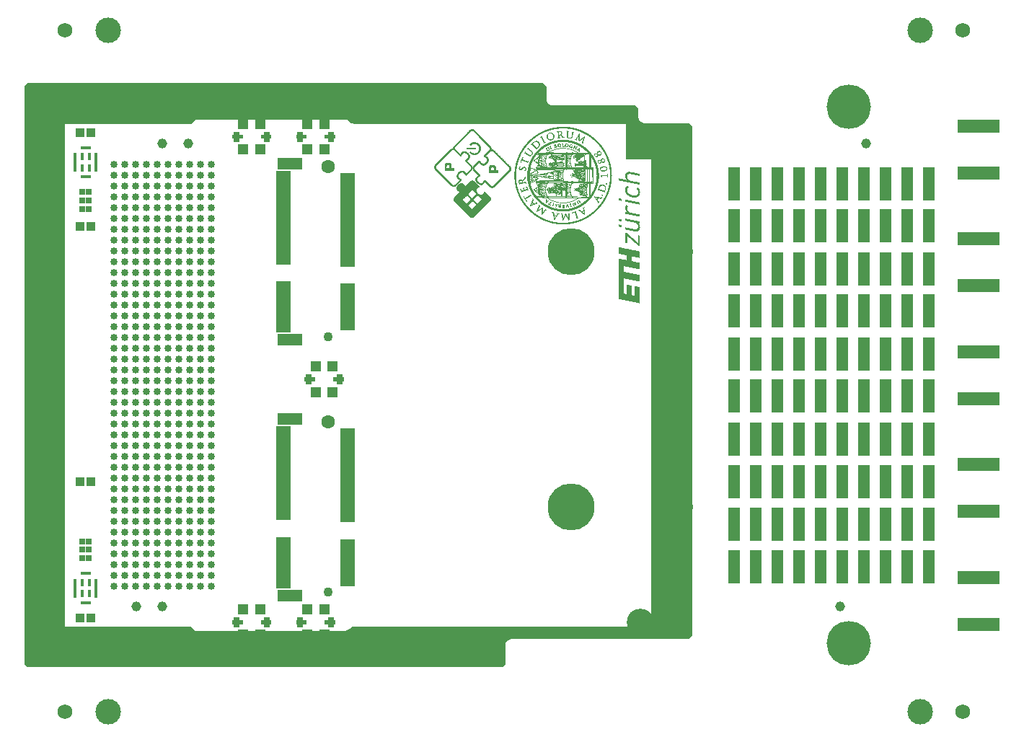
<source format=gts>
G04*
G04 #@! TF.GenerationSoftware,Altium Limited,Altium NEXUS,4.1.1 (18)*
G04*
G04 Layer_Color=8388736*
%FSLAX44Y44*%
%MOMM*%
G71*
G04*
G04 #@! TF.SameCoordinates,4F3881F6-B343-40B9-83C6-DCB6D38B7AD4*
G04*
G04*
G04 #@! TF.FilePolarity,Negative*
G04*
G01*
G75*
%ADD13R,5.0000X1.6000*%
%ADD26R,0.4000X0.9500*%
%ADD27R,0.3500X2.3000*%
%ADD28R,1.3000X0.3500*%
%ADD67C,1.9000*%
%ADD68C,3.0000*%
%ADD69R,1.4732X3.8832*%
%ADD70R,0.7032X1.2032*%
%ADD71R,1.2032X1.2032*%
%ADD72C,0.8432*%
%ADD73R,1.0532X1.1032*%
%ADD74R,1.7532X0.5032*%
%ADD75R,2.9532X1.4032*%
%ADD76R,0.7032X0.6532*%
%ADD77R,0.7632X0.7232*%
%ADD78C,1.7272*%
%ADD79C,1.1732*%
%ADD80C,5.2032*%
%ADD81C,5.5032*%
%ADD82C,4.6032*%
%ADD83C,1.1000*%
%ADD84C,1.6000*%
%ADD85C,3.2032*%
%ADD86C,3.7032*%
G36*
X614961Y784155D02*
Y769000D01*
X614981Y768901D01*
X614971Y768800D01*
X615067Y767825D01*
X615154Y767538D01*
X615212Y767244D01*
X615959Y765442D01*
X616401Y764780D01*
X617780Y763401D01*
X617780Y763401D01*
X618442Y762959D01*
X620244Y762212D01*
X620538Y762154D01*
X620825Y762067D01*
X621800Y761971D01*
X621901Y761981D01*
X622000Y761961D01*
X719155D01*
X722961Y758155D01*
Y748000D01*
X722981Y747901D01*
X722971Y747800D01*
X723067Y746825D01*
X723154Y746538D01*
X723212Y746244D01*
X723959Y744442D01*
X724401Y743780D01*
X725181Y743000D01*
X725780Y742401D01*
X725780Y742401D01*
X726442Y741959D01*
X728244Y741212D01*
X728538Y741154D01*
X728825Y741067D01*
X729800Y740971D01*
X729901Y740981D01*
X730000Y740961D01*
X782155D01*
X785961Y737155D01*
Y445000D01*
X785961Y138845D01*
X782106Y134990D01*
X574001Y135039D01*
X573901Y135019D01*
X573800Y135029D01*
X572825Y134933D01*
X572538Y134846D01*
X572244Y134788D01*
X570442Y134041D01*
X570442D01*
X570000Y133746D01*
X569780Y133599D01*
Y133599D01*
X569780D01*
X568401Y132220D01*
Y132220D01*
X568401D01*
X568254Y132000D01*
X567959Y131558D01*
Y131558D01*
X567212Y129756D01*
X567154Y129462D01*
X567067Y129175D01*
X566971Y128200D01*
X566981Y128099D01*
X566961Y128000D01*
Y105845D01*
X563155Y102039D01*
X5845D01*
X2039Y105845D01*
Y445000D01*
Y784155D01*
X5845Y787961D01*
X611155D01*
X614961Y784155D01*
D02*
G37*
%LPC*%
G36*
X377964Y745000D02*
X203000D01*
X198000Y740000D01*
X50000Y740000D01*
Y445000D01*
Y150000D01*
X198000Y150000D01*
X203000Y145000D01*
X377964D01*
X378801Y145041D01*
X380442Y145367D01*
X381988Y146008D01*
X383379Y146938D01*
X384000Y147500D01*
X384594Y148094D01*
X385992Y149029D01*
X387546Y149672D01*
X389195Y150000D01*
X390036Y150000D01*
X390036Y150000D01*
X738000D01*
Y445000D01*
D01*
Y698000D01*
X708000D01*
Y740000D01*
X390036D01*
X390036Y740000D01*
X389195Y740000D01*
X387546Y740328D01*
X385992Y740971D01*
X384594Y741906D01*
X384000Y742500D01*
X384000D01*
X383379Y743063D01*
X381988Y743992D01*
X380442Y744632D01*
X378801Y744959D01*
X377964Y745000D01*
D02*
G37*
%LPD*%
G36*
X333500Y722497D02*
X328484D01*
Y722498D01*
X320981D01*
Y727500D01*
X333500D01*
Y722497D01*
D02*
G37*
G36*
X258500D02*
X253484D01*
Y722498D01*
X245981D01*
Y727500D01*
X258500D01*
Y722497D01*
D02*
G37*
G36*
X367000Y722495D02*
X357025D01*
Y722498D01*
X354506D01*
Y727500D01*
X367000D01*
Y722495D01*
D02*
G37*
G36*
X292000D02*
X282025D01*
Y722498D01*
X279506D01*
Y727500D01*
X292000D01*
Y722495D01*
D02*
G37*
G36*
X712297Y683672D02*
X713170D01*
Y683624D01*
X713412D01*
Y683575D01*
X713800D01*
Y683527D01*
X713994D01*
Y683478D01*
X714285D01*
Y683429D01*
X714527D01*
Y683381D01*
X714721D01*
Y683333D01*
X715012D01*
Y683284D01*
X715158D01*
Y683236D01*
X715497D01*
Y683187D01*
X715691D01*
Y683139D01*
X715933D01*
Y683090D01*
X716176D01*
Y683042D01*
X716370D01*
Y682993D01*
X716709D01*
Y682945D01*
X716855D01*
Y682896D01*
X717146D01*
Y682848D01*
X717388D01*
Y682799D01*
X717582D01*
Y682751D01*
X717873D01*
Y682702D01*
X718067D01*
Y682654D01*
X718406D01*
Y682605D01*
X718552D01*
Y682557D01*
X718794D01*
Y682508D01*
X719085D01*
Y682460D01*
X719231D01*
Y682411D01*
X719570D01*
Y682363D01*
X719715D01*
Y682314D01*
X720055D01*
Y682266D01*
X720249D01*
Y682217D01*
X720443D01*
Y682169D01*
X720734D01*
Y682120D01*
X720928D01*
Y682072D01*
X721267D01*
Y682023D01*
X721413D01*
Y681975D01*
X721655D01*
Y681926D01*
X721946D01*
Y681878D01*
X722091D01*
Y681829D01*
X722431D01*
Y681781D01*
X722576D01*
Y681732D01*
X722916D01*
Y681684D01*
X723110D01*
Y681635D01*
X723304D01*
Y681587D01*
X723643D01*
Y681538D01*
X723789D01*
Y681490D01*
X724128D01*
Y681441D01*
X724273D01*
Y681393D01*
X724564D01*
Y681345D01*
X724661D01*
Y678920D01*
X724322D01*
Y678969D01*
X724128D01*
Y679017D01*
X723934D01*
Y679066D01*
X723595D01*
Y679114D01*
X723449D01*
Y679163D01*
X723110D01*
Y679211D01*
X722916D01*
Y679260D01*
X722673D01*
Y679308D01*
X722431D01*
Y679357D01*
X722237D01*
Y679405D01*
X721897D01*
Y679454D01*
X721752D01*
Y679502D01*
X721461D01*
Y679550D01*
X721219D01*
Y679599D01*
X721025D01*
Y679647D01*
X720685D01*
Y679696D01*
X720540D01*
Y679744D01*
X720200D01*
Y679793D01*
X720055D01*
Y679841D01*
X719764D01*
Y679890D01*
X719521D01*
Y679938D01*
X719328D01*
Y679987D01*
X718988D01*
Y680035D01*
X718843D01*
Y680084D01*
X718552D01*
Y680132D01*
X718309D01*
Y680181D01*
X718115D01*
Y680229D01*
X717824D01*
Y680278D01*
X717630D01*
Y680326D01*
X717291D01*
Y680375D01*
X717146D01*
Y680423D01*
X716903D01*
Y680472D01*
X716612D01*
Y680520D01*
X716418D01*
Y680569D01*
X716127D01*
Y680617D01*
X715933D01*
Y680666D01*
X715642D01*
Y680714D01*
X715400D01*
Y680763D01*
X715206D01*
Y680811D01*
X714915D01*
Y680860D01*
X714721D01*
Y680908D01*
X714430D01*
Y680957D01*
X714236D01*
Y681005D01*
X713945D01*
Y681054D01*
X713606D01*
Y681102D01*
X713363D01*
Y681151D01*
X711909D01*
Y681102D01*
X711715D01*
Y681054D01*
X711521D01*
Y681005D01*
X711376D01*
Y680957D01*
X711279D01*
Y680908D01*
X711085D01*
Y680860D01*
X711036D01*
Y680811D01*
X710939D01*
Y680763D01*
X710842D01*
Y680714D01*
X710794D01*
Y680666D01*
X710697D01*
Y680617D01*
X710648D01*
Y680569D01*
X710551D01*
Y680520D01*
X710503D01*
Y680472D01*
X710454D01*
Y680423D01*
X710406D01*
Y680375D01*
X710357D01*
Y680326D01*
X710309D01*
Y680278D01*
X710260D01*
Y680181D01*
X710212D01*
Y680132D01*
X710163D01*
Y680084D01*
X710115D01*
Y679987D01*
X710066D01*
Y679938D01*
X710018D01*
Y679841D01*
X709969D01*
Y679793D01*
X709921D01*
Y679647D01*
X709872D01*
Y679550D01*
X709824D01*
Y679454D01*
X709775D01*
Y679260D01*
X709727D01*
Y679163D01*
X709678D01*
Y678872D01*
X709630D01*
Y678581D01*
X709582D01*
Y677659D01*
X709630D01*
Y677368D01*
X709678D01*
Y677078D01*
X709727D01*
Y676932D01*
X709775D01*
Y676690D01*
X709824D01*
Y676593D01*
X709872D01*
Y676447D01*
X709921D01*
Y676302D01*
X709969D01*
Y676205D01*
X710018D01*
Y676059D01*
X710066D01*
Y676011D01*
X710115D01*
Y675865D01*
X710163D01*
Y675817D01*
X710212D01*
Y675720D01*
X710260D01*
Y675623D01*
X710309D01*
Y675574D01*
X710357D01*
Y675478D01*
X710406D01*
Y675380D01*
X710454D01*
Y675332D01*
X710503D01*
Y675235D01*
X710551D01*
Y675186D01*
X710600D01*
Y675138D01*
X710648D01*
Y675090D01*
X710697D01*
Y674993D01*
X710745D01*
Y674944D01*
X710794D01*
Y674896D01*
X710842D01*
Y674847D01*
X710891D01*
Y674799D01*
X710939D01*
Y674750D01*
X710988D01*
Y674702D01*
X711036D01*
Y674653D01*
X711085D01*
Y674605D01*
X711133D01*
Y674556D01*
X711182D01*
Y674508D01*
X711230D01*
Y674459D01*
X711279D01*
Y674411D01*
X711376D01*
Y674362D01*
X711424D01*
Y674314D01*
X711472D01*
Y674265D01*
X711521D01*
Y674217D01*
X711570D01*
Y674168D01*
X711666D01*
Y674120D01*
X711763D01*
Y674071D01*
X711812D01*
Y674023D01*
X711909D01*
Y673974D01*
X711957D01*
Y673926D01*
X712054D01*
Y673877D01*
X712103D01*
Y673829D01*
X712200D01*
Y673780D01*
X712297D01*
Y673732D01*
X712394D01*
Y673683D01*
X712539D01*
Y673635D01*
X712588D01*
Y673586D01*
X712733D01*
Y673538D01*
X712830D01*
Y673489D01*
X712927D01*
Y673441D01*
X713121D01*
Y673392D01*
X713218D01*
Y673344D01*
X713412D01*
Y673296D01*
X713509D01*
Y673247D01*
X713703D01*
Y673198D01*
X713897D01*
Y673150D01*
X714091D01*
Y673102D01*
X714382D01*
Y673053D01*
X714527D01*
Y673005D01*
X714867D01*
Y672956D01*
X715061D01*
Y672908D01*
X715303D01*
Y672859D01*
X715594D01*
Y672811D01*
X715739D01*
Y672762D01*
X716079D01*
Y672714D01*
X716273D01*
Y672665D01*
X716564D01*
Y672617D01*
X716806D01*
Y672568D01*
X717000D01*
Y672520D01*
X717340D01*
Y672471D01*
X717485D01*
Y672423D01*
X717776D01*
Y672374D01*
X718018D01*
Y672326D01*
X718212D01*
Y672277D01*
X718503D01*
Y672229D01*
X718697D01*
Y672180D01*
X719037D01*
Y672132D01*
X719182D01*
Y672083D01*
X719473D01*
Y672035D01*
X719715D01*
Y671986D01*
X719909D01*
Y671938D01*
X720249D01*
Y671889D01*
X720394D01*
Y671841D01*
X720734D01*
Y671792D01*
X720928D01*
Y671744D01*
X721170D01*
Y671695D01*
X721461D01*
Y671647D01*
X721607D01*
Y671598D01*
X721946D01*
Y671550D01*
X722140D01*
Y671501D01*
X722382D01*
Y671453D01*
X722673D01*
Y671404D01*
X722819D01*
Y671356D01*
X723158D01*
Y671308D01*
X723352D01*
Y671259D01*
X723643D01*
Y671210D01*
X723837D01*
Y671162D01*
X724079D01*
Y671114D01*
X724370D01*
Y671065D01*
X724564D01*
Y671017D01*
X724661D01*
Y668592D01*
X724370D01*
Y668641D01*
X724225D01*
Y668689D01*
X723885D01*
Y668738D01*
X723691D01*
Y668786D01*
X723449D01*
Y668835D01*
X723158D01*
Y668883D01*
X723013D01*
Y668932D01*
X722673D01*
Y668980D01*
X722479D01*
Y669029D01*
X722237D01*
Y669077D01*
X721994D01*
Y669126D01*
X721801D01*
Y669174D01*
X721461D01*
Y669222D01*
X721316D01*
Y669271D01*
X720976D01*
Y669320D01*
X720782D01*
Y669368D01*
X720540D01*
Y669416D01*
X720297D01*
Y669465D01*
X720103D01*
Y669513D01*
X719764D01*
Y669562D01*
X719619D01*
Y669610D01*
X719328D01*
Y669659D01*
X719085D01*
Y669707D01*
X718891D01*
Y669756D01*
X718600D01*
Y669804D01*
X718406D01*
Y669853D01*
X718067D01*
Y669901D01*
X717921D01*
Y669950D01*
X717679D01*
Y669998D01*
X717388D01*
Y670047D01*
X717194D01*
Y670095D01*
X716903D01*
Y670144D01*
X716709D01*
Y670192D01*
X716418D01*
Y670241D01*
X716176D01*
Y670289D01*
X715982D01*
Y670338D01*
X715691D01*
Y670386D01*
X715497D01*
Y670435D01*
X715206D01*
Y670483D01*
X715012D01*
Y670532D01*
X714770D01*
Y670580D01*
X714479D01*
Y670629D01*
X714333D01*
Y670677D01*
X713994D01*
Y670726D01*
X713800D01*
Y670774D01*
X713509D01*
Y670823D01*
X713315D01*
Y670871D01*
X713121D01*
Y670920D01*
X712782D01*
Y670968D01*
X712636D01*
Y671017D01*
X712297D01*
Y671065D01*
X712103D01*
Y671114D01*
X711860D01*
Y671162D01*
X711618D01*
Y671210D01*
X711424D01*
Y671259D01*
X711085D01*
Y671308D01*
X710939D01*
Y671356D01*
X710648D01*
Y671404D01*
X710406D01*
Y671453D01*
X710212D01*
Y671501D01*
X709872D01*
Y671550D01*
X709727D01*
Y671598D01*
X709388D01*
Y671647D01*
X709242D01*
Y671695D01*
X709000D01*
Y671744D01*
X708709D01*
Y671792D01*
X708515D01*
Y671841D01*
X708175D01*
Y671889D01*
X708030D01*
Y671938D01*
X707739D01*
Y671986D01*
X707496D01*
Y672035D01*
X707302D01*
Y672083D01*
X707012D01*
Y672132D01*
X706818D01*
Y672180D01*
X706527D01*
Y672229D01*
X706333D01*
Y672277D01*
X706090D01*
Y672326D01*
X705799D01*
Y672374D01*
X705654D01*
Y672423D01*
X705314D01*
Y672471D01*
X705121D01*
Y672520D01*
X704830D01*
Y672568D01*
X704636D01*
Y672617D01*
X704442D01*
Y672665D01*
X704102D01*
Y672714D01*
X703957D01*
Y672762D01*
X703617D01*
Y672811D01*
X703423D01*
Y672859D01*
X703181D01*
Y672908D01*
X702939D01*
Y672956D01*
X702745D01*
Y673005D01*
X702405D01*
Y673053D01*
X702260D01*
Y673102D01*
X701969D01*
Y673150D01*
X701726D01*
Y673198D01*
X701533D01*
Y673247D01*
X701193D01*
Y673296D01*
X701048D01*
Y673344D01*
X700708D01*
Y673392D01*
X700563D01*
Y673441D01*
X700320D01*
Y673489D01*
X700029D01*
Y673538D01*
X699884D01*
Y673586D01*
X699787D01*
Y676011D01*
X700029D01*
Y675962D01*
X700175D01*
Y675914D01*
X700514D01*
Y675865D01*
X700708D01*
Y675817D01*
X700902D01*
Y675768D01*
X701193D01*
Y675720D01*
X701387D01*
Y675671D01*
X701726D01*
Y675623D01*
X701872D01*
Y675574D01*
X702163D01*
Y675526D01*
X702405D01*
Y675478D01*
X702551D01*
Y675429D01*
X702890D01*
Y675380D01*
X703036D01*
Y675332D01*
X703375D01*
Y675284D01*
X703569D01*
Y675235D01*
X703763D01*
Y675186D01*
X704102D01*
Y675138D01*
X704248D01*
Y675090D01*
X704587D01*
Y675041D01*
X704733D01*
Y674993D01*
X705024D01*
Y674944D01*
X705266D01*
Y674896D01*
X705460D01*
Y674847D01*
X705751D01*
Y674799D01*
X705945D01*
Y674750D01*
X706236D01*
Y674702D01*
X706430D01*
Y674653D01*
X706624D01*
Y674605D01*
X706963D01*
Y674556D01*
X707109D01*
Y674508D01*
X707448D01*
Y674459D01*
X707594D01*
Y674411D01*
X707884D01*
Y674362D01*
X708127D01*
Y674314D01*
X708321D01*
Y674265D01*
X708612D01*
Y674217D01*
X708806D01*
Y674168D01*
X709097D01*
Y674120D01*
X709194D01*
Y674265D01*
X709145D01*
Y674314D01*
X709097D01*
Y674362D01*
X709048D01*
Y674411D01*
X709000D01*
Y674459D01*
X708951D01*
Y674508D01*
X708903D01*
Y674556D01*
X708854D01*
Y674653D01*
X708806D01*
Y674702D01*
X708757D01*
Y674750D01*
X708709D01*
Y674799D01*
X708660D01*
Y674896D01*
X708612D01*
Y674944D01*
X708563D01*
Y674993D01*
X708515D01*
Y675090D01*
X708466D01*
Y675138D01*
X708418D01*
Y675235D01*
X708369D01*
Y675284D01*
X708321D01*
Y675380D01*
X708272D01*
Y675478D01*
X708224D01*
Y675526D01*
X708175D01*
Y675671D01*
X708127D01*
Y675720D01*
X708078D01*
Y675817D01*
X708030D01*
Y675962D01*
X707981D01*
Y676011D01*
X707933D01*
Y676156D01*
X707884D01*
Y676253D01*
X707836D01*
Y676399D01*
X707787D01*
Y676544D01*
X707739D01*
Y676690D01*
X707690D01*
Y676884D01*
X707642D01*
Y677029D01*
X707594D01*
Y677320D01*
X707545D01*
Y677514D01*
X707496D01*
Y677805D01*
X707448D01*
Y678387D01*
X707400D01*
Y679454D01*
X707448D01*
Y679938D01*
X707496D01*
Y680181D01*
X707545D01*
Y680326D01*
X707594D01*
Y680569D01*
X707642D01*
Y680666D01*
X707690D01*
Y680860D01*
X707739D01*
Y680957D01*
X707787D01*
Y681054D01*
X707836D01*
Y681199D01*
X707884D01*
Y681248D01*
X707933D01*
Y681393D01*
X707981D01*
Y681441D01*
X708030D01*
Y681538D01*
X708078D01*
Y681635D01*
X708127D01*
Y681684D01*
X708175D01*
Y681781D01*
X708224D01*
Y681829D01*
X708272D01*
Y681926D01*
X708321D01*
Y681975D01*
X708369D01*
Y682023D01*
X708418D01*
Y682072D01*
X708466D01*
Y682120D01*
X708515D01*
Y682217D01*
X708563D01*
Y682266D01*
X708612D01*
Y682314D01*
X708660D01*
Y682363D01*
X708709D01*
Y682411D01*
X708757D01*
Y682460D01*
X708806D01*
Y682508D01*
X708854D01*
Y682557D01*
X708903D01*
Y682605D01*
X709000D01*
Y682654D01*
X709048D01*
Y682702D01*
X709097D01*
Y682751D01*
X709145D01*
Y682799D01*
X709242D01*
Y682848D01*
X709290D01*
Y682896D01*
X709388D01*
Y682945D01*
X709436D01*
Y682993D01*
X709533D01*
Y683042D01*
X709582D01*
Y683090D01*
X709727D01*
Y683139D01*
X709824D01*
Y683187D01*
X709872D01*
Y683236D01*
X710018D01*
Y683284D01*
X710115D01*
Y683333D01*
X710260D01*
Y683381D01*
X710357D01*
Y683429D01*
X710503D01*
Y683478D01*
X710697D01*
Y683527D01*
X710842D01*
Y683575D01*
X711133D01*
Y683624D01*
X711376D01*
Y683672D01*
X712103D01*
Y683720D01*
X712297D01*
Y683672D01*
D02*
G37*
G36*
X528456Y673440D02*
X528870D01*
Y673394D01*
X529146D01*
Y673348D01*
X529329D01*
Y673302D01*
X529467D01*
Y673256D01*
X529651D01*
Y673210D01*
X529743D01*
Y673164D01*
X529835D01*
Y673118D01*
X529973D01*
Y673073D01*
X530019D01*
Y673027D01*
X530157D01*
Y672981D01*
X530203D01*
Y672935D01*
X530294D01*
Y672889D01*
X530386D01*
Y672843D01*
X530432D01*
Y672797D01*
X530478D01*
Y672751D01*
X530570D01*
Y672705D01*
X530616D01*
Y672659D01*
X530708D01*
Y672613D01*
X530754D01*
Y672567D01*
X530800D01*
Y672521D01*
X530846D01*
Y672475D01*
X530892D01*
Y672429D01*
X530938D01*
Y672383D01*
X530984D01*
Y672337D01*
X531030D01*
Y672291D01*
X531076D01*
Y672245D01*
X531122D01*
Y672199D01*
X531168D01*
Y672153D01*
X531214D01*
Y672107D01*
X531260D01*
Y672061D01*
X531306D01*
Y672015D01*
X531352D01*
Y671970D01*
X531398D01*
Y671924D01*
X531443D01*
Y671878D01*
X531489D01*
Y671832D01*
X531535D01*
Y671786D01*
X531581D01*
Y671740D01*
X531627D01*
Y671694D01*
X531673D01*
Y671648D01*
X531719D01*
Y671602D01*
X531765D01*
Y671556D01*
X531811D01*
Y671510D01*
X531857D01*
Y671464D01*
X531903D01*
Y671418D01*
X531949D01*
Y671372D01*
X531995D01*
Y671326D01*
X532041D01*
Y671280D01*
X532087D01*
Y671234D01*
X532133D01*
Y671188D01*
X532179D01*
Y671142D01*
X532225D01*
Y671096D01*
X532271D01*
Y671050D01*
X532317D01*
Y671004D01*
X532363D01*
Y670958D01*
X532409D01*
Y670912D01*
X532455D01*
Y670866D01*
X532500D01*
Y670821D01*
X532547D01*
Y670775D01*
X532592D01*
Y670729D01*
X532638D01*
Y670683D01*
X532684D01*
Y670637D01*
X532730D01*
Y670591D01*
X532776D01*
Y670545D01*
X532822D01*
Y670499D01*
X532868D01*
Y670453D01*
X532914D01*
Y670407D01*
X532960D01*
Y670361D01*
X533006D01*
Y670315D01*
X533052D01*
Y670269D01*
X533098D01*
Y670223D01*
X533144D01*
Y670177D01*
X533190D01*
Y670131D01*
X533236D01*
Y670085D01*
X533282D01*
Y670039D01*
X533328D01*
Y669993D01*
X533374D01*
Y669947D01*
X533420D01*
Y669901D01*
X533466D01*
Y669855D01*
X533512D01*
Y669809D01*
X533558D01*
Y669763D01*
X533604D01*
Y669718D01*
X533649D01*
Y669672D01*
X533695D01*
Y669626D01*
X533741D01*
Y669580D01*
X533787D01*
Y669534D01*
X533833D01*
Y669488D01*
X533879D01*
Y669442D01*
X533925D01*
Y669396D01*
X533971D01*
Y669350D01*
X534017D01*
Y669304D01*
X534063D01*
Y669258D01*
X534109D01*
Y669212D01*
X534155D01*
Y669166D01*
X534201D01*
Y669120D01*
X534247D01*
Y669074D01*
X534293D01*
Y669028D01*
X534339D01*
Y668982D01*
X534385D01*
Y668936D01*
X534431D01*
Y668890D01*
X534477D01*
Y668844D01*
X534523D01*
Y668798D01*
X534569D01*
Y668753D01*
X534615D01*
Y668707D01*
X534661D01*
Y668661D01*
X534706D01*
Y668615D01*
X534752D01*
Y668569D01*
X534798D01*
Y668523D01*
X534844D01*
Y668477D01*
X534890D01*
Y668431D01*
X534936D01*
Y668385D01*
X534982D01*
Y668339D01*
X535028D01*
Y668293D01*
X535074D01*
Y668247D01*
X535120D01*
Y668201D01*
X535166D01*
Y668155D01*
X535212D01*
Y668109D01*
X535258D01*
Y668063D01*
X535304D01*
Y668017D01*
X535350D01*
Y667971D01*
X535396D01*
Y667925D01*
X535442D01*
Y667879D01*
X535488D01*
Y667833D01*
X535534D01*
Y667787D01*
X535580D01*
Y667741D01*
X535626D01*
Y667695D01*
X535672D01*
Y667650D01*
X535718D01*
Y667604D01*
X535764D01*
Y667558D01*
X535810D01*
Y667512D01*
X535855D01*
Y667466D01*
X535901D01*
Y667420D01*
X535947D01*
Y667374D01*
X535993D01*
Y667328D01*
X536039D01*
Y667282D01*
X536085D01*
Y667236D01*
X536131D01*
Y667190D01*
X536177D01*
Y667144D01*
X536223D01*
Y667098D01*
X536269D01*
Y667052D01*
X536315D01*
Y667006D01*
X536361D01*
Y666960D01*
X536407D01*
Y666914D01*
X536453D01*
Y666868D01*
X536499D01*
Y666822D01*
X536545D01*
Y666776D01*
X536591D01*
Y666730D01*
X536637D01*
Y666684D01*
X536683D01*
Y666638D01*
X536729D01*
Y666546D01*
X536775D01*
Y666179D01*
X536729D01*
Y666133D01*
X536683D01*
Y666087D01*
X536637D01*
Y666041D01*
X536591D01*
Y665995D01*
X536499D01*
Y665949D01*
X536453D01*
Y665903D01*
X536361D01*
Y665857D01*
X536315D01*
Y665811D01*
X536223D01*
Y665765D01*
X536177D01*
Y665719D01*
X536131D01*
Y665673D01*
X536039D01*
Y665627D01*
X535993D01*
Y665581D01*
X535901D01*
Y665535D01*
X535855D01*
Y665489D01*
X535810D01*
Y665443D01*
X535718D01*
Y665398D01*
X535672D01*
Y665352D01*
X535626D01*
Y665306D01*
X535534D01*
Y665260D01*
X535488D01*
Y665214D01*
X535442D01*
Y665168D01*
X535350D01*
Y665122D01*
X535304D01*
Y665076D01*
X535258D01*
Y665030D01*
X535212D01*
Y664984D01*
X535166D01*
Y664938D01*
X535074D01*
Y664892D01*
X535028D01*
Y664846D01*
X534982D01*
Y664800D01*
X534936D01*
Y664754D01*
X534844D01*
Y664708D01*
X534798D01*
Y664662D01*
X534752D01*
Y664616D01*
X534706D01*
Y664570D01*
X534661D01*
Y664524D01*
X534615D01*
Y664478D01*
X534569D01*
Y664432D01*
X534523D01*
Y664387D01*
X534477D01*
Y664341D01*
X534431D01*
Y664295D01*
X534385D01*
Y664249D01*
X534339D01*
Y664203D01*
X534293D01*
Y664157D01*
X534247D01*
Y664111D01*
X534201D01*
Y664065D01*
X534155D01*
Y664019D01*
X534109D01*
Y663973D01*
X534063D01*
Y663927D01*
X534017D01*
Y663881D01*
X533971D01*
Y663835D01*
X533925D01*
Y663789D01*
X533879D01*
Y663743D01*
X533833D01*
Y663697D01*
X533787D01*
Y663605D01*
X533741D01*
Y663559D01*
X533695D01*
Y663513D01*
X533649D01*
Y663421D01*
X533604D01*
Y663375D01*
X533558D01*
Y663283D01*
X533512D01*
Y663238D01*
X533466D01*
Y663192D01*
X533420D01*
Y663100D01*
X533374D01*
Y663008D01*
X533328D01*
Y662962D01*
X533282D01*
Y662870D01*
X533236D01*
Y662778D01*
X533190D01*
Y662640D01*
X533144D01*
Y662548D01*
X533098D01*
Y662456D01*
X533052D01*
Y662272D01*
X533006D01*
Y662134D01*
X532960D01*
Y661215D01*
X533006D01*
Y661032D01*
X533052D01*
Y660802D01*
X533098D01*
Y660664D01*
X533144D01*
Y660572D01*
X533190D01*
Y660388D01*
X533236D01*
Y660342D01*
X533282D01*
Y660204D01*
X533328D01*
Y660112D01*
X533374D01*
Y660021D01*
X533420D01*
Y659929D01*
X533466D01*
Y659837D01*
X533512D01*
Y659791D01*
X533558D01*
Y659699D01*
X533604D01*
Y659607D01*
X533649D01*
Y659561D01*
X533695D01*
Y659469D01*
X533741D01*
Y659423D01*
X533787D01*
Y659331D01*
X533833D01*
Y659285D01*
X533879D01*
Y659193D01*
X533925D01*
Y659147D01*
X533971D01*
Y659101D01*
X534017D01*
Y659055D01*
X534063D01*
Y658963D01*
X534109D01*
Y658917D01*
X534155D01*
Y658872D01*
X534201D01*
Y658826D01*
X534247D01*
Y658780D01*
X534293D01*
Y658688D01*
X534385D01*
Y658596D01*
X534431D01*
Y658550D01*
X534477D01*
Y658504D01*
X534523D01*
Y658458D01*
X534569D01*
Y658412D01*
X534615D01*
Y658366D01*
X534661D01*
Y658320D01*
X534752D01*
Y658274D01*
X534798D01*
Y658228D01*
X534844D01*
Y658182D01*
X534890D01*
Y658136D01*
X534936D01*
Y658090D01*
X534982D01*
Y658044D01*
X535028D01*
Y657998D01*
X535120D01*
Y657952D01*
X535166D01*
Y657906D01*
X535212D01*
Y657860D01*
X535258D01*
Y657814D01*
X535350D01*
Y657769D01*
X535396D01*
Y657723D01*
X535488D01*
Y657677D01*
X535534D01*
Y657631D01*
X535580D01*
Y657585D01*
X535672D01*
Y657539D01*
X535718D01*
Y657493D01*
X535810D01*
Y657447D01*
X535901D01*
Y657401D01*
X535947D01*
Y657355D01*
X536039D01*
Y657309D01*
X536131D01*
Y657263D01*
X536177D01*
Y657217D01*
X536269D01*
Y657171D01*
X536361D01*
Y657125D01*
X536453D01*
Y657079D01*
X536591D01*
Y657033D01*
X536637D01*
Y656987D01*
X536775D01*
Y656941D01*
X536866D01*
Y656895D01*
X536958D01*
Y656849D01*
X537142D01*
Y656803D01*
X537234D01*
Y656758D01*
X537372D01*
Y656712D01*
X537602D01*
Y656665D01*
X537786D01*
Y656620D01*
X538107D01*
Y656574D01*
X538613D01*
Y656620D01*
X538843D01*
Y656665D01*
X538935D01*
Y656712D01*
X539072D01*
Y656758D01*
X539164D01*
Y656803D01*
X539256D01*
Y656849D01*
X539348D01*
Y656895D01*
X539394D01*
Y656941D01*
X539486D01*
Y656987D01*
X539532D01*
Y657033D01*
X539624D01*
Y657079D01*
X539670D01*
Y657125D01*
X539716D01*
Y657171D01*
X539808D01*
Y657217D01*
X539854D01*
Y657263D01*
X539900D01*
Y657309D01*
X539946D01*
Y657355D01*
X539992D01*
Y657401D01*
X540038D01*
Y657447D01*
X540084D01*
Y657493D01*
X540130D01*
Y657539D01*
X540176D01*
Y657585D01*
X540221D01*
Y657631D01*
X540267D01*
Y657677D01*
X540313D01*
Y657723D01*
X540359D01*
Y657769D01*
X540405D01*
Y657814D01*
X540451D01*
Y657860D01*
X540497D01*
Y657906D01*
X540543D01*
Y657952D01*
X540589D01*
Y657998D01*
X540635D01*
Y658044D01*
X540681D01*
Y658090D01*
X540727D01*
Y658182D01*
X540773D01*
Y658228D01*
X540819D01*
Y658274D01*
X540865D01*
Y658320D01*
X540911D01*
Y658366D01*
X540957D01*
Y658458D01*
X541003D01*
Y658504D01*
X541049D01*
Y658550D01*
X541095D01*
Y658596D01*
X541141D01*
Y658688D01*
X541186D01*
Y658734D01*
X541232D01*
Y658780D01*
X541278D01*
Y658872D01*
X541324D01*
Y658917D01*
X541370D01*
Y659009D01*
X541416D01*
Y659055D01*
X541462D01*
Y659101D01*
X541508D01*
Y659193D01*
X541554D01*
Y659239D01*
X541600D01*
Y659331D01*
X541646D01*
Y659377D01*
X541692D01*
Y659469D01*
X541738D01*
Y659515D01*
X541784D01*
Y659607D01*
X541830D01*
Y659653D01*
X541876D01*
Y659745D01*
X541922D01*
Y659837D01*
X541968D01*
Y659883D01*
X542014D01*
Y659975D01*
X542060D01*
Y660021D01*
X542106D01*
Y660112D01*
X542152D01*
Y660250D01*
X542198D01*
Y660296D01*
X542244D01*
Y660388D01*
X542336D01*
Y660434D01*
X542381D01*
Y660480D01*
X542795D01*
Y660434D01*
X542887D01*
Y660388D01*
X542933D01*
Y660342D01*
X542979D01*
Y660296D01*
X543025D01*
Y660250D01*
X543071D01*
Y660204D01*
X543117D01*
Y660158D01*
X543163D01*
Y660112D01*
X543209D01*
Y660066D01*
X543255D01*
Y660021D01*
X543301D01*
Y659975D01*
X543346D01*
Y659929D01*
X543392D01*
Y659883D01*
X543438D01*
Y659837D01*
X543484D01*
Y659791D01*
X543530D01*
Y659745D01*
X543576D01*
Y659699D01*
X543622D01*
Y659653D01*
X543668D01*
Y659607D01*
X543714D01*
Y659561D01*
X543760D01*
Y659515D01*
X543806D01*
Y659469D01*
X543852D01*
Y659423D01*
X543898D01*
Y659377D01*
X543944D01*
Y659331D01*
X543990D01*
Y659285D01*
X544036D01*
Y659239D01*
X544082D01*
Y659193D01*
X544128D01*
Y659147D01*
X544174D01*
Y659101D01*
X544220D01*
Y659055D01*
X544266D01*
Y659009D01*
X544312D01*
Y658963D01*
X544358D01*
Y658917D01*
X544404D01*
Y658872D01*
X544450D01*
Y658826D01*
X544496D01*
Y658780D01*
X544542D01*
Y658734D01*
X544587D01*
Y658688D01*
X544633D01*
Y658642D01*
X544679D01*
Y658596D01*
X544725D01*
Y658550D01*
X544771D01*
Y658504D01*
X544817D01*
Y658458D01*
X544863D01*
Y658412D01*
X544909D01*
Y658366D01*
X544955D01*
Y658320D01*
X545001D01*
Y658274D01*
X545047D01*
Y658228D01*
X545093D01*
Y658182D01*
X545139D01*
Y658136D01*
X545185D01*
Y658090D01*
X545231D01*
Y658044D01*
X545277D01*
Y657998D01*
X545323D01*
Y657952D01*
X545369D01*
Y657906D01*
X545415D01*
Y657860D01*
X545461D01*
Y657814D01*
X545507D01*
Y657769D01*
X545552D01*
Y657723D01*
X545598D01*
Y657677D01*
X545644D01*
Y657631D01*
X545690D01*
Y657585D01*
X545736D01*
Y657539D01*
X545782D01*
Y657493D01*
X545828D01*
Y657447D01*
X545874D01*
Y657401D01*
X545920D01*
Y657355D01*
X545966D01*
Y657309D01*
X546012D01*
Y657263D01*
X546058D01*
Y657217D01*
X546104D01*
Y657171D01*
X546150D01*
Y657125D01*
X546196D01*
Y657079D01*
X546242D01*
Y657033D01*
X546288D01*
Y656987D01*
X546334D01*
Y656941D01*
X546380D01*
Y656895D01*
X546426D01*
Y656849D01*
X546472D01*
Y656803D01*
X546518D01*
Y656758D01*
X546564D01*
Y656712D01*
X546656D01*
Y656620D01*
X546701D01*
Y656574D01*
X546793D01*
Y656482D01*
X546839D01*
Y656436D01*
X546885D01*
Y656390D01*
X546931D01*
Y656344D01*
X547023D01*
Y656252D01*
X547069D01*
Y656206D01*
X547161D01*
Y656114D01*
X547253D01*
Y656068D01*
X547299D01*
Y655976D01*
X547391D01*
Y655930D01*
X547437D01*
Y655884D01*
X547483D01*
Y655838D01*
X547529D01*
Y655792D01*
X547575D01*
Y655746D01*
X547621D01*
Y655700D01*
X547667D01*
Y655655D01*
X547713D01*
Y655609D01*
X547758D01*
Y655563D01*
X547804D01*
Y655517D01*
X547850D01*
Y655471D01*
X547896D01*
Y655425D01*
X547942D01*
Y655379D01*
X547988D01*
Y655333D01*
X548034D01*
Y655287D01*
X548080D01*
Y655241D01*
X548126D01*
Y655195D01*
X548172D01*
Y655149D01*
X548218D01*
Y655103D01*
X548264D01*
Y655057D01*
X548310D01*
Y655011D01*
X548356D01*
Y654965D01*
X548402D01*
Y654919D01*
X548448D01*
Y654873D01*
X548494D01*
Y654827D01*
X548540D01*
Y654781D01*
X548586D01*
Y654735D01*
X548632D01*
Y654689D01*
X548678D01*
Y654643D01*
X548724D01*
Y654597D01*
X548770D01*
Y654551D01*
X548815D01*
Y654505D01*
X548862D01*
Y654460D01*
X548907D01*
Y654414D01*
X548953D01*
Y654368D01*
X548999D01*
Y654276D01*
X549045D01*
Y654230D01*
X549091D01*
Y654184D01*
X549137D01*
Y654138D01*
X549183D01*
Y654046D01*
X549229D01*
Y654000D01*
X549275D01*
Y653908D01*
X549321D01*
Y653862D01*
X549367D01*
Y653770D01*
X549413D01*
Y653678D01*
X549459D01*
Y653632D01*
X549505D01*
Y653494D01*
X549551D01*
Y653448D01*
X549597D01*
Y653311D01*
X549643D01*
Y653219D01*
X549689D01*
Y653127D01*
X549735D01*
Y652943D01*
X549781D01*
Y652805D01*
X549827D01*
Y652621D01*
X549873D01*
Y652346D01*
X549919D01*
Y652024D01*
X549964D01*
Y651472D01*
X549919D01*
Y651151D01*
X549873D01*
Y650875D01*
X549827D01*
Y650691D01*
X549781D01*
Y650553D01*
X549735D01*
Y650415D01*
X549689D01*
Y650323D01*
X549643D01*
Y650185D01*
X549597D01*
Y650094D01*
X549551D01*
Y650002D01*
X549505D01*
Y649910D01*
X549459D01*
Y649818D01*
X549413D01*
Y649772D01*
X549367D01*
Y649680D01*
X549321D01*
Y649634D01*
X549275D01*
Y649542D01*
X549229D01*
Y649496D01*
X549183D01*
Y649450D01*
X549137D01*
Y649358D01*
X549091D01*
Y649312D01*
X549045D01*
Y649266D01*
X548999D01*
Y649220D01*
X548953D01*
Y649174D01*
X548907D01*
Y649128D01*
X548862D01*
Y649082D01*
X548815D01*
Y649037D01*
X548770D01*
Y648991D01*
X548724D01*
Y648945D01*
X548678D01*
Y648899D01*
X548632D01*
Y648853D01*
X548586D01*
Y648807D01*
X548540D01*
Y648761D01*
X548494D01*
Y648715D01*
X548448D01*
Y648669D01*
X548402D01*
Y648623D01*
X548356D01*
Y648577D01*
X548310D01*
Y648531D01*
X548264D01*
Y648485D01*
X548218D01*
Y648439D01*
X548172D01*
Y648393D01*
X548126D01*
Y648347D01*
X548080D01*
Y648301D01*
X548034D01*
Y648255D01*
X547988D01*
Y648209D01*
X547942D01*
Y648163D01*
X547896D01*
Y648117D01*
X547850D01*
Y648072D01*
X547804D01*
Y648026D01*
X547758D01*
Y647980D01*
X547713D01*
Y647934D01*
X547667D01*
Y647888D01*
X547621D01*
Y647842D01*
X547575D01*
Y647796D01*
X547529D01*
Y647750D01*
X547483D01*
Y647704D01*
X547437D01*
Y647658D01*
X547391D01*
Y647612D01*
X547345D01*
Y647566D01*
X547299D01*
Y647520D01*
X547253D01*
Y647474D01*
X547207D01*
Y647428D01*
X547161D01*
Y647382D01*
X547115D01*
Y647336D01*
X547069D01*
Y647290D01*
X547023D01*
Y647244D01*
X546977D01*
Y647198D01*
X546931D01*
Y647152D01*
X546885D01*
Y647106D01*
X546839D01*
Y647060D01*
X546793D01*
Y647014D01*
X546747D01*
Y646969D01*
X546701D01*
Y646923D01*
X546656D01*
Y646877D01*
X546609D01*
Y646831D01*
X546564D01*
Y646785D01*
X546518D01*
Y646739D01*
X546472D01*
Y646693D01*
X546426D01*
Y646647D01*
X546380D01*
Y646601D01*
X546334D01*
Y646555D01*
X546288D01*
Y646509D01*
X546242D01*
Y646463D01*
X546196D01*
Y646417D01*
X546150D01*
Y646371D01*
X546104D01*
Y646325D01*
X546058D01*
Y646279D01*
X546012D01*
Y646233D01*
X545966D01*
Y646187D01*
X545920D01*
Y646141D01*
X545874D01*
Y646095D01*
X545828D01*
Y646049D01*
X545782D01*
Y646003D01*
X545736D01*
Y645957D01*
X545690D01*
Y645911D01*
X545644D01*
Y645865D01*
X545598D01*
Y645819D01*
X545552D01*
Y645774D01*
X545507D01*
Y645728D01*
X545461D01*
Y645682D01*
X545415D01*
Y645636D01*
X545369D01*
Y645590D01*
X545323D01*
Y645544D01*
X545277D01*
Y645498D01*
X545231D01*
Y645452D01*
X545185D01*
Y645406D01*
X545139D01*
Y645360D01*
X545093D01*
Y645314D01*
X545047D01*
Y645268D01*
X545001D01*
Y645222D01*
X544955D01*
Y645176D01*
X544909D01*
Y645130D01*
X544863D01*
Y645084D01*
X544817D01*
Y645038D01*
X544771D01*
Y644992D01*
X544725D01*
Y644946D01*
X544679D01*
Y644900D01*
X544633D01*
Y644854D01*
X544587D01*
Y644809D01*
X544542D01*
Y644762D01*
X544496D01*
Y644717D01*
X544450D01*
Y644671D01*
X544404D01*
Y644625D01*
X544358D01*
Y644579D01*
X544312D01*
Y644533D01*
X544266D01*
Y644487D01*
X544220D01*
Y644441D01*
X544174D01*
Y644395D01*
X544128D01*
Y644349D01*
X544082D01*
Y644303D01*
X544036D01*
Y644257D01*
X543990D01*
Y644211D01*
X543944D01*
Y644165D01*
X543898D01*
Y644119D01*
X543852D01*
Y644073D01*
X543806D01*
Y644027D01*
X543760D01*
Y643981D01*
X543714D01*
Y643935D01*
X543668D01*
Y643889D01*
X543622D01*
Y643843D01*
X543576D01*
Y643797D01*
X543530D01*
Y643751D01*
X543484D01*
Y643706D01*
X543438D01*
Y643660D01*
X543392D01*
Y643614D01*
X543346D01*
Y643568D01*
X543301D01*
Y643522D01*
X543255D01*
Y643476D01*
X543209D01*
Y643430D01*
X543163D01*
Y643384D01*
X543117D01*
Y643338D01*
X543071D01*
Y643292D01*
X543025D01*
Y643246D01*
X542979D01*
Y643200D01*
X542933D01*
Y643154D01*
X542887D01*
Y643108D01*
X542841D01*
Y643062D01*
X542795D01*
Y643016D01*
X542749D01*
Y642970D01*
X542703D01*
Y642924D01*
X542657D01*
Y642878D01*
X542611D01*
Y642832D01*
X542565D01*
Y642786D01*
X542519D01*
Y642740D01*
X542473D01*
Y642694D01*
X542427D01*
Y642648D01*
X542381D01*
Y642602D01*
X542336D01*
Y642557D01*
X542290D01*
Y642511D01*
X542244D01*
Y642465D01*
X542198D01*
Y642419D01*
X542152D01*
Y642373D01*
X542106D01*
Y642327D01*
X542060D01*
Y642281D01*
X542014D01*
Y642235D01*
X541968D01*
Y642189D01*
X541922D01*
Y642143D01*
X541876D01*
Y642097D01*
X541830D01*
Y642051D01*
X541784D01*
Y642005D01*
X541738D01*
Y641959D01*
X541692D01*
Y641913D01*
X541646D01*
Y641867D01*
X541600D01*
Y641821D01*
X541554D01*
Y641775D01*
X541508D01*
Y641729D01*
X541462D01*
Y641683D01*
X541416D01*
Y641637D01*
X541370D01*
Y641591D01*
X541324D01*
Y641545D01*
X541278D01*
Y641499D01*
X541232D01*
Y641453D01*
X541186D01*
Y641408D01*
X541141D01*
Y641362D01*
X541095D01*
Y641316D01*
X541049D01*
Y641270D01*
X541003D01*
Y641224D01*
X540957D01*
Y641178D01*
X540911D01*
Y641132D01*
X540865D01*
Y641086D01*
X540819D01*
Y641040D01*
X540773D01*
Y640994D01*
X540727D01*
Y640948D01*
X540681D01*
Y640902D01*
X540635D01*
Y640856D01*
X540589D01*
Y640810D01*
X540543D01*
Y640764D01*
X540497D01*
Y640718D01*
X540451D01*
Y640672D01*
X540405D01*
Y640626D01*
X540359D01*
Y640580D01*
X540313D01*
Y640534D01*
X540267D01*
Y640488D01*
X540221D01*
Y640443D01*
X540176D01*
Y640396D01*
X540130D01*
Y640350D01*
X540084D01*
Y640305D01*
X540038D01*
Y640259D01*
X539992D01*
Y640213D01*
X539946D01*
Y640167D01*
X539900D01*
Y640121D01*
X539854D01*
Y640075D01*
X539808D01*
Y640029D01*
X539762D01*
Y639983D01*
X539716D01*
Y639937D01*
X539670D01*
Y639891D01*
X539624D01*
Y639845D01*
X539578D01*
Y639799D01*
X539532D01*
Y639753D01*
X539486D01*
Y639707D01*
X539440D01*
Y639661D01*
X539394D01*
Y639615D01*
X539348D01*
Y639569D01*
X539302D01*
Y639523D01*
X539256D01*
Y639477D01*
X539210D01*
Y639431D01*
X539164D01*
Y639385D01*
X539118D01*
Y639339D01*
X539072D01*
Y639294D01*
X539026D01*
Y639248D01*
X538981D01*
Y639202D01*
X538935D01*
Y639156D01*
X538889D01*
Y639110D01*
X538843D01*
Y639064D01*
X538797D01*
Y639018D01*
X538751D01*
Y638972D01*
X538705D01*
Y638926D01*
X538659D01*
Y638880D01*
X538613D01*
Y638834D01*
X538567D01*
Y638788D01*
X538521D01*
Y638742D01*
X538475D01*
Y638696D01*
X538429D01*
Y638650D01*
X538383D01*
Y638604D01*
X538337D01*
Y638558D01*
X538291D01*
Y638512D01*
X538245D01*
Y638466D01*
X538199D01*
Y638420D01*
X538153D01*
Y638374D01*
X538107D01*
Y638328D01*
X538061D01*
Y638283D01*
X538015D01*
Y638237D01*
X537970D01*
Y638190D01*
X537924D01*
Y638145D01*
X537878D01*
Y638099D01*
X537832D01*
Y638053D01*
X537786D01*
Y638007D01*
X537740D01*
Y637961D01*
X537694D01*
Y637915D01*
X537648D01*
Y637869D01*
X537602D01*
Y637823D01*
X537556D01*
Y637777D01*
X537510D01*
Y637731D01*
X537464D01*
Y637685D01*
X537418D01*
Y637639D01*
X537372D01*
Y637593D01*
X537326D01*
Y637547D01*
X537280D01*
Y637501D01*
X537234D01*
Y637455D01*
X537188D01*
Y637409D01*
X537142D01*
Y637363D01*
X537096D01*
Y637317D01*
X537050D01*
Y637271D01*
X537004D01*
Y637225D01*
X536958D01*
Y637179D01*
X536912D01*
Y637133D01*
X536866D01*
Y637088D01*
X536820D01*
Y637042D01*
X536775D01*
Y636996D01*
X536729D01*
Y636950D01*
X536683D01*
Y636904D01*
X536637D01*
Y636858D01*
X536591D01*
Y636812D01*
X536545D01*
Y636766D01*
X536499D01*
Y636720D01*
X536453D01*
Y636674D01*
X536407D01*
Y636628D01*
X536361D01*
Y636582D01*
X536315D01*
Y636536D01*
X536269D01*
Y636490D01*
X536223D01*
Y636444D01*
X536177D01*
Y636398D01*
X536131D01*
Y636352D01*
X536085D01*
Y636306D01*
X536039D01*
Y636260D01*
X535993D01*
Y636214D01*
X535947D01*
Y636168D01*
X535901D01*
Y636122D01*
X535855D01*
Y636077D01*
X535810D01*
Y636031D01*
X535764D01*
Y635985D01*
X535718D01*
Y635939D01*
X535672D01*
Y635893D01*
X535626D01*
Y635847D01*
X535580D01*
Y635801D01*
X535534D01*
Y635755D01*
X535488D01*
Y635709D01*
X535442D01*
Y635663D01*
X535396D01*
Y635617D01*
X535350D01*
Y635571D01*
X535304D01*
Y635525D01*
X535258D01*
Y635479D01*
X535212D01*
Y635433D01*
X535166D01*
Y635387D01*
X535120D01*
Y635341D01*
X535074D01*
Y635295D01*
X535028D01*
Y635249D01*
X534982D01*
Y635203D01*
X534936D01*
Y635157D01*
X534890D01*
Y635111D01*
X534844D01*
Y635065D01*
X534798D01*
Y635019D01*
X534752D01*
Y634973D01*
X534706D01*
Y634928D01*
X534661D01*
Y634882D01*
X534615D01*
Y634836D01*
X534569D01*
Y634790D01*
X534523D01*
Y634744D01*
X534477D01*
Y634698D01*
X534431D01*
Y634652D01*
X534385D01*
Y634606D01*
X534339D01*
Y634560D01*
X534293D01*
Y634514D01*
X534247D01*
Y634468D01*
X534201D01*
Y634422D01*
X534155D01*
Y634376D01*
X534109D01*
Y634330D01*
X534063D01*
Y634284D01*
X534017D01*
Y634238D01*
X533971D01*
Y634192D01*
X533925D01*
Y634146D01*
X533879D01*
Y634100D01*
X533833D01*
Y634054D01*
X533787D01*
Y634008D01*
X533741D01*
Y633962D01*
X533695D01*
Y633917D01*
X533649D01*
Y633871D01*
X533604D01*
Y633825D01*
X533558D01*
Y633779D01*
X533512D01*
Y633733D01*
X533466D01*
Y633687D01*
X533420D01*
Y633641D01*
X533374D01*
Y633595D01*
X533328D01*
Y633549D01*
X533282D01*
Y633503D01*
X533236D01*
Y633457D01*
X533190D01*
Y633411D01*
X533144D01*
Y633365D01*
X533098D01*
Y633319D01*
X533052D01*
Y633273D01*
X533006D01*
Y633227D01*
X532960D01*
Y633181D01*
X532914D01*
Y633135D01*
X532868D01*
Y633089D01*
X532822D01*
Y633043D01*
X532776D01*
Y632997D01*
X532730D01*
Y632951D01*
X532684D01*
Y632905D01*
X532638D01*
Y632859D01*
X532592D01*
Y632813D01*
X532547D01*
Y632767D01*
X532500D01*
Y632722D01*
X532455D01*
Y632676D01*
X532409D01*
Y632630D01*
X532363D01*
Y632584D01*
X532317D01*
Y632538D01*
X532271D01*
Y632492D01*
X532225D01*
Y632446D01*
X532179D01*
Y632400D01*
X532133D01*
Y632354D01*
X532087D01*
Y632308D01*
X532041D01*
Y632262D01*
X531995D01*
Y632216D01*
X531949D01*
Y632170D01*
X531903D01*
Y632124D01*
X531857D01*
Y632078D01*
X531811D01*
Y632032D01*
X531765D01*
Y631986D01*
X531719D01*
Y631940D01*
X531673D01*
Y631894D01*
X531627D01*
Y631848D01*
X531581D01*
Y631802D01*
X531535D01*
Y631757D01*
X531489D01*
Y631711D01*
X531443D01*
Y631665D01*
X531398D01*
Y631619D01*
X531352D01*
Y631573D01*
X531306D01*
Y631527D01*
X531260D01*
Y631481D01*
X531214D01*
Y631435D01*
X531168D01*
Y631389D01*
X531122D01*
Y631343D01*
X531076D01*
Y631297D01*
X531030D01*
Y631251D01*
X530984D01*
Y631205D01*
X530938D01*
Y631159D01*
X530892D01*
Y631113D01*
X530846D01*
Y631067D01*
X530800D01*
Y631021D01*
X530754D01*
Y630975D01*
X530708D01*
Y630929D01*
X530662D01*
Y630883D01*
X530616D01*
Y630837D01*
X530570D01*
Y630791D01*
X530524D01*
Y630745D01*
X530478D01*
Y630699D01*
X530432D01*
Y630653D01*
X530386D01*
Y630607D01*
X530340D01*
Y630561D01*
X530294D01*
Y630516D01*
X530249D01*
Y630470D01*
X530203D01*
Y630424D01*
X530157D01*
Y630378D01*
X530111D01*
Y630332D01*
X530065D01*
Y630286D01*
X530019D01*
Y630240D01*
X529973D01*
Y630194D01*
X529881D01*
Y630148D01*
X529835D01*
Y630102D01*
X529743D01*
Y630056D01*
X529697D01*
Y630010D01*
X529651D01*
Y629964D01*
X529559D01*
Y629918D01*
X529467D01*
Y629872D01*
X529375D01*
Y629826D01*
X529283D01*
Y629780D01*
X529238D01*
Y629734D01*
X529100D01*
Y629688D01*
X529008D01*
Y629642D01*
X528870D01*
Y629596D01*
X528686D01*
Y629551D01*
X528594D01*
Y629505D01*
X528364D01*
Y629459D01*
X527997D01*
Y629413D01*
X527169D01*
Y629459D01*
X526848D01*
Y629505D01*
X526618D01*
Y629551D01*
X526480D01*
Y629596D01*
X526296D01*
Y629642D01*
X526204D01*
Y629688D01*
X526112D01*
Y629734D01*
X525975D01*
Y629780D01*
X525883D01*
Y629826D01*
X525791D01*
Y629872D01*
X525699D01*
Y629918D01*
X525653D01*
Y629964D01*
X525561D01*
Y630010D01*
X525469D01*
Y630056D01*
X525423D01*
Y630102D01*
X525331D01*
Y630148D01*
X525285D01*
Y630194D01*
X525239D01*
Y630240D01*
X525193D01*
Y630286D01*
X525147D01*
Y630332D01*
X525055D01*
Y630378D01*
X525009D01*
Y630424D01*
X524963D01*
Y630470D01*
X524917D01*
Y630516D01*
X524871D01*
Y630561D01*
X524826D01*
Y630607D01*
X524780D01*
Y630653D01*
X524734D01*
Y630699D01*
X524688D01*
Y630745D01*
X524642D01*
Y630791D01*
X524596D01*
Y630837D01*
X524550D01*
Y630883D01*
X524504D01*
Y630929D01*
X524458D01*
Y630975D01*
X524412D01*
Y631021D01*
X524366D01*
Y631067D01*
X524320D01*
Y631113D01*
X524274D01*
Y631159D01*
X524228D01*
Y631205D01*
X524182D01*
Y631251D01*
X524136D01*
Y631297D01*
X524090D01*
Y631343D01*
X524044D01*
Y631389D01*
X523998D01*
Y631435D01*
X523952D01*
Y631481D01*
X523906D01*
Y631527D01*
X523861D01*
Y631573D01*
X523815D01*
Y631619D01*
X523769D01*
Y631665D01*
X523723D01*
Y631711D01*
X523677D01*
Y631757D01*
X523631D01*
Y631802D01*
X523585D01*
Y631848D01*
X523539D01*
Y631894D01*
X523493D01*
Y631940D01*
X523447D01*
Y631986D01*
X523401D01*
Y632032D01*
X523355D01*
Y632078D01*
X523309D01*
Y632124D01*
X523263D01*
Y632170D01*
X523217D01*
Y632216D01*
X523171D01*
Y632262D01*
X523125D01*
Y632308D01*
X523079D01*
Y632354D01*
X523033D01*
Y632400D01*
X522987D01*
Y632446D01*
X522941D01*
Y632492D01*
X522895D01*
Y632538D01*
X522849D01*
Y632584D01*
X522803D01*
Y632630D01*
X522757D01*
Y632676D01*
X522711D01*
Y632722D01*
X522666D01*
Y632767D01*
X522620D01*
Y632813D01*
X522574D01*
Y632859D01*
X522528D01*
Y632905D01*
X522482D01*
Y632951D01*
X522436D01*
Y632997D01*
X522390D01*
Y633043D01*
X522344D01*
Y633089D01*
X522298D01*
Y633135D01*
X522252D01*
Y633181D01*
X522206D01*
Y633227D01*
X522160D01*
Y633273D01*
X522114D01*
Y633319D01*
X522068D01*
Y633365D01*
X522022D01*
Y633411D01*
X521976D01*
Y633457D01*
X521930D01*
Y633503D01*
X521884D01*
Y633549D01*
X521838D01*
Y633595D01*
X521792D01*
Y633641D01*
X521746D01*
Y633687D01*
X521701D01*
Y633733D01*
X521655D01*
Y633779D01*
X521609D01*
Y633825D01*
X521563D01*
Y633871D01*
X521517D01*
Y633917D01*
X521471D01*
Y633962D01*
X521425D01*
Y634008D01*
X521379D01*
Y634054D01*
X521333D01*
Y634100D01*
X521287D01*
Y634146D01*
X521241D01*
Y634192D01*
X521195D01*
Y634238D01*
X521149D01*
Y634284D01*
X521103D01*
Y634330D01*
X521057D01*
Y634376D01*
X521011D01*
Y634422D01*
X520965D01*
Y634468D01*
X520919D01*
Y634514D01*
X520873D01*
Y634560D01*
X520827D01*
Y634606D01*
X520781D01*
Y634652D01*
X520735D01*
Y634698D01*
X520689D01*
Y634744D01*
X520643D01*
Y634790D01*
X520597D01*
Y634836D01*
X520551D01*
Y634882D01*
X520505D01*
Y634928D01*
X520460D01*
Y634973D01*
X520414D01*
Y635019D01*
X520368D01*
Y635065D01*
X520322D01*
Y635111D01*
X520276D01*
Y635157D01*
X520230D01*
Y635203D01*
X520184D01*
Y635249D01*
X520138D01*
Y635295D01*
X520092D01*
Y635341D01*
X520046D01*
Y635387D01*
X520000D01*
Y635433D01*
X519954D01*
Y635479D01*
X519908D01*
Y635525D01*
X519862D01*
Y635571D01*
X519816D01*
Y635617D01*
X519770D01*
Y635663D01*
X519724D01*
Y635709D01*
X519678D01*
Y635755D01*
X519632D01*
Y635801D01*
X519586D01*
Y635847D01*
X519540D01*
Y635893D01*
X519495D01*
Y635939D01*
X519449D01*
Y635985D01*
X519403D01*
Y636031D01*
X519357D01*
Y636077D01*
X519311D01*
Y636122D01*
X519265D01*
Y636168D01*
X519219D01*
Y636214D01*
X519173D01*
Y636260D01*
X519127D01*
Y636306D01*
X519081D01*
Y636352D01*
X519035D01*
Y636398D01*
X518989D01*
Y636444D01*
X518943D01*
Y636490D01*
X518897D01*
Y636536D01*
X518851D01*
Y636582D01*
X518805D01*
Y636628D01*
X518759D01*
Y636674D01*
X518713D01*
Y636720D01*
X518667D01*
Y636766D01*
X518621D01*
Y636812D01*
X518575D01*
Y636858D01*
X518529D01*
Y636904D01*
X518483D01*
Y636950D01*
X518438D01*
Y636996D01*
X518391D01*
Y637042D01*
X518345D01*
Y637088D01*
X518299D01*
Y637133D01*
X518254D01*
Y637179D01*
X518208D01*
Y637225D01*
X518162D01*
Y637271D01*
X518116D01*
Y637317D01*
X518070D01*
Y637363D01*
X518024D01*
Y637409D01*
X517978D01*
Y637455D01*
X517932D01*
Y637501D01*
X517886D01*
Y637547D01*
X517840D01*
Y637593D01*
X517794D01*
Y637639D01*
X517748D01*
Y637685D01*
X517702D01*
Y637731D01*
X517656D01*
Y637777D01*
X517610D01*
Y637823D01*
X517564D01*
Y637869D01*
X517518D01*
Y637915D01*
X517472D01*
Y637961D01*
X517426D01*
Y638007D01*
X517380D01*
Y638053D01*
X517334D01*
Y638099D01*
X517288D01*
Y638145D01*
X517243D01*
Y638190D01*
X517197D01*
Y638237D01*
X517151D01*
Y638283D01*
X517105D01*
Y638328D01*
X517059D01*
Y638374D01*
X517013D01*
Y638420D01*
X516967D01*
Y638466D01*
X516921D01*
Y638512D01*
X516875D01*
Y638558D01*
X516829D01*
Y638604D01*
X516783D01*
Y638650D01*
X516737D01*
Y638696D01*
X516691D01*
Y638742D01*
X516645D01*
Y638788D01*
X516599D01*
Y638834D01*
X516553D01*
Y638880D01*
X516507D01*
Y638926D01*
X516461D01*
Y638972D01*
X516415D01*
Y639018D01*
X516369D01*
Y639064D01*
X516323D01*
Y639110D01*
X516277D01*
Y639156D01*
X516231D01*
Y639202D01*
X516185D01*
Y639248D01*
X516139D01*
Y639294D01*
X516094D01*
Y639339D01*
X516048D01*
Y639385D01*
X516002D01*
Y639431D01*
X515956D01*
Y639477D01*
X515910D01*
Y639523D01*
X515864D01*
Y639569D01*
X515818D01*
Y639615D01*
X515772D01*
Y639661D01*
X515726D01*
Y639707D01*
X515680D01*
Y639753D01*
X515634D01*
Y639799D01*
X515588D01*
Y639845D01*
X515542D01*
Y639891D01*
X515496D01*
Y639937D01*
X515450D01*
Y639983D01*
X515404D01*
Y640029D01*
X515358D01*
Y640075D01*
X515312D01*
Y640121D01*
X515266D01*
Y640167D01*
X515220D01*
Y640213D01*
X515174D01*
Y640259D01*
X515129D01*
Y640305D01*
X515083D01*
Y640350D01*
X515037D01*
Y640396D01*
X514991D01*
Y640443D01*
X514945D01*
Y640488D01*
X514899D01*
Y640534D01*
X514853D01*
Y640580D01*
X514807D01*
Y640626D01*
X514761D01*
Y640672D01*
X514715D01*
Y640718D01*
X514669D01*
Y640764D01*
X514623D01*
Y640810D01*
X514577D01*
Y640856D01*
X514531D01*
Y640902D01*
X514485D01*
Y640948D01*
X514439D01*
Y640994D01*
X514393D01*
Y641040D01*
X514347D01*
Y641086D01*
X514301D01*
Y641132D01*
X514255D01*
Y641178D01*
X514209D01*
Y641224D01*
X514163D01*
Y641270D01*
X514117D01*
Y641316D01*
X514071D01*
Y641362D01*
X514025D01*
Y641408D01*
X513979D01*
Y641453D01*
X513934D01*
Y641499D01*
X513888D01*
Y641545D01*
X513842D01*
Y641591D01*
X513796D01*
Y641637D01*
X513750D01*
Y641683D01*
X513704D01*
Y641729D01*
X513658D01*
Y641775D01*
X513612D01*
Y641821D01*
X513566D01*
Y641867D01*
X513520D01*
Y641913D01*
X513474D01*
Y641959D01*
X513428D01*
Y642005D01*
X513382D01*
Y642051D01*
X513336D01*
Y642097D01*
X513290D01*
Y642143D01*
X513244D01*
Y642189D01*
X513198D01*
Y642235D01*
X513152D01*
Y642281D01*
X513106D01*
Y642327D01*
X513060D01*
Y642373D01*
X513014D01*
Y642419D01*
X512968D01*
Y642465D01*
X512923D01*
Y642511D01*
X512877D01*
Y642557D01*
X512831D01*
Y642602D01*
X512785D01*
Y642648D01*
X512739D01*
Y642694D01*
X512693D01*
Y642740D01*
X512647D01*
Y642786D01*
X512601D01*
Y642832D01*
X512555D01*
Y642878D01*
X512509D01*
Y642924D01*
X512463D01*
Y642970D01*
X512417D01*
Y643016D01*
X512371D01*
Y643062D01*
X512325D01*
Y643108D01*
X512279D01*
Y643154D01*
X512233D01*
Y643200D01*
X512187D01*
Y643246D01*
X512141D01*
Y643292D01*
X512095D01*
Y643338D01*
X512049D01*
Y643384D01*
X512003D01*
Y643430D01*
X511957D01*
Y643476D01*
X511911D01*
Y643522D01*
X511865D01*
Y643568D01*
X511819D01*
Y643614D01*
X511773D01*
Y643660D01*
X511728D01*
Y643706D01*
X511682D01*
Y643751D01*
X511636D01*
Y643797D01*
X511590D01*
Y643843D01*
X511544D01*
Y643889D01*
X511498D01*
Y643935D01*
X511452D01*
Y643981D01*
X511406D01*
Y644027D01*
X511360D01*
Y644073D01*
X511314D01*
Y644119D01*
X511268D01*
Y644165D01*
X511222D01*
Y644211D01*
X511176D01*
Y644257D01*
X511130D01*
Y644303D01*
X511084D01*
Y644349D01*
X511038D01*
Y644395D01*
X510992D01*
Y644441D01*
X510946D01*
Y644487D01*
X510900D01*
Y644533D01*
X510854D01*
Y644579D01*
X510808D01*
Y644625D01*
X510762D01*
Y644671D01*
X510717D01*
Y644717D01*
X510671D01*
Y644762D01*
X510625D01*
Y644809D01*
X510579D01*
Y644854D01*
X510533D01*
Y644900D01*
X510487D01*
Y644946D01*
X510441D01*
Y644992D01*
X510395D01*
Y645038D01*
X510349D01*
Y645084D01*
X510303D01*
Y645130D01*
X510257D01*
Y645176D01*
X510211D01*
Y645222D01*
X510165D01*
Y645268D01*
X510119D01*
Y645314D01*
X510073D01*
Y645360D01*
X510027D01*
Y645406D01*
X509981D01*
Y645452D01*
X509935D01*
Y645498D01*
X509889D01*
Y645544D01*
X509843D01*
Y645590D01*
X509797D01*
Y645636D01*
X509751D01*
Y645682D01*
X509706D01*
Y645728D01*
X509660D01*
Y645774D01*
X509613D01*
Y645819D01*
X509568D01*
Y645865D01*
X509522D01*
Y645911D01*
X509476D01*
Y645957D01*
X509430D01*
Y646003D01*
X509384D01*
Y646049D01*
X509338D01*
Y646095D01*
X509292D01*
Y646141D01*
X509246D01*
Y646187D01*
X509200D01*
Y646233D01*
X509154D01*
Y646279D01*
X509108D01*
Y646325D01*
X509062D01*
Y646371D01*
X509016D01*
Y646417D01*
X508970D01*
Y646463D01*
X508924D01*
Y646509D01*
X508878D01*
Y646555D01*
X508832D01*
Y646601D01*
X508786D01*
Y646647D01*
X508740D01*
Y646693D01*
X508694D01*
Y646739D01*
X508648D01*
Y646785D01*
X508602D01*
Y646831D01*
X508557D01*
Y646877D01*
X508511D01*
Y646923D01*
X508465D01*
Y646969D01*
X508419D01*
Y647014D01*
X508373D01*
Y647060D01*
X508327D01*
Y647106D01*
X508281D01*
Y647152D01*
X508235D01*
Y647198D01*
X508189D01*
Y647244D01*
X508143D01*
Y647290D01*
X508097D01*
Y647336D01*
X508051D01*
Y647382D01*
X508005D01*
Y647428D01*
X507959D01*
Y647474D01*
X507913D01*
Y647520D01*
X507867D01*
Y647566D01*
X507821D01*
Y647612D01*
X507775D01*
Y647658D01*
X507729D01*
Y647704D01*
X507683D01*
Y647750D01*
X507637D01*
Y647796D01*
X507591D01*
Y647842D01*
X507545D01*
Y647888D01*
X507499D01*
Y647934D01*
X507453D01*
Y647980D01*
X507407D01*
Y648026D01*
X507362D01*
Y648072D01*
X507316D01*
Y648117D01*
X507270D01*
Y648163D01*
X507224D01*
Y648209D01*
X507178D01*
Y648255D01*
X507132D01*
Y648301D01*
X507086D01*
Y648347D01*
X507040D01*
Y648393D01*
X506994D01*
Y648439D01*
X506948D01*
Y648485D01*
X506902D01*
Y648531D01*
X506856D01*
Y648577D01*
X506810D01*
Y648669D01*
X506764D01*
Y648715D01*
X506718D01*
Y648761D01*
X506672D01*
Y648853D01*
X506626D01*
Y648899D01*
X506580D01*
Y648991D01*
X506534D01*
Y649037D01*
X506488D01*
Y649082D01*
X506442D01*
Y649220D01*
X506396D01*
Y649266D01*
X506351D01*
Y649358D01*
X506305D01*
Y649496D01*
X506259D01*
Y649542D01*
X506213D01*
Y649680D01*
X506167D01*
Y649818D01*
X506121D01*
Y649910D01*
X506075D01*
Y650140D01*
X506029D01*
Y650323D01*
X505983D01*
Y650553D01*
X505937D01*
Y651564D01*
X505983D01*
Y651840D01*
X506029D01*
Y652024D01*
X506075D01*
Y652208D01*
X506121D01*
Y652346D01*
X506167D01*
Y652483D01*
X506213D01*
Y652575D01*
X506259D01*
Y652667D01*
X506305D01*
Y652805D01*
X506351D01*
Y652851D01*
X506396D01*
Y652943D01*
X506442D01*
Y653035D01*
X506488D01*
Y653081D01*
X506534D01*
Y653173D01*
X506580D01*
Y653265D01*
X506626D01*
Y653311D01*
X506672D01*
Y653357D01*
X506718D01*
Y653448D01*
X506764D01*
Y653494D01*
X506810D01*
Y653540D01*
X506856D01*
Y653586D01*
X506902D01*
Y653632D01*
X506948D01*
Y653678D01*
X506994D01*
Y653724D01*
X507040D01*
Y653770D01*
X507086D01*
Y653816D01*
X507132D01*
Y653862D01*
X507178D01*
Y653908D01*
X507224D01*
Y653954D01*
X507270D01*
Y654000D01*
X507316D01*
Y654046D01*
X507362D01*
Y654092D01*
X507407D01*
Y654138D01*
X507453D01*
Y654184D01*
X507499D01*
Y654230D01*
X507545D01*
Y654276D01*
X507591D01*
Y654322D01*
X507637D01*
Y654368D01*
X507683D01*
Y654414D01*
X507729D01*
Y654460D01*
X507775D01*
Y654505D01*
X507821D01*
Y654551D01*
X507867D01*
Y654597D01*
X507913D01*
Y654643D01*
X507959D01*
Y654689D01*
X508005D01*
Y654735D01*
X508051D01*
Y654781D01*
X508097D01*
Y654827D01*
X508143D01*
Y654873D01*
X508189D01*
Y654919D01*
X508235D01*
Y654965D01*
X508281D01*
Y655011D01*
X508327D01*
Y655057D01*
X508373D01*
Y655103D01*
X508419D01*
Y655149D01*
X508465D01*
Y655195D01*
X508511D01*
Y655241D01*
X508557D01*
Y655287D01*
X508602D01*
Y655333D01*
X508648D01*
Y655379D01*
X508694D01*
Y655425D01*
X508740D01*
Y655471D01*
X508786D01*
Y655517D01*
X508832D01*
Y655563D01*
X508878D01*
Y655609D01*
X508924D01*
Y655655D01*
X508970D01*
Y655700D01*
X509016D01*
Y655746D01*
X509062D01*
Y655792D01*
X509108D01*
Y655838D01*
X509154D01*
Y655884D01*
X509200D01*
Y655930D01*
X509246D01*
Y655976D01*
X509292D01*
Y656022D01*
X509338D01*
Y656068D01*
X509384D01*
Y656114D01*
X509430D01*
Y656160D01*
X509476D01*
Y656206D01*
X509522D01*
Y656252D01*
X509568D01*
Y656298D01*
X509613D01*
Y656344D01*
X509660D01*
Y656390D01*
X509706D01*
Y656436D01*
X509751D01*
Y656482D01*
X509797D01*
Y656528D01*
X509843D01*
Y656574D01*
X509889D01*
Y656620D01*
X509935D01*
Y656665D01*
X509981D01*
Y656712D01*
X510027D01*
Y656758D01*
X510073D01*
Y656803D01*
X510119D01*
Y656849D01*
X510165D01*
Y656895D01*
X510211D01*
Y656941D01*
X510257D01*
Y656987D01*
X510303D01*
Y657033D01*
X510349D01*
Y657079D01*
X510395D01*
Y657125D01*
X510441D01*
Y657171D01*
X510487D01*
Y657217D01*
X510533D01*
Y657263D01*
X510579D01*
Y657309D01*
X510625D01*
Y657355D01*
X510671D01*
Y657401D01*
X510717D01*
Y657447D01*
X510762D01*
Y657493D01*
X510808D01*
Y657539D01*
X510854D01*
Y657585D01*
X510900D01*
Y657631D01*
X510946D01*
Y657677D01*
X510992D01*
Y657723D01*
X511038D01*
Y657769D01*
X511084D01*
Y657814D01*
X511130D01*
Y657860D01*
X511176D01*
Y657906D01*
X511222D01*
Y657952D01*
X511268D01*
Y657998D01*
X511314D01*
Y658044D01*
X511360D01*
Y658090D01*
X511406D01*
Y658136D01*
X511452D01*
Y658182D01*
X511498D01*
Y658228D01*
X511544D01*
Y658274D01*
X511590D01*
Y658320D01*
X511636D01*
Y658366D01*
X511682D01*
Y658412D01*
X511728D01*
Y658458D01*
X511773D01*
Y658504D01*
X511819D01*
Y658550D01*
X511865D01*
Y658596D01*
X511911D01*
Y658642D01*
X511957D01*
Y658688D01*
X512003D01*
Y658734D01*
X512049D01*
Y658780D01*
X512095D01*
Y658826D01*
X512141D01*
Y658872D01*
X512187D01*
Y658917D01*
X512233D01*
Y658963D01*
X512279D01*
Y659009D01*
X512325D01*
Y659055D01*
X512371D01*
Y659101D01*
X512417D01*
Y659147D01*
X512463D01*
Y659193D01*
X512509D01*
Y659239D01*
X512555D01*
Y659285D01*
X512601D01*
Y659331D01*
X512647D01*
Y659377D01*
X512693D01*
Y659423D01*
X512739D01*
Y659469D01*
X512785D01*
Y659515D01*
X512831D01*
Y659607D01*
X512923D01*
Y659745D01*
X512831D01*
Y659791D01*
X512785D01*
Y659837D01*
X512693D01*
Y659883D01*
X512601D01*
Y659929D01*
X512555D01*
Y659975D01*
X512509D01*
Y660021D01*
X512417D01*
Y660066D01*
X512371D01*
Y660112D01*
X512279D01*
Y660158D01*
X512233D01*
Y660204D01*
X512141D01*
Y660250D01*
X512095D01*
Y660296D01*
X512003D01*
Y660342D01*
X511957D01*
Y660388D01*
X511911D01*
Y660434D01*
X511819D01*
Y660480D01*
X511773D01*
Y660526D01*
X511682D01*
Y660572D01*
X511636D01*
Y660618D01*
X511590D01*
Y660664D01*
X511544D01*
Y660710D01*
X511498D01*
Y660756D01*
X511406D01*
Y660802D01*
X511360D01*
Y660848D01*
X511314D01*
Y660894D01*
X511222D01*
Y660940D01*
X511176D01*
Y660986D01*
X511130D01*
Y661032D01*
X511084D01*
Y661077D01*
X511038D01*
Y661124D01*
X510992D01*
Y661169D01*
X510946D01*
Y661215D01*
X510854D01*
Y661261D01*
X510808D01*
Y661307D01*
X510762D01*
Y661353D01*
X510717D01*
Y661399D01*
X510671D01*
Y661445D01*
X510625D01*
Y661491D01*
X510579D01*
Y661537D01*
X510533D01*
Y661583D01*
X510487D01*
Y661629D01*
X510441D01*
Y661675D01*
X510395D01*
Y661721D01*
X510349D01*
Y661767D01*
X510303D01*
Y661813D01*
X510257D01*
Y661859D01*
X510211D01*
Y661951D01*
X510165D01*
Y661997D01*
X510119D01*
Y662043D01*
X510073D01*
Y662089D01*
X510027D01*
Y662134D01*
X509981D01*
Y662226D01*
X509935D01*
Y662272D01*
X509889D01*
Y662364D01*
X509843D01*
Y662410D01*
X509797D01*
Y662456D01*
X509751D01*
Y662548D01*
X509706D01*
Y662640D01*
X509660D01*
Y662686D01*
X509613D01*
Y662778D01*
X509568D01*
Y662870D01*
X509522D01*
Y662962D01*
X509476D01*
Y663100D01*
X509430D01*
Y663192D01*
X509384D01*
Y663375D01*
X509338D01*
Y663559D01*
X509292D01*
Y664570D01*
X509338D01*
Y664800D01*
X509384D01*
Y665030D01*
X509430D01*
Y665168D01*
X509476D01*
Y665352D01*
X509522D01*
Y665535D01*
X509568D01*
Y665581D01*
X509613D01*
Y665765D01*
X509660D01*
Y665857D01*
X509706D01*
Y665949D01*
X509751D01*
Y666087D01*
X509797D01*
Y666179D01*
X509843D01*
Y666271D01*
X509889D01*
Y666363D01*
X509935D01*
Y666455D01*
X509981D01*
Y666546D01*
X510027D01*
Y666638D01*
X510073D01*
Y666730D01*
X510119D01*
Y666822D01*
X510165D01*
Y666868D01*
X510211D01*
Y666960D01*
X510257D01*
Y667052D01*
X510303D01*
Y667098D01*
X510349D01*
Y667190D01*
X510395D01*
Y667236D01*
X510441D01*
Y667282D01*
X510487D01*
Y667374D01*
X510533D01*
Y667420D01*
X510579D01*
Y667512D01*
X510625D01*
Y667558D01*
X510671D01*
Y667604D01*
X510717D01*
Y667695D01*
X510762D01*
Y667741D01*
X510808D01*
Y667787D01*
X510854D01*
Y667879D01*
X510900D01*
Y667925D01*
X510946D01*
Y667971D01*
X510992D01*
Y668017D01*
X511038D01*
Y668063D01*
X511084D01*
Y668109D01*
X511130D01*
Y668201D01*
X511176D01*
Y668247D01*
X511222D01*
Y668293D01*
X511268D01*
Y668339D01*
X511314D01*
Y668385D01*
X511360D01*
Y668431D01*
X511406D01*
Y668477D01*
X511452D01*
Y668523D01*
X511498D01*
Y668569D01*
X511544D01*
Y668615D01*
X511590D01*
Y668661D01*
X511636D01*
Y668707D01*
X511682D01*
Y668753D01*
X511773D01*
Y668798D01*
X511819D01*
Y668844D01*
X511865D01*
Y668890D01*
X511911D01*
Y668936D01*
X511957D01*
Y668982D01*
X512003D01*
Y669028D01*
X512095D01*
Y669074D01*
X512141D01*
Y669120D01*
X512187D01*
Y669166D01*
X512233D01*
Y669212D01*
X512325D01*
Y669258D01*
X512371D01*
Y669304D01*
X512463D01*
Y669350D01*
X512509D01*
Y669396D01*
X512601D01*
Y669442D01*
X512647D01*
Y669488D01*
X512739D01*
Y669534D01*
X512785D01*
Y669580D01*
X512877D01*
Y669626D01*
X512968D01*
Y669672D01*
X513060D01*
Y669718D01*
X513152D01*
Y669763D01*
X513198D01*
Y669809D01*
X513336D01*
Y669855D01*
X513428D01*
Y669901D01*
X513520D01*
Y669947D01*
X513658D01*
Y669993D01*
X513750D01*
Y670039D01*
X513888D01*
Y670085D01*
X514025D01*
Y670131D01*
X514163D01*
Y670177D01*
X514347D01*
Y670223D01*
X514623D01*
Y670269D01*
X514853D01*
Y670315D01*
X515588D01*
Y670269D01*
X515818D01*
Y670223D01*
X516048D01*
Y670177D01*
X516185D01*
Y670131D01*
X516277D01*
Y670085D01*
X516461D01*
Y670039D01*
X516553D01*
Y669993D01*
X516645D01*
Y669947D01*
X516737D01*
Y669901D01*
X516829D01*
Y669855D01*
X516921D01*
Y669809D01*
X516967D01*
Y669763D01*
X517059D01*
Y669718D01*
X517151D01*
Y669672D01*
X517197D01*
Y669626D01*
X517243D01*
Y669580D01*
X517334D01*
Y669534D01*
X517380D01*
Y669488D01*
X517472D01*
Y669442D01*
X517518D01*
Y669396D01*
X517564D01*
Y669350D01*
X517656D01*
Y669304D01*
X517702D01*
Y669258D01*
X517748D01*
Y669212D01*
X517794D01*
Y669166D01*
X517840D01*
Y669120D01*
X517932D01*
Y669074D01*
X517978D01*
Y669028D01*
X518024D01*
Y668982D01*
X518070D01*
Y668936D01*
X518116D01*
Y668890D01*
X518162D01*
Y668844D01*
X518208D01*
Y668798D01*
X518254D01*
Y668753D01*
X518299D01*
Y668707D01*
X518345D01*
Y668661D01*
X518391D01*
Y668615D01*
X518438D01*
Y668569D01*
X518483D01*
Y668523D01*
X518529D01*
Y668477D01*
X518575D01*
Y668431D01*
X518621D01*
Y668339D01*
X518667D01*
Y668293D01*
X518713D01*
Y668247D01*
X518759D01*
Y668201D01*
X518805D01*
Y668155D01*
X518851D01*
Y668109D01*
X518897D01*
Y668063D01*
X518943D01*
Y667971D01*
X518989D01*
Y667925D01*
X519035D01*
Y667879D01*
X519081D01*
Y667833D01*
X519127D01*
Y667787D01*
X519173D01*
Y667695D01*
X519219D01*
Y667650D01*
X519265D01*
Y667604D01*
X519311D01*
Y667512D01*
X519357D01*
Y667466D01*
X519403D01*
Y667420D01*
X519449D01*
Y667374D01*
X519495D01*
Y667282D01*
X519540D01*
Y667236D01*
X519586D01*
Y667144D01*
X519632D01*
Y667098D01*
X519678D01*
Y667052D01*
X519724D01*
Y666960D01*
X519770D01*
Y666914D01*
X519816D01*
Y666868D01*
X519862D01*
Y666776D01*
X519908D01*
Y666730D01*
X520046D01*
Y666776D01*
X520092D01*
Y666822D01*
X520138D01*
Y666868D01*
X520184D01*
Y666914D01*
X520230D01*
Y666960D01*
X520276D01*
Y667006D01*
X520322D01*
Y667098D01*
X520414D01*
Y667144D01*
X520460D01*
Y667236D01*
X520551D01*
Y667282D01*
X520597D01*
Y667328D01*
X520643D01*
Y667374D01*
X520689D01*
Y667466D01*
X520781D01*
Y667512D01*
X520827D01*
Y667604D01*
X520919D01*
Y667650D01*
X520965D01*
Y667695D01*
X521011D01*
Y667741D01*
X521057D01*
Y667833D01*
X521149D01*
Y667879D01*
X521195D01*
Y667925D01*
X521241D01*
Y667971D01*
X521287D01*
Y668063D01*
X521379D01*
Y668109D01*
X521425D01*
Y668201D01*
X521517D01*
Y668247D01*
X521563D01*
Y668339D01*
X521655D01*
Y668385D01*
X521701D01*
Y668431D01*
X521746D01*
Y668477D01*
X521792D01*
Y668569D01*
X521884D01*
Y668615D01*
X521930D01*
Y668707D01*
X522022D01*
Y668753D01*
X522068D01*
Y668798D01*
X522114D01*
Y668844D01*
X522160D01*
Y668936D01*
X522252D01*
Y668982D01*
X522298D01*
Y669074D01*
X522390D01*
Y669120D01*
X522436D01*
Y669166D01*
X522482D01*
Y669212D01*
X522528D01*
Y669304D01*
X522620D01*
Y669350D01*
X522666D01*
Y669442D01*
X522757D01*
Y669488D01*
X522803D01*
Y669580D01*
X522895D01*
Y669672D01*
X522987D01*
Y669718D01*
X523033D01*
Y669809D01*
X523125D01*
Y669901D01*
X523171D01*
Y669947D01*
X523263D01*
Y670039D01*
X523355D01*
Y670085D01*
X523401D01*
Y670177D01*
X523493D01*
Y670269D01*
X523539D01*
Y670315D01*
X523631D01*
Y670407D01*
X523723D01*
Y670453D01*
X523769D01*
Y670545D01*
X523861D01*
Y670637D01*
X523906D01*
Y670683D01*
X523998D01*
Y670775D01*
X524090D01*
Y670866D01*
X524136D01*
Y670912D01*
X524228D01*
Y671004D01*
X524274D01*
Y671050D01*
X524366D01*
Y671142D01*
X524458D01*
Y671234D01*
X524504D01*
Y671280D01*
X524596D01*
Y671372D01*
X524642D01*
Y671418D01*
X524688D01*
Y671464D01*
X524734D01*
Y671510D01*
X524780D01*
Y671556D01*
X524826D01*
Y671602D01*
X524871D01*
Y671648D01*
X524917D01*
Y671694D01*
X524963D01*
Y671740D01*
X525009D01*
Y671786D01*
X525055D01*
Y671832D01*
X525101D01*
Y671878D01*
X525147D01*
Y671924D01*
X525193D01*
Y671970D01*
X525239D01*
Y672015D01*
X525285D01*
Y672061D01*
X525331D01*
Y672107D01*
X525377D01*
Y672153D01*
X525423D01*
Y672199D01*
X525469D01*
Y672245D01*
X525515D01*
Y672291D01*
X525561D01*
Y672337D01*
X525607D01*
Y672383D01*
X525699D01*
Y672429D01*
X525745D01*
Y672475D01*
X525791D01*
Y672521D01*
X525837D01*
Y672567D01*
X525883D01*
Y672613D01*
X525929D01*
Y672659D01*
X526021D01*
Y672705D01*
X526066D01*
Y672751D01*
X526112D01*
Y672797D01*
X526204D01*
Y672843D01*
X526250D01*
Y672889D01*
X526342D01*
Y672935D01*
X526434D01*
Y672981D01*
X526480D01*
Y673027D01*
X526618D01*
Y673073D01*
X526664D01*
Y673118D01*
X526756D01*
Y673164D01*
X526894D01*
Y673210D01*
X526986D01*
Y673256D01*
X527169D01*
Y673302D01*
X527307D01*
Y673348D01*
X527491D01*
Y673394D01*
X527767D01*
Y673440D01*
X528181D01*
Y673486D01*
X528456D01*
Y673440D01*
D02*
G37*
G36*
X528088Y733783D02*
X528364D01*
Y733737D01*
X528686D01*
Y733691D01*
X528916D01*
Y733645D01*
X529008D01*
Y733599D01*
X529192D01*
Y733553D01*
X529329D01*
Y733507D01*
X529421D01*
Y733461D01*
X529559D01*
Y733415D01*
X529605D01*
Y733369D01*
X529743D01*
Y733323D01*
X529835D01*
Y733277D01*
X529881D01*
Y733231D01*
X529973D01*
Y733185D01*
X530065D01*
Y733139D01*
X530111D01*
Y733093D01*
X530203D01*
Y733047D01*
X530249D01*
Y733001D01*
X530294D01*
Y732955D01*
X530386D01*
Y732909D01*
X530432D01*
Y732864D01*
X530478D01*
Y732818D01*
X530524D01*
Y732772D01*
X530570D01*
Y732726D01*
X530662D01*
Y732680D01*
X530708D01*
Y732634D01*
X530754D01*
Y732588D01*
X530800D01*
Y732542D01*
X530846D01*
Y732496D01*
X530892D01*
Y732450D01*
X530938D01*
Y732404D01*
X530984D01*
Y732358D01*
X531030D01*
Y732312D01*
X531076D01*
Y732266D01*
X531122D01*
Y732220D01*
X531168D01*
Y732174D01*
X531214D01*
Y732128D01*
X531260D01*
Y732082D01*
X531306D01*
Y732036D01*
X531352D01*
Y731945D01*
X531398D01*
Y731898D01*
X531443D01*
Y731852D01*
X531489D01*
Y731806D01*
X531535D01*
Y731761D01*
X531581D01*
Y731715D01*
X531627D01*
Y731669D01*
X531673D01*
Y731623D01*
X531719D01*
Y731577D01*
X531765D01*
Y731531D01*
X531811D01*
Y731485D01*
X531857D01*
Y731439D01*
X531903D01*
Y731393D01*
X531949D01*
Y731347D01*
X531995D01*
Y731301D01*
X532041D01*
Y731255D01*
X532087D01*
Y731209D01*
X532133D01*
Y731163D01*
X532179D01*
Y731117D01*
X532225D01*
Y731071D01*
X532271D01*
Y731025D01*
X532317D01*
Y730979D01*
X532363D01*
Y730933D01*
X532409D01*
Y730887D01*
X532455D01*
Y730841D01*
X532500D01*
Y730796D01*
X532547D01*
Y730750D01*
X532592D01*
Y730704D01*
X532638D01*
Y730658D01*
X532684D01*
Y730612D01*
X532730D01*
Y730566D01*
X532776D01*
Y730520D01*
X532822D01*
Y730474D01*
X532868D01*
Y730428D01*
X532914D01*
Y730382D01*
X532960D01*
Y730336D01*
X533006D01*
Y730290D01*
X533052D01*
Y730244D01*
X533098D01*
Y730198D01*
X533144D01*
Y730152D01*
X533190D01*
Y730106D01*
X533236D01*
Y730060D01*
X533282D01*
Y730014D01*
X533328D01*
Y729968D01*
X533374D01*
Y729922D01*
X533420D01*
Y729876D01*
X533466D01*
Y729830D01*
X533512D01*
Y729784D01*
X533558D01*
Y729738D01*
X533604D01*
Y729693D01*
X533649D01*
Y729647D01*
X533695D01*
Y729555D01*
X533787D01*
Y729463D01*
X533833D01*
Y729417D01*
X533925D01*
Y729325D01*
X533971D01*
Y729279D01*
X534017D01*
Y729233D01*
X534063D01*
Y729187D01*
X534109D01*
Y729141D01*
X534155D01*
Y729095D01*
X534201D01*
Y729049D01*
X534247D01*
Y729003D01*
X534293D01*
Y728957D01*
X534339D01*
Y728911D01*
X534385D01*
Y728865D01*
X534431D01*
Y728819D01*
X534477D01*
Y728773D01*
X534523D01*
Y728727D01*
X534569D01*
Y728681D01*
X534615D01*
Y728635D01*
X534661D01*
Y728589D01*
X534706D01*
Y728543D01*
X534752D01*
Y728498D01*
X534798D01*
Y728452D01*
X534844D01*
Y728406D01*
X534890D01*
Y728360D01*
X534936D01*
Y728314D01*
X534982D01*
Y728268D01*
X535028D01*
Y728222D01*
X535074D01*
Y728176D01*
X535120D01*
Y728130D01*
X535166D01*
Y728084D01*
X535212D01*
Y728038D01*
X535258D01*
Y727992D01*
X535304D01*
Y727946D01*
X535350D01*
Y727900D01*
X535396D01*
Y727854D01*
X535442D01*
Y727808D01*
X535488D01*
Y727762D01*
X535534D01*
Y727716D01*
X535580D01*
Y727670D01*
X535626D01*
Y727624D01*
X535672D01*
Y727578D01*
X535718D01*
Y727533D01*
X535764D01*
Y727486D01*
X535810D01*
Y727440D01*
X535855D01*
Y727349D01*
X535901D01*
Y727303D01*
X535993D01*
Y727211D01*
X536039D01*
Y727165D01*
X536085D01*
Y727119D01*
X536131D01*
Y727073D01*
X536177D01*
Y727027D01*
X536223D01*
Y726981D01*
X536269D01*
Y726935D01*
X536315D01*
Y726889D01*
X536361D01*
Y726843D01*
X536407D01*
Y726797D01*
X536453D01*
Y726751D01*
X536499D01*
Y726705D01*
X536545D01*
Y726659D01*
X536591D01*
Y726613D01*
X536637D01*
Y726567D01*
X536683D01*
Y726521D01*
X536729D01*
Y726475D01*
X536775D01*
Y726430D01*
X536820D01*
Y726384D01*
X536866D01*
Y726338D01*
X536912D01*
Y726292D01*
X536958D01*
Y726246D01*
X537004D01*
Y726200D01*
X537050D01*
Y726154D01*
X537096D01*
Y726108D01*
X537142D01*
Y726062D01*
X537188D01*
Y726016D01*
X537234D01*
Y725970D01*
X537280D01*
Y725924D01*
X537326D01*
Y725878D01*
X537372D01*
Y725832D01*
X537418D01*
Y725786D01*
X537464D01*
Y725740D01*
X537510D01*
Y725694D01*
X537556D01*
Y725648D01*
X537602D01*
Y725602D01*
X537648D01*
Y725556D01*
X537694D01*
Y725510D01*
X537740D01*
Y725464D01*
X537786D01*
Y725418D01*
X537832D01*
Y725372D01*
X537878D01*
Y725327D01*
X537924D01*
Y725281D01*
X537970D01*
Y725235D01*
X538015D01*
Y725189D01*
X538061D01*
Y725143D01*
X538107D01*
Y725097D01*
X538153D01*
Y725051D01*
X538199D01*
Y725005D01*
X538245D01*
Y724959D01*
X538291D01*
Y724913D01*
X538337D01*
Y724867D01*
X538383D01*
Y724821D01*
X538429D01*
Y724775D01*
X538475D01*
Y724683D01*
X538521D01*
Y724637D01*
X538567D01*
Y724591D01*
X538613D01*
Y724545D01*
X538659D01*
Y724499D01*
X538705D01*
Y724453D01*
X538751D01*
Y724407D01*
X538797D01*
Y724361D01*
X538843D01*
Y724315D01*
X538889D01*
Y724269D01*
X538935D01*
Y724223D01*
X538981D01*
Y724177D01*
X539026D01*
Y724132D01*
X539072D01*
Y724086D01*
X539118D01*
Y724040D01*
X539164D01*
Y723994D01*
X539210D01*
Y723948D01*
X539256D01*
Y723902D01*
X539302D01*
Y723856D01*
X539348D01*
Y723810D01*
X539394D01*
Y723764D01*
X539440D01*
Y723718D01*
X539486D01*
Y723672D01*
X539532D01*
Y723626D01*
X539578D01*
Y723580D01*
X539624D01*
Y723534D01*
X539670D01*
Y723488D01*
X539716D01*
Y723442D01*
X539762D01*
Y723396D01*
X539808D01*
Y723350D01*
X539854D01*
Y723304D01*
X539900D01*
Y723258D01*
X539946D01*
Y723212D01*
X539992D01*
Y723167D01*
X540038D01*
Y723120D01*
X540084D01*
Y723075D01*
X540130D01*
Y723029D01*
X540176D01*
Y722983D01*
X540221D01*
Y722937D01*
X540267D01*
Y722891D01*
X540313D01*
Y722845D01*
X540359D01*
Y722799D01*
X540405D01*
Y722753D01*
X540451D01*
Y722707D01*
X540497D01*
Y722661D01*
X540543D01*
Y722615D01*
X540589D01*
Y722569D01*
X540635D01*
Y722523D01*
X540681D01*
Y722431D01*
X540773D01*
Y722339D01*
X540819D01*
Y722293D01*
X540911D01*
Y722201D01*
X540957D01*
Y722155D01*
X541003D01*
Y722110D01*
X541049D01*
Y722064D01*
X541095D01*
Y722018D01*
X541141D01*
Y721972D01*
X541186D01*
Y721926D01*
X541232D01*
Y721880D01*
X541278D01*
Y721834D01*
X541324D01*
Y721788D01*
X541370D01*
Y721742D01*
X541416D01*
Y721696D01*
X541462D01*
Y721650D01*
X541508D01*
Y721604D01*
X541554D01*
Y721558D01*
X541600D01*
Y721512D01*
X541646D01*
Y721466D01*
X541692D01*
Y721420D01*
X541738D01*
Y721374D01*
X541784D01*
Y721328D01*
X541830D01*
Y721282D01*
X541876D01*
Y721236D01*
X541922D01*
Y721190D01*
X541968D01*
Y721144D01*
X542014D01*
Y721098D01*
X542060D01*
Y721052D01*
X542106D01*
Y721006D01*
X542152D01*
Y720960D01*
X542198D01*
Y720915D01*
X542244D01*
Y720869D01*
X542290D01*
Y720823D01*
X542336D01*
Y720777D01*
X542381D01*
Y720731D01*
X542427D01*
Y720685D01*
X542473D01*
Y720639D01*
X542519D01*
Y720593D01*
X542565D01*
Y720547D01*
X542611D01*
Y720501D01*
X542657D01*
Y720455D01*
X542703D01*
Y720409D01*
X542749D01*
Y720363D01*
X542795D01*
Y720317D01*
X542841D01*
Y720271D01*
X542887D01*
Y720225D01*
X542933D01*
Y720179D01*
X542979D01*
Y720087D01*
X543025D01*
Y720041D01*
X543071D01*
Y719995D01*
X543117D01*
Y719949D01*
X543163D01*
Y719903D01*
X543209D01*
Y719857D01*
X543255D01*
Y719812D01*
X543301D01*
Y719766D01*
X543346D01*
Y719720D01*
X543392D01*
Y719674D01*
X543438D01*
Y719628D01*
X543484D01*
Y719582D01*
X543530D01*
Y719536D01*
X543576D01*
Y719490D01*
X543622D01*
Y719444D01*
X543668D01*
Y719398D01*
X543714D01*
Y719352D01*
X543760D01*
Y719306D01*
X543806D01*
Y719260D01*
X543852D01*
Y719214D01*
X543898D01*
Y719168D01*
X543944D01*
Y719122D01*
X543990D01*
Y719076D01*
X544036D01*
Y719030D01*
X544082D01*
Y718984D01*
X544128D01*
Y718938D01*
X544174D01*
Y718892D01*
X544220D01*
Y718846D01*
X544266D01*
Y718801D01*
X544312D01*
Y718755D01*
X544358D01*
Y718709D01*
X544404D01*
Y718663D01*
X544450D01*
Y718617D01*
X544496D01*
Y718571D01*
X544542D01*
Y718525D01*
X544587D01*
Y718479D01*
X544633D01*
Y718433D01*
X544679D01*
Y718387D01*
X544725D01*
Y718341D01*
X544771D01*
Y718295D01*
X544817D01*
Y718249D01*
X544863D01*
Y718203D01*
X544909D01*
Y718157D01*
X544955D01*
Y718111D01*
X545001D01*
Y718065D01*
X545047D01*
Y718019D01*
X545093D01*
Y717973D01*
X545139D01*
Y717927D01*
X545185D01*
Y717881D01*
X545231D01*
Y717835D01*
X545277D01*
Y717789D01*
X545323D01*
Y717743D01*
X545369D01*
Y717698D01*
X545415D01*
Y717652D01*
X545461D01*
Y717560D01*
X545552D01*
Y717514D01*
X545598D01*
Y717422D01*
X545690D01*
Y717330D01*
X545736D01*
Y717284D01*
X545782D01*
Y717238D01*
X545828D01*
Y717192D01*
X545874D01*
Y717146D01*
X545920D01*
Y717100D01*
X545966D01*
Y717054D01*
X546012D01*
Y717008D01*
X546058D01*
Y716962D01*
X546104D01*
Y716916D01*
X546150D01*
Y716870D01*
X546196D01*
Y716824D01*
X546242D01*
Y716778D01*
X546288D01*
Y716732D01*
X546334D01*
Y716686D01*
X546380D01*
Y716640D01*
X546426D01*
Y716594D01*
X546472D01*
Y716549D01*
X546518D01*
Y716503D01*
X546564D01*
Y716457D01*
X546609D01*
Y716411D01*
X546656D01*
Y716365D01*
X546701D01*
Y716319D01*
X546747D01*
Y716273D01*
X546793D01*
Y716227D01*
X546839D01*
Y716181D01*
X546885D01*
Y716135D01*
X546931D01*
Y716089D01*
X546977D01*
Y716043D01*
X547023D01*
Y715997D01*
X547069D01*
Y715951D01*
X547115D01*
Y715905D01*
X547161D01*
Y715859D01*
X547207D01*
Y715813D01*
X547253D01*
Y715767D01*
X547299D01*
Y715721D01*
X547345D01*
Y715675D01*
X547391D01*
Y715629D01*
X547437D01*
Y715583D01*
X547483D01*
Y715537D01*
X547529D01*
Y715446D01*
X547621D01*
Y715400D01*
X547667D01*
Y715308D01*
X547758D01*
Y715216D01*
X547804D01*
Y715170D01*
X547850D01*
Y715124D01*
X547896D01*
Y715078D01*
X547942D01*
Y715032D01*
X547988D01*
Y714986D01*
X548034D01*
Y714940D01*
X548080D01*
Y714894D01*
X548126D01*
Y714848D01*
X548172D01*
Y714802D01*
X548218D01*
Y714756D01*
X548264D01*
Y714710D01*
X548310D01*
Y714664D01*
X548356D01*
Y714618D01*
X548402D01*
Y714572D01*
X548448D01*
Y714526D01*
X548494D01*
Y714480D01*
X548540D01*
Y714435D01*
X548586D01*
Y714389D01*
X548632D01*
Y714343D01*
X548678D01*
Y714297D01*
X548724D01*
Y714251D01*
X548770D01*
Y714205D01*
X548815D01*
Y714159D01*
X548862D01*
Y714113D01*
X548907D01*
Y714067D01*
X548953D01*
Y714021D01*
X548999D01*
Y713975D01*
X549045D01*
Y713929D01*
X549091D01*
Y713883D01*
X549137D01*
Y713837D01*
X549183D01*
Y713791D01*
X549229D01*
Y713745D01*
X549275D01*
Y713699D01*
X549321D01*
Y713653D01*
X549367D01*
Y713607D01*
X549413D01*
Y713561D01*
X549459D01*
Y713469D01*
X549505D01*
Y713423D01*
X549551D01*
Y713378D01*
X549597D01*
Y713332D01*
X549643D01*
Y713240D01*
X549689D01*
Y713194D01*
X549735D01*
Y713148D01*
X549781D01*
Y713056D01*
X549827D01*
Y713010D01*
X549873D01*
Y712918D01*
X549919D01*
Y712826D01*
X549964D01*
Y712734D01*
X550010D01*
Y712642D01*
X550056D01*
Y712596D01*
X550102D01*
Y712458D01*
X550148D01*
Y712366D01*
X550194D01*
Y712274D01*
X550240D01*
Y712137D01*
X550286D01*
Y711999D01*
X550332D01*
Y711815D01*
X550378D01*
Y711631D01*
X550424D01*
Y711401D01*
X550470D01*
Y710896D01*
X550516D01*
Y710528D01*
X550470D01*
Y710115D01*
X551159D01*
Y710069D01*
X551573D01*
Y710023D01*
X551803D01*
Y709977D01*
X551941D01*
Y709931D01*
X552124D01*
Y709885D01*
X552216D01*
Y709839D01*
X552354D01*
Y709793D01*
X552492D01*
Y709747D01*
X552584D01*
Y709701D01*
X552676D01*
Y709655D01*
X552768D01*
Y709609D01*
X552860D01*
Y709563D01*
X552952D01*
Y709517D01*
X552998D01*
Y709471D01*
X553090D01*
Y709425D01*
X553181D01*
Y709379D01*
X553227D01*
Y709333D01*
X553319D01*
Y709287D01*
X553365D01*
Y709241D01*
X553411D01*
Y709195D01*
X553503D01*
Y709149D01*
X553549D01*
Y709103D01*
X553595D01*
Y709057D01*
X553641D01*
Y709012D01*
X553687D01*
Y708966D01*
X553733D01*
Y708920D01*
X553825D01*
Y708874D01*
X553871D01*
Y708828D01*
X553917D01*
Y708782D01*
X553963D01*
Y708736D01*
X554009D01*
Y708690D01*
X554055D01*
Y708644D01*
X554101D01*
Y708598D01*
X554147D01*
Y708552D01*
X554193D01*
Y708506D01*
X554239D01*
Y708460D01*
X554285D01*
Y708414D01*
X554330D01*
Y708368D01*
X554376D01*
Y708322D01*
X554422D01*
Y708276D01*
X554468D01*
Y708230D01*
X554514D01*
Y708184D01*
X554560D01*
Y708138D01*
X554606D01*
Y708092D01*
X554652D01*
Y708046D01*
X554698D01*
Y708000D01*
X554744D01*
Y707954D01*
X554790D01*
Y707908D01*
X554836D01*
Y707862D01*
X554882D01*
Y707817D01*
X554928D01*
Y707771D01*
X554974D01*
Y707725D01*
X555020D01*
Y707679D01*
X555066D01*
Y707633D01*
X555112D01*
Y707587D01*
X555158D01*
Y707541D01*
X555204D01*
Y707495D01*
X555250D01*
Y707449D01*
X555296D01*
Y707403D01*
X555341D01*
Y707357D01*
X555387D01*
Y707311D01*
X555434D01*
Y707265D01*
X555479D01*
Y707219D01*
X555525D01*
Y707173D01*
X555571D01*
Y707127D01*
X555617D01*
Y707081D01*
X555663D01*
Y707035D01*
X555709D01*
Y706989D01*
X555755D01*
Y706943D01*
X555801D01*
Y706897D01*
X555847D01*
Y706852D01*
X555893D01*
Y706805D01*
X555939D01*
Y706760D01*
X555985D01*
Y706714D01*
X556031D01*
Y706668D01*
X556077D01*
Y706622D01*
X556123D01*
Y706576D01*
X556169D01*
Y706530D01*
X556215D01*
Y706484D01*
X556261D01*
Y706438D01*
X556307D01*
Y706392D01*
X556353D01*
Y706346D01*
X556399D01*
Y706300D01*
X556445D01*
Y706254D01*
X556491D01*
Y706208D01*
X556536D01*
Y706162D01*
X556582D01*
Y706116D01*
X556628D01*
Y706070D01*
X556674D01*
Y706024D01*
X556720D01*
Y705978D01*
X556766D01*
Y705932D01*
X556812D01*
Y705886D01*
X556858D01*
Y705840D01*
X556904D01*
Y705794D01*
X556950D01*
Y705749D01*
X556996D01*
Y705657D01*
X557088D01*
Y705611D01*
X557134D01*
Y705565D01*
X557180D01*
Y705519D01*
X557226D01*
Y705473D01*
X557272D01*
Y705427D01*
X557318D01*
Y705381D01*
X557364D01*
Y705335D01*
X557410D01*
Y705289D01*
X557456D01*
Y705243D01*
X557501D01*
Y705197D01*
X557547D01*
Y705151D01*
X557593D01*
Y705105D01*
X557639D01*
Y705059D01*
X557685D01*
Y705013D01*
X557731D01*
Y704967D01*
X557777D01*
Y704921D01*
X557823D01*
Y704875D01*
X557869D01*
Y704829D01*
X557915D01*
Y704783D01*
X557961D01*
Y704737D01*
X558007D01*
Y704691D01*
X558053D01*
Y704645D01*
X558099D01*
Y704600D01*
X558145D01*
Y704554D01*
X558191D01*
Y704508D01*
X558237D01*
Y704462D01*
X558283D01*
Y704416D01*
X558329D01*
Y704370D01*
X558375D01*
Y704324D01*
X558421D01*
Y704278D01*
X558467D01*
Y704232D01*
X558513D01*
Y704186D01*
X558559D01*
Y704140D01*
X558605D01*
Y704094D01*
X558651D01*
Y704048D01*
X558696D01*
Y704002D01*
X558742D01*
Y703956D01*
X558788D01*
Y703910D01*
X558834D01*
Y703818D01*
X558926D01*
Y703772D01*
X558972D01*
Y703726D01*
X559018D01*
Y703680D01*
X559064D01*
Y703634D01*
X559110D01*
Y703588D01*
X559156D01*
Y703542D01*
X559202D01*
Y703497D01*
X559248D01*
Y703451D01*
X559294D01*
Y703405D01*
X559340D01*
Y703359D01*
X559386D01*
Y703313D01*
X559432D01*
Y703267D01*
X559478D01*
Y703221D01*
X559524D01*
Y703175D01*
X559570D01*
Y703129D01*
X559616D01*
Y703083D01*
X559661D01*
Y703037D01*
X559707D01*
Y702991D01*
X559753D01*
Y702945D01*
X559799D01*
Y702899D01*
X559845D01*
Y702853D01*
X559891D01*
Y702807D01*
X559937D01*
Y702715D01*
X560029D01*
Y702669D01*
X560075D01*
Y702623D01*
X560121D01*
Y702577D01*
X560167D01*
Y702531D01*
X560213D01*
Y702486D01*
X560259D01*
Y702439D01*
X560305D01*
Y702394D01*
X560351D01*
Y702348D01*
X560397D01*
Y702302D01*
X560443D01*
Y702256D01*
X560489D01*
Y702210D01*
X560535D01*
Y702164D01*
X560581D01*
Y702118D01*
X560627D01*
Y702072D01*
X560673D01*
Y701980D01*
X560765D01*
Y701934D01*
X560811D01*
Y701888D01*
X560857D01*
Y701842D01*
X560902D01*
Y701796D01*
X560948D01*
Y701750D01*
X560994D01*
Y701704D01*
X561040D01*
Y701612D01*
X561132D01*
Y701566D01*
X561178D01*
Y701520D01*
X561224D01*
Y701474D01*
X561270D01*
Y701428D01*
X561316D01*
Y701383D01*
X561362D01*
Y701337D01*
X561408D01*
Y701245D01*
X561500D01*
Y701199D01*
X561546D01*
Y701153D01*
X561592D01*
Y701107D01*
X561638D01*
Y701061D01*
X561684D01*
Y701015D01*
X561730D01*
Y700969D01*
X561776D01*
Y700877D01*
X561867D01*
Y700831D01*
X561913D01*
Y700739D01*
X562005D01*
Y700693D01*
X562051D01*
Y700647D01*
X562097D01*
Y700601D01*
X562143D01*
Y700509D01*
X562235D01*
Y700463D01*
X562281D01*
Y700417D01*
X562327D01*
Y700371D01*
X562373D01*
Y700325D01*
X562419D01*
Y700279D01*
X562465D01*
Y700234D01*
X562511D01*
Y700142D01*
X562603D01*
Y700096D01*
X562649D01*
Y700050D01*
X562695D01*
Y700004D01*
X562741D01*
Y699958D01*
X562787D01*
Y699912D01*
X562833D01*
Y699866D01*
X562879D01*
Y699774D01*
X562971D01*
Y699728D01*
X563017D01*
Y699682D01*
X563063D01*
Y699636D01*
X563108D01*
Y699590D01*
X563154D01*
Y699544D01*
X563200D01*
Y699498D01*
X563246D01*
Y699406D01*
X563338D01*
Y699360D01*
X563384D01*
Y699314D01*
X563430D01*
Y699268D01*
X563476D01*
Y699222D01*
X563522D01*
Y699176D01*
X563568D01*
Y699130D01*
X563614D01*
Y699039D01*
X563706D01*
Y698993D01*
X563752D01*
Y698901D01*
X563844D01*
Y698855D01*
X563890D01*
Y698809D01*
X563936D01*
Y698763D01*
X563982D01*
Y698671D01*
X564073D01*
Y698625D01*
X564119D01*
Y698533D01*
X564211D01*
Y698487D01*
X564257D01*
Y698441D01*
X564303D01*
Y698395D01*
X564349D01*
Y698303D01*
X564441D01*
Y698257D01*
X564487D01*
Y698165D01*
X564579D01*
Y698120D01*
X564625D01*
Y698074D01*
X564671D01*
Y698028D01*
X564717D01*
Y697936D01*
X564809D01*
Y697890D01*
X564855D01*
Y697798D01*
X564947D01*
Y697752D01*
X564993D01*
Y697706D01*
X565039D01*
Y697660D01*
X565085D01*
Y697568D01*
X565177D01*
Y697522D01*
X565222D01*
Y697430D01*
X565314D01*
Y697384D01*
X565360D01*
Y697338D01*
X565406D01*
Y697292D01*
X565452D01*
Y697200D01*
X565544D01*
Y697154D01*
X565590D01*
Y697063D01*
X565682D01*
Y697017D01*
X565728D01*
Y696971D01*
X565774D01*
Y696925D01*
X565820D01*
Y696833D01*
X565912D01*
Y696787D01*
X565958D01*
Y696695D01*
X566050D01*
Y696649D01*
X566096D01*
Y696603D01*
X566142D01*
Y696557D01*
X566188D01*
Y696465D01*
X566279D01*
Y696419D01*
X566325D01*
Y696327D01*
X566417D01*
Y696281D01*
X566463D01*
Y696235D01*
X566509D01*
Y696189D01*
X566555D01*
Y696097D01*
X566647D01*
Y696051D01*
X566693D01*
Y695959D01*
X566785D01*
Y695868D01*
X566877D01*
Y695822D01*
X566923D01*
Y695730D01*
X567015D01*
Y695684D01*
X567061D01*
Y695592D01*
X567153D01*
Y695500D01*
X567245D01*
Y695454D01*
X567291D01*
Y695362D01*
X567383D01*
Y695316D01*
X567428D01*
Y695224D01*
X567520D01*
Y695132D01*
X567566D01*
Y695086D01*
X567658D01*
Y694994D01*
X567750D01*
Y694948D01*
X567796D01*
Y694856D01*
X567888D01*
Y694765D01*
X567934D01*
Y694719D01*
X568026D01*
Y694627D01*
X568118D01*
Y694581D01*
X568164D01*
Y694489D01*
X568256D01*
Y694443D01*
X568302D01*
Y694397D01*
X568348D01*
Y694351D01*
X568394D01*
Y694259D01*
X568485D01*
Y694213D01*
X568531D01*
Y694121D01*
X568623D01*
Y694029D01*
X568669D01*
Y693983D01*
X568761D01*
Y693891D01*
X568853D01*
Y693845D01*
X568899D01*
Y693754D01*
X568991D01*
Y693662D01*
X569037D01*
Y693616D01*
X569129D01*
Y693524D01*
X569221D01*
Y693478D01*
X569267D01*
Y693386D01*
X569359D01*
Y693294D01*
X569405D01*
Y693248D01*
X569496D01*
Y693156D01*
X569588D01*
Y693110D01*
X569634D01*
Y693018D01*
X569726D01*
Y692926D01*
X569772D01*
Y692880D01*
X569864D01*
Y692788D01*
X569956D01*
Y692742D01*
X570002D01*
Y692651D01*
X570094D01*
Y692559D01*
X570140D01*
Y692513D01*
X570232D01*
Y692421D01*
X570324D01*
Y692375D01*
X570370D01*
Y692283D01*
X570462D01*
Y692191D01*
X570508D01*
Y692145D01*
X570600D01*
Y692053D01*
X570691D01*
Y692007D01*
X570737D01*
Y691915D01*
X570829D01*
Y691823D01*
X570875D01*
Y691777D01*
X570967D01*
Y691685D01*
X571059D01*
Y691639D01*
X571105D01*
Y691547D01*
X571197D01*
Y691456D01*
X571243D01*
Y691410D01*
X571335D01*
Y691318D01*
X571427D01*
Y691272D01*
X571473D01*
Y691180D01*
X571565D01*
Y691088D01*
X571611D01*
Y691042D01*
X571702D01*
Y690950D01*
X571794D01*
Y690904D01*
X571840D01*
Y690812D01*
X571932D01*
Y690720D01*
X571978D01*
Y690674D01*
X572070D01*
Y690582D01*
X572162D01*
Y690536D01*
X572208D01*
Y690445D01*
X572300D01*
Y690353D01*
X572346D01*
Y690307D01*
X572438D01*
Y690215D01*
X572484D01*
Y690169D01*
X572530D01*
Y690123D01*
X572576D01*
Y690077D01*
X572622D01*
Y690031D01*
X572668D01*
Y689985D01*
X572714D01*
Y689939D01*
X572760D01*
Y689847D01*
X572805D01*
Y689801D01*
X572851D01*
Y689755D01*
X572897D01*
Y689663D01*
X572943D01*
Y689617D01*
X572989D01*
Y689571D01*
X573035D01*
Y689479D01*
X573081D01*
Y689388D01*
X573127D01*
Y689342D01*
X573173D01*
Y689204D01*
X573219D01*
Y689158D01*
X573265D01*
Y689066D01*
X573311D01*
Y688928D01*
X573357D01*
Y688836D01*
X573403D01*
Y688744D01*
X573449D01*
Y688606D01*
X573495D01*
Y688468D01*
X573541D01*
Y688285D01*
X573587D01*
Y688147D01*
X573633D01*
Y687917D01*
X573679D01*
Y687503D01*
X573725D01*
Y686722D01*
X573679D01*
Y686308D01*
X573633D01*
Y686078D01*
X573587D01*
Y685941D01*
X573541D01*
Y685757D01*
X573495D01*
Y685619D01*
X573449D01*
Y685527D01*
X573403D01*
Y685389D01*
X573357D01*
Y685297D01*
X573311D01*
Y685159D01*
X573265D01*
Y685068D01*
X573219D01*
Y685022D01*
X573173D01*
Y684930D01*
X573127D01*
Y684838D01*
X573081D01*
Y684746D01*
X573035D01*
Y684654D01*
X572989D01*
Y684608D01*
X572943D01*
Y684562D01*
X572897D01*
Y684470D01*
X572851D01*
Y684424D01*
X572805D01*
Y684378D01*
X572760D01*
Y684286D01*
X572714D01*
Y684240D01*
X572668D01*
Y684194D01*
X572622D01*
Y684148D01*
X572576D01*
Y684102D01*
X572530D01*
Y684056D01*
X572484D01*
Y684010D01*
X572438D01*
Y683919D01*
X572346D01*
Y683873D01*
X572300D01*
Y683781D01*
X572208D01*
Y683689D01*
X572116D01*
Y683643D01*
X572070D01*
Y683551D01*
X571978D01*
Y683505D01*
X571932D01*
Y683413D01*
X571840D01*
Y683321D01*
X571749D01*
Y683275D01*
X571702D01*
Y683183D01*
X571611D01*
Y683137D01*
X571565D01*
Y683045D01*
X571473D01*
Y682953D01*
X571381D01*
Y682907D01*
X571335D01*
Y682815D01*
X571243D01*
Y682770D01*
X571197D01*
Y682678D01*
X571105D01*
Y682586D01*
X571013D01*
Y682540D01*
X570967D01*
Y682448D01*
X570875D01*
Y682402D01*
X570829D01*
Y682310D01*
X570737D01*
Y682218D01*
X570645D01*
Y682172D01*
X570600D01*
Y682080D01*
X570508D01*
Y682034D01*
X570462D01*
Y681942D01*
X570370D01*
Y681850D01*
X570278D01*
Y681805D01*
X570232D01*
Y681712D01*
X570140D01*
Y681667D01*
X570094D01*
Y681575D01*
X570002D01*
Y681483D01*
X569910D01*
Y681437D01*
X569864D01*
Y681345D01*
X569772D01*
Y681299D01*
X569726D01*
Y681207D01*
X569634D01*
Y681115D01*
X569543D01*
Y681069D01*
X569496D01*
Y680977D01*
X569405D01*
Y680931D01*
X569359D01*
Y680839D01*
X569267D01*
Y680748D01*
X569175D01*
Y680702D01*
X569129D01*
Y680610D01*
X569037D01*
Y680564D01*
X568991D01*
Y680472D01*
X568899D01*
Y680380D01*
X568853D01*
Y680334D01*
X568761D01*
Y680242D01*
X568669D01*
Y680196D01*
X568623D01*
Y680104D01*
X568531D01*
Y680012D01*
X568485D01*
Y679966D01*
X568394D01*
Y679874D01*
X568302D01*
Y679828D01*
X568256D01*
Y679736D01*
X568164D01*
Y679644D01*
X568118D01*
Y679598D01*
X568026D01*
Y679507D01*
X567934D01*
Y679461D01*
X567888D01*
Y679369D01*
X567796D01*
Y679277D01*
X567750D01*
Y679231D01*
X567658D01*
Y679139D01*
X567566D01*
Y679093D01*
X567520D01*
Y679001D01*
X567428D01*
Y678909D01*
X567383D01*
Y678863D01*
X567291D01*
Y678771D01*
X567199D01*
Y678725D01*
X567153D01*
Y678633D01*
X567061D01*
Y678541D01*
X567015D01*
Y678495D01*
X566923D01*
Y678404D01*
X566831D01*
Y678358D01*
X566785D01*
Y678266D01*
X566693D01*
Y678174D01*
X566647D01*
Y678128D01*
X566555D01*
Y678036D01*
X566463D01*
Y677990D01*
X566417D01*
Y677898D01*
X566325D01*
Y677806D01*
X566279D01*
Y677760D01*
X566188D01*
Y677668D01*
X566096D01*
Y677622D01*
X566050D01*
Y677530D01*
X565958D01*
Y677439D01*
X565912D01*
Y677393D01*
X565820D01*
Y677301D01*
X565728D01*
Y677255D01*
X565682D01*
Y677163D01*
X565590D01*
Y677071D01*
X565544D01*
Y677025D01*
X565452D01*
Y676933D01*
X565360D01*
Y676887D01*
X565314D01*
Y676795D01*
X565222D01*
Y676703D01*
X565177D01*
Y676657D01*
X565085D01*
Y676565D01*
X564993D01*
Y676519D01*
X564947D01*
Y676428D01*
X564855D01*
Y676336D01*
X564809D01*
Y676290D01*
X564717D01*
Y676198D01*
X564625D01*
Y676152D01*
X564579D01*
Y676060D01*
X564487D01*
Y675968D01*
X564441D01*
Y675922D01*
X564349D01*
Y675830D01*
X564257D01*
Y675784D01*
X564211D01*
Y675692D01*
X564119D01*
Y675600D01*
X564073D01*
Y675554D01*
X563982D01*
Y675462D01*
X563890D01*
Y675416D01*
X563844D01*
Y675324D01*
X563752D01*
Y675232D01*
X563706D01*
Y675186D01*
X563614D01*
Y675095D01*
X563522D01*
Y675049D01*
X563476D01*
Y674957D01*
X563384D01*
Y674865D01*
X563338D01*
Y674819D01*
X563246D01*
Y674727D01*
X563154D01*
Y674681D01*
X563108D01*
Y674589D01*
X563017D01*
Y674497D01*
X562971D01*
Y674451D01*
X562879D01*
Y674359D01*
X562787D01*
Y674313D01*
X562741D01*
Y674221D01*
X562649D01*
Y674129D01*
X562603D01*
Y674084D01*
X562511D01*
Y673992D01*
X562419D01*
Y673946D01*
X562373D01*
Y673854D01*
X562281D01*
Y673762D01*
X562235D01*
Y673716D01*
X562143D01*
Y673624D01*
X562051D01*
Y673578D01*
X562005D01*
Y673486D01*
X561913D01*
Y673394D01*
X561867D01*
Y673348D01*
X561776D01*
Y673256D01*
X561684D01*
Y673210D01*
X561638D01*
Y673118D01*
X561546D01*
Y673027D01*
X561500D01*
Y672981D01*
X561408D01*
Y672889D01*
X561316D01*
Y672843D01*
X561270D01*
Y672751D01*
X561178D01*
Y672659D01*
X561132D01*
Y672613D01*
X561040D01*
Y672521D01*
X560948D01*
Y672475D01*
X560902D01*
Y672383D01*
X560811D01*
Y672291D01*
X560765D01*
Y672245D01*
X560673D01*
Y672153D01*
X560581D01*
Y672107D01*
X560535D01*
Y672015D01*
X560443D01*
Y671924D01*
X560397D01*
Y671878D01*
X560305D01*
Y671786D01*
X560213D01*
Y671740D01*
X560167D01*
Y671648D01*
X560075D01*
Y671556D01*
X560029D01*
Y671510D01*
X559937D01*
Y671418D01*
X559845D01*
Y671372D01*
X559799D01*
Y671280D01*
X559707D01*
Y671188D01*
X559661D01*
Y671142D01*
X559570D01*
Y671050D01*
X559524D01*
Y671004D01*
X559432D01*
Y670912D01*
X559340D01*
Y670821D01*
X559294D01*
Y670775D01*
X559202D01*
Y670683D01*
X559110D01*
Y670637D01*
X559064D01*
Y670545D01*
X558972D01*
Y670453D01*
X558926D01*
Y670407D01*
X558834D01*
Y670315D01*
X558788D01*
Y670269D01*
X558696D01*
Y670177D01*
X558605D01*
Y670085D01*
X558559D01*
Y670039D01*
X558467D01*
Y669947D01*
X558421D01*
Y669901D01*
X558329D01*
Y669809D01*
X558237D01*
Y669718D01*
X558191D01*
Y669672D01*
X558099D01*
Y669580D01*
X558053D01*
Y669534D01*
X557961D01*
Y669442D01*
X557869D01*
Y669350D01*
X557823D01*
Y669304D01*
X557731D01*
Y669212D01*
X557685D01*
Y669166D01*
X557593D01*
Y669074D01*
X557501D01*
Y668982D01*
X557456D01*
Y668936D01*
X557364D01*
Y668844D01*
X557318D01*
Y668798D01*
X557226D01*
Y668707D01*
X557134D01*
Y668615D01*
X557088D01*
Y668569D01*
X556996D01*
Y668477D01*
X556950D01*
Y668431D01*
X556858D01*
Y668339D01*
X556766D01*
Y668247D01*
X556720D01*
Y668201D01*
X556628D01*
Y668109D01*
X556582D01*
Y668063D01*
X556491D01*
Y667971D01*
X556399D01*
Y667879D01*
X556353D01*
Y667833D01*
X556261D01*
Y667741D01*
X556215D01*
Y667695D01*
X556123D01*
Y667604D01*
X556031D01*
Y667512D01*
X555985D01*
Y667466D01*
X555893D01*
Y667374D01*
X555847D01*
Y667328D01*
X555755D01*
Y667236D01*
X555663D01*
Y667144D01*
X555617D01*
Y667098D01*
X555525D01*
Y667006D01*
X555479D01*
Y666960D01*
X555387D01*
Y666868D01*
X555296D01*
Y666776D01*
X555250D01*
Y666730D01*
X555158D01*
Y666638D01*
X555112D01*
Y666592D01*
X555020D01*
Y666500D01*
X554928D01*
Y666409D01*
X554882D01*
Y666363D01*
X554790D01*
Y666271D01*
X554744D01*
Y666225D01*
X554652D01*
Y666133D01*
X554560D01*
Y666041D01*
X554468D01*
Y665995D01*
X554422D01*
Y665949D01*
X554376D01*
Y665903D01*
X554330D01*
Y665857D01*
X554285D01*
Y665811D01*
X554239D01*
Y665765D01*
X554147D01*
Y665719D01*
X554101D01*
Y665673D01*
X554055D01*
Y665627D01*
X553963D01*
Y665581D01*
X553917D01*
Y665535D01*
X553825D01*
Y665489D01*
X553779D01*
Y665443D01*
X553687D01*
Y665398D01*
X553595D01*
Y665352D01*
X553549D01*
Y665306D01*
X553457D01*
Y665260D01*
X553365D01*
Y665214D01*
X553273D01*
Y665168D01*
X553136D01*
Y665122D01*
X553044D01*
Y665076D01*
X552906D01*
Y665030D01*
X552768D01*
Y664984D01*
X552630D01*
Y664938D01*
X552446D01*
Y664892D01*
X552216D01*
Y664846D01*
X551941D01*
Y664800D01*
X550838D01*
Y664846D01*
X550608D01*
Y664892D01*
X550378D01*
Y664938D01*
X550194D01*
Y664984D01*
X550056D01*
Y665030D01*
X549919D01*
Y665076D01*
X549781D01*
Y665122D01*
X549689D01*
Y665168D01*
X549551D01*
Y665214D01*
X549459D01*
Y665260D01*
X549367D01*
Y665306D01*
X549275D01*
Y665352D01*
X549229D01*
Y665398D01*
X549137D01*
Y665443D01*
X549045D01*
Y665489D01*
X548999D01*
Y665535D01*
X548907D01*
Y665581D01*
X548862D01*
Y665627D01*
X548770D01*
Y665673D01*
X548724D01*
Y665719D01*
X548678D01*
Y665765D01*
X548586D01*
Y665811D01*
X548540D01*
Y665857D01*
X548494D01*
Y665903D01*
X548448D01*
Y665949D01*
X548402D01*
Y665995D01*
X548356D01*
Y666041D01*
X548264D01*
Y666133D01*
X548172D01*
Y666179D01*
X548126D01*
Y666271D01*
X548034D01*
Y666363D01*
X547988D01*
Y666409D01*
X547896D01*
Y666500D01*
X547804D01*
Y666546D01*
X547758D01*
Y666638D01*
X547667D01*
Y666730D01*
X547621D01*
Y666776D01*
X547529D01*
Y666868D01*
X547437D01*
Y666914D01*
X547391D01*
Y667006D01*
X547299D01*
Y667098D01*
X547253D01*
Y667144D01*
X547161D01*
Y667236D01*
X547069D01*
Y667282D01*
X547023D01*
Y667374D01*
X546931D01*
Y667466D01*
X546885D01*
Y667512D01*
X546793D01*
Y667604D01*
X546701D01*
Y667650D01*
X546656D01*
Y667741D01*
X546564D01*
Y667833D01*
X546518D01*
Y667879D01*
X546426D01*
Y667971D01*
X546334D01*
Y668017D01*
X546288D01*
Y668109D01*
X546196D01*
Y668201D01*
X546150D01*
Y668247D01*
X546058D01*
Y668339D01*
X545966D01*
Y668385D01*
X545920D01*
Y668477D01*
X545828D01*
Y668569D01*
X545782D01*
Y668615D01*
X545690D01*
Y668707D01*
X545598D01*
Y668753D01*
X545552D01*
Y668844D01*
X545461D01*
Y668936D01*
X545415D01*
Y668982D01*
X545323D01*
Y669074D01*
X545231D01*
Y669120D01*
X545185D01*
Y669212D01*
X545093D01*
Y669304D01*
X545047D01*
Y669350D01*
X544955D01*
Y669442D01*
X544909D01*
Y669488D01*
X544817D01*
Y669580D01*
X544725D01*
Y669672D01*
X544679D01*
Y669718D01*
X544587D01*
Y669809D01*
X544542D01*
Y669855D01*
X544450D01*
Y669947D01*
X544358D01*
Y670039D01*
X544312D01*
Y670085D01*
X544220D01*
Y670177D01*
X544174D01*
Y670223D01*
X544082D01*
Y670315D01*
X543990D01*
Y670407D01*
X543944D01*
Y670453D01*
X543852D01*
Y670545D01*
X543806D01*
Y670591D01*
X543714D01*
Y670683D01*
X543622D01*
Y670775D01*
X543576D01*
Y670821D01*
X543484D01*
Y670912D01*
X543438D01*
Y670958D01*
X543346D01*
Y671050D01*
X543255D01*
Y671142D01*
X543209D01*
Y671188D01*
X543117D01*
Y671280D01*
X543071D01*
Y671326D01*
X542979D01*
Y671418D01*
X542841D01*
Y671326D01*
X542795D01*
Y671280D01*
X542749D01*
Y671188D01*
X542703D01*
Y671142D01*
X542657D01*
Y671096D01*
X542611D01*
Y671004D01*
X542565D01*
Y670958D01*
X542519D01*
Y670866D01*
X542473D01*
Y670821D01*
X542427D01*
Y670775D01*
X542381D01*
Y670683D01*
X542336D01*
Y670637D01*
X542290D01*
Y670591D01*
X542244D01*
Y670545D01*
X542198D01*
Y670499D01*
X542152D01*
Y670407D01*
X542106D01*
Y670361D01*
X542060D01*
Y670315D01*
X542014D01*
Y670269D01*
X541968D01*
Y670223D01*
X541922D01*
Y670131D01*
X541876D01*
Y670085D01*
X541830D01*
Y670039D01*
X541784D01*
Y669993D01*
X541738D01*
Y669947D01*
X541692D01*
Y669901D01*
X541646D01*
Y669855D01*
X541600D01*
Y669809D01*
X541554D01*
Y669718D01*
X541508D01*
Y669672D01*
X541462D01*
Y669626D01*
X541416D01*
Y669580D01*
X541370D01*
Y669534D01*
X541324D01*
Y669488D01*
X541278D01*
Y669442D01*
X541186D01*
Y669396D01*
X541141D01*
Y669350D01*
X541095D01*
Y669304D01*
X541049D01*
Y669258D01*
X541003D01*
Y669212D01*
X540957D01*
Y669166D01*
X540911D01*
Y669120D01*
X540819D01*
Y669074D01*
X540773D01*
Y669028D01*
X540727D01*
Y668982D01*
X540681D01*
Y668936D01*
X540589D01*
Y668890D01*
X540543D01*
Y668844D01*
X540451D01*
Y668798D01*
X540405D01*
Y668753D01*
X540359D01*
Y668707D01*
X540267D01*
Y668661D01*
X540176D01*
Y668615D01*
X540130D01*
Y668569D01*
X540038D01*
Y668523D01*
X539946D01*
Y668477D01*
X539854D01*
Y668431D01*
X539762D01*
Y668385D01*
X539624D01*
Y668339D01*
X539486D01*
Y668293D01*
X539394D01*
Y668247D01*
X539210D01*
Y668201D01*
X538889D01*
Y668155D01*
X537970D01*
Y668201D01*
X537648D01*
Y668247D01*
X537372D01*
Y668293D01*
X537234D01*
Y668339D01*
X537050D01*
Y668385D01*
X536912D01*
Y668431D01*
X536775D01*
Y668477D01*
X536637D01*
Y668523D01*
X536499D01*
Y668569D01*
X536407D01*
Y668615D01*
X536269D01*
Y668661D01*
X536177D01*
Y668707D01*
X536039D01*
Y668753D01*
X535947D01*
Y668798D01*
X535901D01*
Y668844D01*
X535764D01*
Y668890D01*
X535718D01*
Y668936D01*
X535626D01*
Y668982D01*
X535534D01*
Y669028D01*
X535442D01*
Y669074D01*
X535350D01*
Y669120D01*
X535304D01*
Y669166D01*
X535212D01*
Y669212D01*
X535120D01*
Y669258D01*
X535074D01*
Y669304D01*
X534982D01*
Y669350D01*
X534890D01*
Y669396D01*
X534844D01*
Y669442D01*
X534798D01*
Y669488D01*
X534706D01*
Y669534D01*
X534661D01*
Y669580D01*
X534569D01*
Y669626D01*
X534523D01*
Y669672D01*
X534477D01*
Y669718D01*
X534385D01*
Y669763D01*
X534339D01*
Y669809D01*
X534293D01*
Y669855D01*
X534247D01*
Y669901D01*
X534155D01*
Y669947D01*
X534109D01*
Y669993D01*
X534063D01*
Y670039D01*
X534017D01*
Y670085D01*
X533971D01*
Y670131D01*
X533925D01*
Y670177D01*
X533879D01*
Y670223D01*
X533787D01*
Y670269D01*
X533741D01*
Y670315D01*
X533695D01*
Y670361D01*
X533649D01*
Y670407D01*
X533604D01*
Y670453D01*
X533558D01*
Y670499D01*
X533512D01*
Y670545D01*
X533466D01*
Y670591D01*
X533420D01*
Y670637D01*
X533374D01*
Y670683D01*
X533328D01*
Y670729D01*
X533282D01*
Y670821D01*
X533236D01*
Y670866D01*
X533190D01*
Y670912D01*
X533144D01*
Y670958D01*
X533098D01*
Y671004D01*
X533052D01*
Y671050D01*
X533006D01*
Y671142D01*
X532960D01*
Y671188D01*
X532914D01*
Y671234D01*
X532868D01*
Y671280D01*
X532822D01*
Y671372D01*
X532776D01*
Y671418D01*
X532730D01*
Y671464D01*
X532684D01*
Y671556D01*
X532638D01*
Y671602D01*
X532592D01*
Y671694D01*
X532547D01*
Y671740D01*
X532500D01*
Y671786D01*
X532455D01*
Y671878D01*
X532409D01*
Y671970D01*
X532363D01*
Y672015D01*
X532317D01*
Y672107D01*
X532271D01*
Y672199D01*
X532225D01*
Y672291D01*
X532179D01*
Y672383D01*
X532133D01*
Y672475D01*
X532087D01*
Y672567D01*
X532041D01*
Y672659D01*
X531995D01*
Y672751D01*
X531949D01*
Y672889D01*
X531903D01*
Y672981D01*
X531857D01*
Y673118D01*
X531811D01*
Y673256D01*
X531765D01*
Y673394D01*
X531719D01*
Y673578D01*
X531673D01*
Y673762D01*
X531627D01*
Y673946D01*
X531581D01*
Y674267D01*
X531535D01*
Y675186D01*
X531581D01*
Y675508D01*
X531627D01*
Y675692D01*
X531673D01*
Y675830D01*
X531719D01*
Y676014D01*
X531765D01*
Y676106D01*
X531811D01*
Y676244D01*
X531857D01*
Y676336D01*
X531903D01*
Y676428D01*
X531949D01*
Y676519D01*
X531995D01*
Y676611D01*
X532041D01*
Y676703D01*
X532087D01*
Y676795D01*
X532133D01*
Y676841D01*
X532179D01*
Y676933D01*
X532225D01*
Y677025D01*
X532271D01*
Y677071D01*
X532317D01*
Y677163D01*
X532363D01*
Y677209D01*
X532409D01*
Y677255D01*
X532455D01*
Y677347D01*
X532500D01*
Y677393D01*
X532547D01*
Y677439D01*
X532592D01*
Y677530D01*
X532638D01*
Y677576D01*
X532684D01*
Y677622D01*
X532730D01*
Y677668D01*
X532776D01*
Y677760D01*
X532822D01*
Y677806D01*
X532868D01*
Y677852D01*
X532914D01*
Y677898D01*
X532960D01*
Y677944D01*
X533006D01*
Y677990D01*
X533052D01*
Y678036D01*
X533098D01*
Y678082D01*
X533144D01*
Y678128D01*
X533190D01*
Y678174D01*
X533236D01*
Y678220D01*
X533282D01*
Y678266D01*
X533328D01*
Y678312D01*
X533374D01*
Y678358D01*
X533420D01*
Y678404D01*
X533466D01*
Y678449D01*
X533512D01*
Y678495D01*
X533558D01*
Y678541D01*
X533604D01*
Y678587D01*
X533649D01*
Y678633D01*
X533695D01*
Y678679D01*
X533741D01*
Y678725D01*
X533787D01*
Y678771D01*
X533879D01*
Y678817D01*
X533925D01*
Y678863D01*
X533971D01*
Y678909D01*
X534017D01*
Y678955D01*
X534063D01*
Y679001D01*
X534109D01*
Y679047D01*
X534201D01*
Y679093D01*
X534247D01*
Y679139D01*
X534293D01*
Y679185D01*
X534339D01*
Y679231D01*
X534385D01*
Y679277D01*
X534477D01*
Y679323D01*
X534523D01*
Y679369D01*
X534569D01*
Y679415D01*
X534661D01*
Y679461D01*
X534706D01*
Y679507D01*
X534752D01*
Y679644D01*
X534661D01*
Y679736D01*
X534615D01*
Y679782D01*
X534523D01*
Y679874D01*
X534477D01*
Y679920D01*
X534431D01*
Y679966D01*
X534385D01*
Y680012D01*
X534293D01*
Y680104D01*
X534247D01*
Y680150D01*
X534201D01*
Y680196D01*
X534155D01*
Y680242D01*
X534109D01*
Y680288D01*
X534063D01*
Y680334D01*
X534017D01*
Y680380D01*
X533925D01*
Y680472D01*
X533879D01*
Y680518D01*
X533833D01*
Y680564D01*
X533787D01*
Y680610D01*
X533741D01*
Y680656D01*
X533695D01*
Y680702D01*
X533649D01*
Y680748D01*
X533558D01*
Y680839D01*
X533512D01*
Y680885D01*
X533466D01*
Y680931D01*
X533420D01*
Y680977D01*
X533374D01*
Y681023D01*
X533328D01*
Y681069D01*
X533282D01*
Y681115D01*
X533190D01*
Y681207D01*
X533144D01*
Y681253D01*
X533098D01*
Y681299D01*
X533052D01*
Y681345D01*
X533006D01*
Y681391D01*
X532960D01*
Y681437D01*
X532914D01*
Y681483D01*
X532822D01*
Y681575D01*
X532776D01*
Y681621D01*
X532730D01*
Y681667D01*
X532684D01*
Y681712D01*
X532638D01*
Y681758D01*
X532592D01*
Y681805D01*
X532547D01*
Y681850D01*
X532455D01*
Y681942D01*
X532409D01*
Y681988D01*
X532363D01*
Y682034D01*
X532317D01*
Y682080D01*
X532271D01*
Y682126D01*
X532225D01*
Y682172D01*
X532179D01*
Y682218D01*
X532087D01*
Y682310D01*
X532041D01*
Y682356D01*
X531995D01*
Y682402D01*
X531949D01*
Y682448D01*
X531903D01*
Y682494D01*
X531857D01*
Y682540D01*
X531811D01*
Y682586D01*
X531719D01*
Y682678D01*
X531673D01*
Y682724D01*
X531627D01*
Y682770D01*
X531581D01*
Y682815D01*
X531535D01*
Y682862D01*
X531489D01*
Y682907D01*
X531443D01*
Y682953D01*
X531352D01*
Y683045D01*
X531306D01*
Y683091D01*
X531260D01*
Y683137D01*
X531214D01*
Y683183D01*
X531168D01*
Y683229D01*
X531122D01*
Y683275D01*
X531076D01*
Y683321D01*
X530984D01*
Y683413D01*
X530938D01*
Y683459D01*
X530892D01*
Y683505D01*
X530846D01*
Y683551D01*
X530800D01*
Y683597D01*
X530754D01*
Y683643D01*
X530708D01*
Y683689D01*
X530616D01*
Y683781D01*
X530570D01*
Y683827D01*
X530524D01*
Y683873D01*
X530478D01*
Y683919D01*
X530432D01*
Y683964D01*
X530386D01*
Y684010D01*
X530340D01*
Y684056D01*
X530249D01*
Y684148D01*
X530203D01*
Y684194D01*
X530157D01*
Y684240D01*
X530111D01*
Y684286D01*
X530065D01*
Y684332D01*
X530019D01*
Y684378D01*
X529973D01*
Y684424D01*
X529881D01*
Y684516D01*
X529835D01*
Y684562D01*
X529789D01*
Y684608D01*
X529743D01*
Y684654D01*
X529697D01*
Y684700D01*
X529651D01*
Y684746D01*
X529605D01*
Y684792D01*
X529559D01*
Y684838D01*
X529513D01*
Y684884D01*
X529467D01*
Y684930D01*
X529421D01*
Y684976D01*
X529375D01*
Y685022D01*
X529329D01*
Y685113D01*
X529283D01*
Y685159D01*
X529238D01*
Y685205D01*
X529192D01*
Y685297D01*
X529146D01*
Y685343D01*
X529100D01*
Y685435D01*
X529054D01*
Y685481D01*
X529008D01*
Y685573D01*
X528962D01*
Y685665D01*
X528916D01*
Y685711D01*
X528870D01*
Y685849D01*
X528824D01*
Y685895D01*
X528778D01*
Y686033D01*
X528732D01*
Y686124D01*
X528686D01*
Y686216D01*
X528640D01*
Y686400D01*
X528594D01*
Y686538D01*
X528548D01*
Y686676D01*
X528502D01*
Y686906D01*
X528456D01*
Y687090D01*
X528410D01*
Y687136D01*
X528364D01*
Y687044D01*
X528318D01*
Y686860D01*
X528272D01*
Y686722D01*
X528226D01*
Y686630D01*
X528181D01*
Y686492D01*
X528134D01*
Y686400D01*
X528088D01*
Y686308D01*
X528043D01*
Y686216D01*
X527997D01*
Y686124D01*
X527951D01*
Y686033D01*
X527905D01*
Y685941D01*
X527859D01*
Y685895D01*
X527813D01*
Y685803D01*
X527767D01*
Y685757D01*
X527721D01*
Y685711D01*
X527675D01*
Y685619D01*
X527629D01*
Y685573D01*
X527583D01*
Y685527D01*
X527537D01*
Y685435D01*
X527491D01*
Y685389D01*
X527445D01*
Y685343D01*
X527399D01*
Y685297D01*
X527353D01*
Y685251D01*
X527307D01*
Y685159D01*
X527261D01*
Y685113D01*
X527215D01*
Y685068D01*
X527169D01*
Y685022D01*
X527077D01*
Y684930D01*
X527032D01*
Y684884D01*
X526940D01*
Y684792D01*
X526894D01*
Y684746D01*
X526848D01*
Y684700D01*
X526802D01*
Y684654D01*
X526756D01*
Y684608D01*
X526710D01*
Y684562D01*
X526664D01*
Y684516D01*
X526572D01*
Y684424D01*
X526526D01*
Y684378D01*
X526480D01*
Y684332D01*
X526434D01*
Y684286D01*
X526388D01*
Y684240D01*
X526342D01*
Y684194D01*
X526296D01*
Y684148D01*
X526204D01*
Y684056D01*
X526158D01*
Y684010D01*
X526112D01*
Y683964D01*
X526066D01*
Y683919D01*
X525975D01*
Y683827D01*
X525929D01*
Y683781D01*
X525837D01*
Y683689D01*
X525791D01*
Y683643D01*
X525745D01*
Y683597D01*
X525699D01*
Y683551D01*
X525607D01*
Y683459D01*
X525561D01*
Y683413D01*
X525469D01*
Y683321D01*
X525423D01*
Y683275D01*
X525377D01*
Y683229D01*
X525331D01*
Y683183D01*
X525239D01*
Y683091D01*
X525193D01*
Y683045D01*
X525101D01*
Y682953D01*
X525055D01*
Y682907D01*
X525009D01*
Y682862D01*
X524963D01*
Y682815D01*
X524917D01*
Y682770D01*
X524871D01*
Y682724D01*
X524826D01*
Y682678D01*
X524734D01*
Y682586D01*
X524688D01*
Y682540D01*
X524642D01*
Y682494D01*
X524596D01*
Y682448D01*
X524550D01*
Y682402D01*
X524504D01*
Y682356D01*
X524458D01*
Y682310D01*
X524366D01*
Y682218D01*
X524320D01*
Y682172D01*
X524274D01*
Y682126D01*
X524228D01*
Y682080D01*
X524182D01*
Y682034D01*
X524136D01*
Y681988D01*
X524090D01*
Y681942D01*
X523998D01*
Y681850D01*
X523952D01*
Y681805D01*
X523906D01*
Y681758D01*
X523861D01*
Y681712D01*
X523815D01*
Y681667D01*
X523769D01*
Y681621D01*
X523723D01*
Y681575D01*
X523631D01*
Y681483D01*
X523585D01*
Y681437D01*
X523539D01*
Y681391D01*
X523493D01*
Y681345D01*
X523447D01*
Y681299D01*
X523401D01*
Y681253D01*
X523355D01*
Y681207D01*
X523263D01*
Y681115D01*
X523217D01*
Y681069D01*
X523171D01*
Y681023D01*
X523125D01*
Y680977D01*
X523079D01*
Y680931D01*
X523033D01*
Y680885D01*
X522987D01*
Y680839D01*
X522895D01*
Y680748D01*
X522849D01*
Y680702D01*
X522803D01*
Y680656D01*
X522757D01*
Y680610D01*
X522711D01*
Y680564D01*
X522666D01*
Y680518D01*
X522620D01*
Y680472D01*
X522574D01*
Y680426D01*
X522528D01*
Y680380D01*
X522482D01*
Y680334D01*
X522436D01*
Y680288D01*
X522390D01*
Y680242D01*
X522344D01*
Y680196D01*
X522298D01*
Y680150D01*
X522252D01*
Y680104D01*
X522160D01*
Y680012D01*
X522114D01*
Y679966D01*
X522068D01*
Y679920D01*
X522022D01*
Y679874D01*
X521976D01*
Y679828D01*
X521930D01*
Y679782D01*
X521884D01*
Y679736D01*
X521838D01*
Y679690D01*
X521792D01*
Y679644D01*
X521746D01*
Y679598D01*
X521701D01*
Y679553D01*
X521655D01*
Y679507D01*
X521609D01*
Y679461D01*
X521563D01*
Y679415D01*
X521471D01*
Y679369D01*
X521379D01*
Y679323D01*
X521287D01*
Y679277D01*
X521103D01*
Y679231D01*
X520505D01*
Y679277D01*
X520322D01*
Y679323D01*
X520230D01*
Y679369D01*
X520138D01*
Y679415D01*
X520046D01*
Y679461D01*
X520000D01*
Y679507D01*
X519954D01*
Y679553D01*
X519908D01*
Y679644D01*
X519862D01*
Y679690D01*
X519816D01*
Y679782D01*
X519770D01*
Y679874D01*
X519724D01*
Y679920D01*
X519678D01*
Y680012D01*
X519632D01*
Y680058D01*
X519586D01*
Y680104D01*
X519540D01*
Y680196D01*
X519495D01*
Y680242D01*
X519449D01*
Y680334D01*
X519403D01*
Y680380D01*
X519357D01*
Y680426D01*
X519311D01*
Y680518D01*
X519265D01*
Y680564D01*
X519219D01*
Y680610D01*
X519173D01*
Y680702D01*
X519127D01*
Y680748D01*
X519081D01*
Y680793D01*
X519035D01*
Y680839D01*
X518989D01*
Y680931D01*
X518943D01*
Y680977D01*
X518897D01*
Y681023D01*
X518851D01*
Y681069D01*
X518805D01*
Y681161D01*
X518759D01*
Y681207D01*
X518713D01*
Y681253D01*
X518667D01*
Y681299D01*
X518621D01*
Y681345D01*
X518575D01*
Y681391D01*
X518529D01*
Y681437D01*
X518483D01*
Y681483D01*
X518438D01*
Y681575D01*
X518391D01*
Y681621D01*
X518345D01*
Y681667D01*
X518299D01*
Y681712D01*
X518254D01*
Y681758D01*
X518208D01*
Y681805D01*
X518162D01*
Y681850D01*
X518116D01*
Y681896D01*
X518070D01*
Y681942D01*
X518024D01*
Y681988D01*
X517978D01*
Y682034D01*
X517932D01*
Y682080D01*
X517840D01*
Y682172D01*
X517748D01*
Y682218D01*
X517702D01*
Y682264D01*
X517656D01*
Y682310D01*
X517610D01*
Y682356D01*
X517518D01*
Y682402D01*
X517472D01*
Y682448D01*
X517426D01*
Y682494D01*
X517334D01*
Y682540D01*
X517288D01*
Y682586D01*
X517197D01*
Y682632D01*
X517151D01*
Y682678D01*
X517059D01*
Y682724D01*
X516967D01*
Y682770D01*
X516921D01*
Y682815D01*
X516783D01*
Y682862D01*
X516691D01*
Y682907D01*
X516553D01*
Y682953D01*
X516323D01*
Y682999D01*
X515864D01*
Y682953D01*
X515588D01*
Y682907D01*
X515404D01*
Y682862D01*
X515266D01*
Y682815D01*
X515129D01*
Y682770D01*
X515037D01*
Y682724D01*
X514899D01*
Y682678D01*
X514807D01*
Y682632D01*
X514715D01*
Y682586D01*
X514623D01*
Y682540D01*
X514531D01*
Y682494D01*
X514485D01*
Y682448D01*
X514393D01*
Y682402D01*
X514347D01*
Y682356D01*
X514255D01*
Y682310D01*
X514163D01*
Y682264D01*
X514117D01*
Y682218D01*
X514071D01*
Y682172D01*
X513979D01*
Y682126D01*
X513934D01*
Y682080D01*
X513888D01*
Y682034D01*
X513842D01*
Y681988D01*
X513750D01*
Y681942D01*
X513704D01*
Y681896D01*
X513658D01*
Y681850D01*
X513612D01*
Y681805D01*
X513566D01*
Y681758D01*
X513520D01*
Y681712D01*
X513428D01*
Y681621D01*
X513336D01*
Y681529D01*
X513290D01*
Y681483D01*
X513244D01*
Y681437D01*
X513198D01*
Y681391D01*
X513152D01*
Y681345D01*
X513106D01*
Y681299D01*
X513060D01*
Y681253D01*
X513014D01*
Y681207D01*
X512968D01*
Y681115D01*
X512923D01*
Y681069D01*
X512877D01*
Y681023D01*
X512831D01*
Y680977D01*
X512785D01*
Y680885D01*
X512739D01*
Y680839D01*
X512693D01*
Y680793D01*
X512647D01*
Y680702D01*
X512601D01*
Y680656D01*
X512555D01*
Y680564D01*
X512509D01*
Y680518D01*
X512463D01*
Y680426D01*
X512417D01*
Y680380D01*
X512371D01*
Y680288D01*
X512325D01*
Y680196D01*
X512279D01*
Y680150D01*
X512233D01*
Y680058D01*
X512187D01*
Y679966D01*
X512141D01*
Y679874D01*
X512095D01*
Y679782D01*
X512049D01*
Y679690D01*
X512003D01*
Y679598D01*
X511957D01*
Y679461D01*
X511911D01*
Y679369D01*
X511865D01*
Y679231D01*
X511819D01*
Y679047D01*
X511773D01*
Y678955D01*
X511728D01*
Y678725D01*
X511682D01*
Y678404D01*
X511636D01*
Y678036D01*
X511682D01*
Y677898D01*
X511728D01*
Y677760D01*
X511773D01*
Y677714D01*
X511819D01*
Y677622D01*
X511865D01*
Y677530D01*
X511911D01*
Y677484D01*
X511957D01*
Y677393D01*
X512003D01*
Y677347D01*
X512049D01*
Y677301D01*
X512095D01*
Y677255D01*
X512141D01*
Y677209D01*
X512187D01*
Y677117D01*
X512233D01*
Y677071D01*
X512279D01*
Y677025D01*
X512325D01*
Y676979D01*
X512371D01*
Y676933D01*
X512417D01*
Y676887D01*
X512463D01*
Y676841D01*
X512509D01*
Y676795D01*
X512555D01*
Y676749D01*
X512601D01*
Y676703D01*
X512693D01*
Y676657D01*
X512739D01*
Y676611D01*
X512785D01*
Y676565D01*
X512831D01*
Y676519D01*
X512877D01*
Y676473D01*
X512923D01*
Y676428D01*
X512968D01*
Y676382D01*
X513014D01*
Y676336D01*
X513106D01*
Y676290D01*
X513152D01*
Y676244D01*
X513198D01*
Y676198D01*
X513244D01*
Y676152D01*
X513336D01*
Y676106D01*
X513382D01*
Y676060D01*
X513428D01*
Y676014D01*
X513520D01*
Y675968D01*
X513566D01*
Y675922D01*
X513612D01*
Y675876D01*
X513704D01*
Y675830D01*
X513750D01*
Y675784D01*
X513796D01*
Y675738D01*
X513888D01*
Y675692D01*
X513934D01*
Y675646D01*
X514025D01*
Y675600D01*
X514071D01*
Y675554D01*
X514163D01*
Y675508D01*
X514209D01*
Y675462D01*
X514301D01*
Y675416D01*
X514347D01*
Y675370D01*
X514439D01*
Y675324D01*
X514485D01*
Y675278D01*
X514577D01*
Y675232D01*
X514669D01*
Y675186D01*
X514715D01*
Y675141D01*
X514807D01*
Y675095D01*
X514899D01*
Y675049D01*
X514945D01*
Y675003D01*
X515037D01*
Y674957D01*
X515129D01*
Y674911D01*
X515220D01*
Y674865D01*
X515266D01*
Y674819D01*
X515312D01*
Y674773D01*
X515358D01*
Y674727D01*
X515404D01*
Y674681D01*
X515450D01*
Y674635D01*
X515496D01*
Y674543D01*
X515542D01*
Y674405D01*
X515588D01*
Y674313D01*
X515634D01*
Y673762D01*
X515588D01*
Y673624D01*
X515542D01*
Y673532D01*
X515496D01*
Y673440D01*
X515450D01*
Y673394D01*
X515404D01*
Y673302D01*
X515358D01*
Y673256D01*
X515312D01*
Y673210D01*
X515220D01*
Y673164D01*
X515174D01*
Y673118D01*
X515129D01*
Y673073D01*
X515083D01*
Y673027D01*
X515037D01*
Y672981D01*
X514991D01*
Y672935D01*
X514945D01*
Y672889D01*
X514899D01*
Y672843D01*
X514853D01*
Y672797D01*
X514807D01*
Y672751D01*
X514761D01*
Y672705D01*
X514715D01*
Y672659D01*
X514669D01*
Y672613D01*
X514623D01*
Y672567D01*
X514577D01*
Y672521D01*
X514531D01*
Y672475D01*
X514485D01*
Y672429D01*
X514439D01*
Y672383D01*
X514393D01*
Y672337D01*
X514347D01*
Y672291D01*
X514301D01*
Y672245D01*
X514255D01*
Y672199D01*
X514209D01*
Y672153D01*
X514163D01*
Y672107D01*
X514117D01*
Y672061D01*
X514071D01*
Y672015D01*
X514025D01*
Y671970D01*
X513979D01*
Y671924D01*
X513934D01*
Y671878D01*
X513888D01*
Y671832D01*
X513842D01*
Y671786D01*
X513796D01*
Y671740D01*
X513750D01*
Y671694D01*
X513704D01*
Y671648D01*
X513658D01*
Y671602D01*
X513612D01*
Y671556D01*
X513566D01*
Y671510D01*
X513520D01*
Y671464D01*
X513474D01*
Y671418D01*
X513428D01*
Y671372D01*
X513382D01*
Y671326D01*
X513336D01*
Y671280D01*
X513290D01*
Y671234D01*
X513244D01*
Y671188D01*
X513198D01*
Y671142D01*
X513152D01*
Y671096D01*
X513106D01*
Y671050D01*
X513060D01*
Y671004D01*
X513014D01*
Y670958D01*
X512968D01*
Y670912D01*
X512923D01*
Y670866D01*
X512877D01*
Y670821D01*
X512831D01*
Y670775D01*
X512785D01*
Y670729D01*
X512739D01*
Y670683D01*
X512693D01*
Y670637D01*
X512647D01*
Y670591D01*
X512601D01*
Y670545D01*
X512555D01*
Y670453D01*
X512463D01*
Y670361D01*
X512417D01*
Y670315D01*
X512325D01*
Y670223D01*
X512279D01*
Y670177D01*
X512233D01*
Y670131D01*
X512187D01*
Y670085D01*
X512141D01*
Y670039D01*
X512095D01*
Y669993D01*
X512049D01*
Y669947D01*
X512003D01*
Y669901D01*
X511957D01*
Y669855D01*
X511911D01*
Y669809D01*
X511865D01*
Y669763D01*
X511819D01*
Y669718D01*
X511773D01*
Y669672D01*
X511728D01*
Y669626D01*
X511682D01*
Y669580D01*
X511636D01*
Y669534D01*
X511590D01*
Y669488D01*
X511544D01*
Y669442D01*
X511498D01*
Y669396D01*
X511452D01*
Y669350D01*
X511406D01*
Y669304D01*
X511360D01*
Y669258D01*
X511314D01*
Y669212D01*
X511268D01*
Y669166D01*
X511222D01*
Y669120D01*
X511176D01*
Y669074D01*
X511130D01*
Y669028D01*
X511084D01*
Y668982D01*
X511038D01*
Y668936D01*
X510992D01*
Y668890D01*
X510946D01*
Y668844D01*
X510900D01*
Y668798D01*
X510854D01*
Y668753D01*
X510808D01*
Y668707D01*
X510762D01*
Y668661D01*
X510717D01*
Y668615D01*
X510671D01*
Y668569D01*
X510625D01*
Y668523D01*
X510579D01*
Y668477D01*
X510533D01*
Y668431D01*
X510487D01*
Y668385D01*
X510441D01*
Y668339D01*
X510395D01*
Y668293D01*
X510349D01*
Y668247D01*
X510303D01*
Y668201D01*
X510257D01*
Y668155D01*
X510211D01*
Y668109D01*
X510165D01*
Y668063D01*
X510119D01*
Y668017D01*
X510073D01*
Y667971D01*
X510027D01*
Y667925D01*
X509981D01*
Y667879D01*
X509935D01*
Y667833D01*
X509889D01*
Y667787D01*
X509843D01*
Y667741D01*
X509797D01*
Y667695D01*
X509751D01*
Y667650D01*
X509706D01*
Y667604D01*
X509660D01*
Y667558D01*
X509613D01*
Y667512D01*
X509568D01*
Y667466D01*
X509522D01*
Y667420D01*
X509476D01*
Y667374D01*
X509430D01*
Y667328D01*
X509384D01*
Y667282D01*
X509338D01*
Y667236D01*
X509292D01*
Y667190D01*
X509246D01*
Y667144D01*
X509200D01*
Y667098D01*
X509154D01*
Y667052D01*
X509062D01*
Y667006D01*
X509016D01*
Y666960D01*
X508970D01*
Y666914D01*
X508924D01*
Y666868D01*
X508832D01*
Y666822D01*
X508786D01*
Y666776D01*
X508694D01*
Y666730D01*
X508648D01*
Y666684D01*
X508557D01*
Y666638D01*
X508465D01*
Y666592D01*
X508419D01*
Y666546D01*
X508327D01*
Y666500D01*
X508235D01*
Y666455D01*
X508143D01*
Y666409D01*
X508051D01*
Y666363D01*
X507913D01*
Y666317D01*
X507821D01*
Y666271D01*
X507683D01*
Y666225D01*
X507545D01*
Y666179D01*
X507407D01*
Y666133D01*
X507178D01*
Y666087D01*
X507040D01*
Y666041D01*
X506672D01*
Y665995D01*
X505661D01*
Y666041D01*
X505294D01*
Y666087D01*
X505156D01*
Y666133D01*
X504926D01*
Y666179D01*
X504788D01*
Y666225D01*
X504650D01*
Y666271D01*
X504512D01*
Y666317D01*
X504420D01*
Y666363D01*
X504328D01*
Y666409D01*
X504190D01*
Y666455D01*
X504145D01*
Y666500D01*
X504053D01*
Y666546D01*
X503961D01*
Y666592D01*
X503869D01*
Y666638D01*
X503777D01*
Y666684D01*
X503731D01*
Y666730D01*
X503639D01*
Y666776D01*
X503593D01*
Y666822D01*
X503547D01*
Y666868D01*
X503455D01*
Y666914D01*
X503409D01*
Y666960D01*
X503363D01*
Y667006D01*
X503317D01*
Y667052D01*
X503271D01*
Y667098D01*
X503179D01*
Y667144D01*
X503134D01*
Y667190D01*
X503088D01*
Y667236D01*
X503042D01*
Y667282D01*
X502996D01*
Y667328D01*
X502950D01*
Y667374D01*
X502904D01*
Y667420D01*
X502858D01*
Y667466D01*
X502812D01*
Y667512D01*
X502766D01*
Y667558D01*
X502720D01*
Y667604D01*
X502674D01*
Y667650D01*
X502628D01*
Y667695D01*
X502582D01*
Y667741D01*
X502536D01*
Y667787D01*
X502490D01*
Y667833D01*
X502444D01*
Y667879D01*
X502398D01*
Y667925D01*
X502352D01*
Y667971D01*
X502306D01*
Y668017D01*
X502260D01*
Y668063D01*
X502214D01*
Y668109D01*
X502168D01*
Y668155D01*
X502122D01*
Y668201D01*
X502076D01*
Y668247D01*
X502030D01*
Y668293D01*
X501984D01*
Y668339D01*
X501939D01*
Y668385D01*
X501893D01*
Y668431D01*
X501847D01*
Y668477D01*
X501801D01*
Y668523D01*
X501755D01*
Y668569D01*
X501709D01*
Y668615D01*
X501663D01*
Y668661D01*
X501617D01*
Y668707D01*
X501571D01*
Y668753D01*
X501525D01*
Y668798D01*
X501479D01*
Y668844D01*
X501433D01*
Y668890D01*
X501387D01*
Y668936D01*
X501341D01*
Y668982D01*
X501295D01*
Y669028D01*
X501249D01*
Y669074D01*
X501203D01*
Y669120D01*
X501157D01*
Y669166D01*
X501111D01*
Y669212D01*
X501065D01*
Y669258D01*
X501019D01*
Y669304D01*
X500973D01*
Y669350D01*
X500928D01*
Y669396D01*
X500882D01*
Y669442D01*
X500836D01*
Y669488D01*
X500790D01*
Y669534D01*
X500744D01*
Y669580D01*
X500698D01*
Y669626D01*
X500652D01*
Y669672D01*
X500606D01*
Y669718D01*
X500560D01*
Y669763D01*
X500514D01*
Y669809D01*
X500468D01*
Y669855D01*
X500422D01*
Y669901D01*
X500376D01*
Y669947D01*
X500330D01*
Y669993D01*
X500284D01*
Y670039D01*
X500238D01*
Y670085D01*
X500192D01*
Y670131D01*
X500146D01*
Y670177D01*
X500100D01*
Y670223D01*
X500054D01*
Y670269D01*
X500008D01*
Y670315D01*
X499962D01*
Y670361D01*
X499916D01*
Y670407D01*
X499870D01*
Y670453D01*
X499824D01*
Y670499D01*
X499779D01*
Y670545D01*
X499733D01*
Y670591D01*
X499687D01*
Y670637D01*
X499641D01*
Y670683D01*
X499595D01*
Y670729D01*
X499549D01*
Y670775D01*
X499503D01*
Y670821D01*
X499457D01*
Y670866D01*
X499411D01*
Y670912D01*
X499365D01*
Y670958D01*
X499319D01*
Y671004D01*
X499273D01*
Y671050D01*
X499227D01*
Y671096D01*
X499181D01*
Y671142D01*
X499135D01*
Y671188D01*
X499089D01*
Y671234D01*
X499043D01*
Y671280D01*
X498997D01*
Y671326D01*
X498951D01*
Y671372D01*
X498905D01*
Y671418D01*
X498859D01*
Y671464D01*
X498814D01*
Y671510D01*
X498768D01*
Y671556D01*
X498722D01*
Y671602D01*
X498676D01*
Y671648D01*
X498630D01*
Y671694D01*
X498584D01*
Y671740D01*
X498538D01*
Y671786D01*
X498492D01*
Y671832D01*
X498446D01*
Y671878D01*
X498400D01*
Y671924D01*
X498354D01*
Y671970D01*
X498308D01*
Y672015D01*
X498262D01*
Y672061D01*
X498216D01*
Y672107D01*
X498170D01*
Y672153D01*
X498124D01*
Y672199D01*
X498078D01*
Y672245D01*
X498032D01*
Y672291D01*
X497986D01*
Y672337D01*
X497940D01*
Y672383D01*
X497894D01*
Y672429D01*
X497848D01*
Y672475D01*
X497802D01*
Y672521D01*
X497756D01*
Y672567D01*
X497710D01*
Y672613D01*
X497664D01*
Y672659D01*
X497618D01*
Y672705D01*
X497573D01*
Y672751D01*
X497527D01*
Y672797D01*
X497481D01*
Y672843D01*
X497435D01*
Y672889D01*
X497389D01*
Y672935D01*
X497343D01*
Y672981D01*
X497297D01*
Y673027D01*
X497251D01*
Y673073D01*
X497205D01*
Y673118D01*
X497159D01*
Y673164D01*
X497113D01*
Y673210D01*
X497067D01*
Y673256D01*
X497021D01*
Y673302D01*
X496975D01*
Y673348D01*
X496929D01*
Y673394D01*
X496883D01*
Y673440D01*
X496837D01*
Y673486D01*
X496791D01*
Y673532D01*
X496745D01*
Y673578D01*
X496699D01*
Y673624D01*
X496653D01*
Y673670D01*
X496608D01*
Y673716D01*
X496562D01*
Y673762D01*
X496516D01*
Y673808D01*
X496470D01*
Y673854D01*
X496424D01*
Y673900D01*
X496378D01*
Y673946D01*
X496332D01*
Y673992D01*
X496286D01*
Y674038D01*
X496240D01*
Y674084D01*
X496194D01*
Y674129D01*
X496148D01*
Y674175D01*
X496102D01*
Y674221D01*
X496056D01*
Y674267D01*
X496010D01*
Y674313D01*
X495964D01*
Y674359D01*
X495918D01*
Y674405D01*
X495872D01*
Y674451D01*
X495826D01*
Y674497D01*
X495780D01*
Y674543D01*
X495734D01*
Y674589D01*
X495688D01*
Y674635D01*
X495642D01*
Y674681D01*
X495596D01*
Y674727D01*
X495550D01*
Y674773D01*
X495504D01*
Y674819D01*
X495459D01*
Y674865D01*
X495413D01*
Y674911D01*
X495367D01*
Y674957D01*
X495321D01*
Y675003D01*
X495275D01*
Y675049D01*
X495229D01*
Y675095D01*
X495183D01*
Y675141D01*
X495137D01*
Y675186D01*
X495091D01*
Y675232D01*
X495045D01*
Y675278D01*
X494999D01*
Y675324D01*
X494953D01*
Y675370D01*
X494907D01*
Y675416D01*
X494861D01*
Y675462D01*
X494815D01*
Y675508D01*
X494769D01*
Y675554D01*
X494723D01*
Y675600D01*
X494677D01*
Y675646D01*
X494631D01*
Y675692D01*
X494585D01*
Y675738D01*
X494539D01*
Y675784D01*
X494493D01*
Y675830D01*
X494447D01*
Y675876D01*
X494402D01*
Y675922D01*
X494356D01*
Y675968D01*
X494310D01*
Y676014D01*
X494264D01*
Y676060D01*
X494218D01*
Y676106D01*
X494172D01*
Y676152D01*
X494126D01*
Y676198D01*
X494080D01*
Y676244D01*
X494034D01*
Y676290D01*
X493988D01*
Y676336D01*
X493942D01*
Y676382D01*
X493896D01*
Y676428D01*
X493850D01*
Y676473D01*
X493804D01*
Y676519D01*
X493758D01*
Y676565D01*
X493712D01*
Y676611D01*
X493666D01*
Y676657D01*
X493620D01*
Y676703D01*
X493574D01*
Y676749D01*
X493528D01*
Y676795D01*
X493482D01*
Y676841D01*
X493436D01*
Y676887D01*
X493390D01*
Y676933D01*
X493344D01*
Y676979D01*
X493298D01*
Y677025D01*
X493253D01*
Y677071D01*
X493207D01*
Y677117D01*
X493161D01*
Y677163D01*
X493115D01*
Y677209D01*
X493069D01*
Y677255D01*
X493023D01*
Y677301D01*
X492977D01*
Y677347D01*
X492931D01*
Y677393D01*
X492885D01*
Y677439D01*
X492839D01*
Y677484D01*
X492793D01*
Y677530D01*
X492747D01*
Y677576D01*
X492701D01*
Y677622D01*
X492655D01*
Y677668D01*
X492609D01*
Y677714D01*
X492563D01*
Y677760D01*
X492517D01*
Y677806D01*
X492471D01*
Y677852D01*
X492425D01*
Y677898D01*
X492379D01*
Y677944D01*
X492333D01*
Y677990D01*
X492287D01*
Y678036D01*
X492242D01*
Y678082D01*
X492196D01*
Y678128D01*
X492150D01*
Y678174D01*
X492104D01*
Y678220D01*
X492058D01*
Y678266D01*
X492012D01*
Y678312D01*
X491966D01*
Y678358D01*
X491920D01*
Y678404D01*
X491874D01*
Y678449D01*
X491828D01*
Y678495D01*
X491782D01*
Y678541D01*
X491736D01*
Y678587D01*
X491690D01*
Y678633D01*
X491644D01*
Y678679D01*
X491598D01*
Y678725D01*
X491552D01*
Y678771D01*
X491506D01*
Y678817D01*
X491460D01*
Y678863D01*
X491414D01*
Y678909D01*
X491368D01*
Y678955D01*
X491322D01*
Y679001D01*
X491276D01*
Y679047D01*
X491230D01*
Y679093D01*
X491184D01*
Y679139D01*
X491138D01*
Y679185D01*
X491092D01*
Y679231D01*
X491047D01*
Y679277D01*
X491001D01*
Y679323D01*
X490955D01*
Y679369D01*
X490909D01*
Y679415D01*
X490863D01*
Y679461D01*
X490817D01*
Y679507D01*
X490771D01*
Y679553D01*
X490725D01*
Y679598D01*
X490679D01*
Y679644D01*
X490633D01*
Y679690D01*
X490587D01*
Y679736D01*
X490541D01*
Y679782D01*
X490495D01*
Y679828D01*
X490449D01*
Y679874D01*
X490403D01*
Y679920D01*
X490357D01*
Y679966D01*
X490311D01*
Y680012D01*
X490265D01*
Y680058D01*
X490219D01*
Y680104D01*
X490173D01*
Y680150D01*
X490127D01*
Y680196D01*
X490081D01*
Y680242D01*
X490036D01*
Y680288D01*
X489990D01*
Y680334D01*
X489944D01*
Y680380D01*
X489898D01*
Y680426D01*
X489852D01*
Y680472D01*
X489806D01*
Y680518D01*
X489760D01*
Y680564D01*
X489714D01*
Y680610D01*
X489668D01*
Y680656D01*
X489622D01*
Y680702D01*
X489576D01*
Y680748D01*
X489530D01*
Y680793D01*
X489484D01*
Y680839D01*
X489438D01*
Y680885D01*
X489392D01*
Y680931D01*
X489346D01*
Y680977D01*
X489300D01*
Y681023D01*
X489254D01*
Y681069D01*
X489208D01*
Y681115D01*
X489162D01*
Y681161D01*
X489116D01*
Y681207D01*
X489070D01*
Y681253D01*
X489024D01*
Y681299D01*
X488979D01*
Y681345D01*
X488933D01*
Y681391D01*
X488887D01*
Y681437D01*
X488841D01*
Y681483D01*
X488795D01*
Y681529D01*
X488749D01*
Y681575D01*
X488703D01*
Y681621D01*
X488657D01*
Y681667D01*
X488611D01*
Y681712D01*
X488565D01*
Y681758D01*
X488519D01*
Y681805D01*
X488473D01*
Y681850D01*
X488427D01*
Y681896D01*
X488381D01*
Y681942D01*
X488335D01*
Y681988D01*
X488289D01*
Y682034D01*
X488243D01*
Y682080D01*
X488197D01*
Y682126D01*
X488151D01*
Y682172D01*
X488105D01*
Y682218D01*
X488059D01*
Y682264D01*
X488013D01*
Y682310D01*
X487967D01*
Y682356D01*
X487921D01*
Y682402D01*
X487876D01*
Y682448D01*
X487830D01*
Y682494D01*
X487784D01*
Y682540D01*
X487738D01*
Y682586D01*
X487692D01*
Y682632D01*
X487646D01*
Y682678D01*
X487600D01*
Y682724D01*
X487554D01*
Y682770D01*
X487508D01*
Y682815D01*
X487462D01*
Y682862D01*
X487416D01*
Y682907D01*
X487370D01*
Y682953D01*
X487324D01*
Y682999D01*
X487278D01*
Y683045D01*
X487232D01*
Y683091D01*
X487186D01*
Y683137D01*
X487140D01*
Y683183D01*
X487094D01*
Y683229D01*
X487048D01*
Y683275D01*
X487002D01*
Y683321D01*
X486956D01*
Y683367D01*
X486910D01*
Y683413D01*
X486864D01*
Y683459D01*
X486819D01*
Y683505D01*
X486772D01*
Y683551D01*
X486727D01*
Y683597D01*
X486681D01*
Y683643D01*
X486635D01*
Y683689D01*
X486589D01*
Y683735D01*
X486543D01*
Y683781D01*
X486497D01*
Y683827D01*
X486451D01*
Y683873D01*
X486405D01*
Y683919D01*
X486359D01*
Y683964D01*
X486313D01*
Y684010D01*
X486267D01*
Y684056D01*
X486221D01*
Y684102D01*
X486175D01*
Y684148D01*
X486129D01*
Y684194D01*
X486083D01*
Y684240D01*
X486037D01*
Y684286D01*
X485991D01*
Y684332D01*
X485945D01*
Y684378D01*
X485899D01*
Y684424D01*
X485853D01*
Y684470D01*
X485807D01*
Y684516D01*
X485761D01*
Y684562D01*
X485715D01*
Y684608D01*
X485670D01*
Y684654D01*
X485624D01*
Y684700D01*
X485578D01*
Y684746D01*
X485532D01*
Y684792D01*
X485486D01*
Y684838D01*
X485440D01*
Y684884D01*
X485394D01*
Y684930D01*
X485348D01*
Y684976D01*
X485302D01*
Y685022D01*
X485256D01*
Y685068D01*
X485210D01*
Y685113D01*
X485164D01*
Y685159D01*
X485118D01*
Y685205D01*
X485072D01*
Y685251D01*
X485026D01*
Y685297D01*
X484980D01*
Y685343D01*
X484934D01*
Y685389D01*
X484888D01*
Y685435D01*
X484842D01*
Y685481D01*
X484796D01*
Y685527D01*
X484750D01*
Y685573D01*
X484704D01*
Y685619D01*
X484659D01*
Y685665D01*
X484613D01*
Y685711D01*
X484566D01*
Y685757D01*
X484521D01*
Y685803D01*
X484475D01*
Y685849D01*
X484429D01*
Y685895D01*
X484383D01*
Y685941D01*
X484337D01*
Y686033D01*
X484291D01*
Y686078D01*
X484245D01*
Y686124D01*
X484199D01*
Y686171D01*
X484153D01*
Y686216D01*
X484107D01*
Y686308D01*
X484061D01*
Y686354D01*
X484015D01*
Y686400D01*
X483969D01*
Y686492D01*
X483923D01*
Y686538D01*
X483877D01*
Y686630D01*
X483831D01*
Y686676D01*
X483785D01*
Y686768D01*
X483739D01*
Y686860D01*
X483693D01*
Y686906D01*
X483647D01*
Y687044D01*
X483601D01*
Y687136D01*
X483555D01*
Y687227D01*
X483509D01*
Y687365D01*
X483464D01*
Y687457D01*
X483418D01*
Y687595D01*
X483372D01*
Y687779D01*
X483326D01*
Y687871D01*
X483280D01*
Y688101D01*
X483234D01*
Y688468D01*
X483188D01*
Y688790D01*
X483142D01*
Y689204D01*
X483188D01*
Y689525D01*
X483234D01*
Y689847D01*
X483280D01*
Y690077D01*
X483326D01*
Y690215D01*
X483372D01*
Y690399D01*
X483418D01*
Y690536D01*
X483464D01*
Y690628D01*
X483509D01*
Y690766D01*
X483555D01*
Y690858D01*
X483601D01*
Y690950D01*
X483647D01*
Y691042D01*
X483693D01*
Y691134D01*
X483739D01*
Y691226D01*
X483785D01*
Y691318D01*
X483831D01*
Y691364D01*
X483877D01*
Y691456D01*
X483923D01*
Y691502D01*
X483969D01*
Y691593D01*
X484015D01*
Y691639D01*
X484061D01*
Y691685D01*
X484107D01*
Y691777D01*
X484153D01*
Y691823D01*
X484199D01*
Y691869D01*
X484245D01*
Y691915D01*
X484291D01*
Y691961D01*
X484337D01*
Y692053D01*
X484383D01*
Y692099D01*
X484429D01*
Y692145D01*
X484475D01*
Y692191D01*
X484521D01*
Y692237D01*
X484566D01*
Y692283D01*
X484613D01*
Y692329D01*
X484659D01*
Y692375D01*
X484704D01*
Y692421D01*
X484750D01*
Y692467D01*
X484796D01*
Y692513D01*
X484842D01*
Y692559D01*
X484888D01*
Y692605D01*
X484934D01*
Y692651D01*
X484980D01*
Y692697D01*
X485026D01*
Y692742D01*
X485072D01*
Y692788D01*
X485118D01*
Y692834D01*
X485164D01*
Y692880D01*
X485210D01*
Y692926D01*
X485256D01*
Y692972D01*
X485302D01*
Y693018D01*
X485348D01*
Y693064D01*
X485394D01*
Y693110D01*
X485440D01*
Y693156D01*
X485486D01*
Y693202D01*
X485532D01*
Y693248D01*
X485578D01*
Y693294D01*
X485624D01*
Y693340D01*
X485670D01*
Y693386D01*
X485715D01*
Y693432D01*
X485761D01*
Y693478D01*
X485807D01*
Y693524D01*
X485853D01*
Y693570D01*
X485899D01*
Y693616D01*
X485945D01*
Y693662D01*
X485991D01*
Y693708D01*
X486037D01*
Y693754D01*
X486083D01*
Y693800D01*
X486129D01*
Y693845D01*
X486175D01*
Y693891D01*
X486221D01*
Y693937D01*
X486267D01*
Y693983D01*
X486313D01*
Y694029D01*
X486359D01*
Y694075D01*
X486405D01*
Y694121D01*
X486451D01*
Y694167D01*
X486497D01*
Y694213D01*
X486543D01*
Y694259D01*
X486589D01*
Y694305D01*
X486635D01*
Y694351D01*
X486681D01*
Y694397D01*
X486727D01*
Y694443D01*
X486772D01*
Y694489D01*
X486819D01*
Y694535D01*
X486864D01*
Y694581D01*
X486910D01*
Y694627D01*
X486956D01*
Y694673D01*
X487002D01*
Y694719D01*
X487048D01*
Y694765D01*
X487094D01*
Y694810D01*
X487140D01*
Y694856D01*
X487186D01*
Y694902D01*
X487232D01*
Y694948D01*
X487278D01*
Y694994D01*
X487324D01*
Y695040D01*
X487370D01*
Y695086D01*
X487416D01*
Y695132D01*
X487462D01*
Y695178D01*
X487508D01*
Y695224D01*
X487554D01*
Y695270D01*
X487600D01*
Y695316D01*
X487646D01*
Y695362D01*
X487692D01*
Y695408D01*
X487738D01*
Y695454D01*
X487784D01*
Y695500D01*
X487830D01*
Y695546D01*
X487876D01*
Y695592D01*
X487921D01*
Y695638D01*
X487967D01*
Y695684D01*
X488013D01*
Y695730D01*
X488059D01*
Y695776D01*
X488105D01*
Y695822D01*
X488151D01*
Y695868D01*
X488197D01*
Y695913D01*
X488243D01*
Y695959D01*
X488289D01*
Y696005D01*
X488335D01*
Y696051D01*
X488381D01*
Y696097D01*
X488427D01*
Y696143D01*
X488473D01*
Y696189D01*
X488519D01*
Y696235D01*
X488565D01*
Y696281D01*
X488611D01*
Y696327D01*
X488657D01*
Y696373D01*
X488703D01*
Y696419D01*
X488749D01*
Y696465D01*
X488795D01*
Y696511D01*
X488841D01*
Y696557D01*
X488887D01*
Y696603D01*
X488933D01*
Y696649D01*
X488979D01*
Y696695D01*
X489024D01*
Y696741D01*
X489070D01*
Y696787D01*
X489116D01*
Y696833D01*
X489162D01*
Y696879D01*
X489208D01*
Y696925D01*
X489254D01*
Y696971D01*
X489300D01*
Y697017D01*
X489346D01*
Y697063D01*
X489392D01*
Y697108D01*
X489438D01*
Y697154D01*
X489484D01*
Y697200D01*
X489530D01*
Y697246D01*
X489576D01*
Y697292D01*
X489622D01*
Y697338D01*
X489668D01*
Y697384D01*
X489714D01*
Y697430D01*
X489760D01*
Y697476D01*
X489806D01*
Y697522D01*
X489852D01*
Y697568D01*
X489898D01*
Y697614D01*
X489944D01*
Y697660D01*
X489990D01*
Y697706D01*
X490036D01*
Y697752D01*
X490081D01*
Y697798D01*
X490127D01*
Y697844D01*
X490173D01*
Y697890D01*
X490219D01*
Y697936D01*
X490265D01*
Y697982D01*
X490311D01*
Y698028D01*
X490357D01*
Y698074D01*
X490403D01*
Y698120D01*
X490449D01*
Y698165D01*
X490495D01*
Y698211D01*
X490541D01*
Y698257D01*
X490587D01*
Y698303D01*
X490633D01*
Y698349D01*
X490679D01*
Y698395D01*
X490725D01*
Y698441D01*
X490771D01*
Y698487D01*
X490817D01*
Y698533D01*
X490863D01*
Y698579D01*
X490909D01*
Y698625D01*
X490955D01*
Y698671D01*
X491001D01*
Y698717D01*
X491047D01*
Y698763D01*
X491092D01*
Y698809D01*
X491138D01*
Y698855D01*
X491184D01*
Y698901D01*
X491230D01*
Y698947D01*
X491276D01*
Y698993D01*
X491322D01*
Y699039D01*
X491368D01*
Y699085D01*
X491414D01*
Y699130D01*
X491460D01*
Y699176D01*
X491506D01*
Y699222D01*
X491552D01*
Y699268D01*
X491598D01*
Y699314D01*
X491644D01*
Y699360D01*
X491690D01*
Y699406D01*
X491736D01*
Y699452D01*
X491782D01*
Y699498D01*
X491828D01*
Y699544D01*
X491874D01*
Y699590D01*
X491920D01*
Y699636D01*
X491966D01*
Y699682D01*
X492012D01*
Y699728D01*
X492058D01*
Y699774D01*
X492104D01*
Y699820D01*
X492150D01*
Y699866D01*
X492196D01*
Y699912D01*
X492242D01*
Y699958D01*
X492287D01*
Y700004D01*
X492333D01*
Y700050D01*
X492379D01*
Y700096D01*
X492425D01*
Y700142D01*
X492471D01*
Y700188D01*
X492517D01*
Y700234D01*
X492563D01*
Y700279D01*
X492609D01*
Y700325D01*
X492655D01*
Y700371D01*
X492701D01*
Y700417D01*
X492747D01*
Y700463D01*
X492793D01*
Y700509D01*
X492839D01*
Y700555D01*
X492885D01*
Y700601D01*
X492931D01*
Y700647D01*
X492977D01*
Y700693D01*
X493023D01*
Y700739D01*
X493069D01*
Y700785D01*
X493115D01*
Y700831D01*
X493161D01*
Y700877D01*
X493207D01*
Y700923D01*
X493253D01*
Y700969D01*
X493298D01*
Y701015D01*
X493344D01*
Y701061D01*
X493390D01*
Y701107D01*
X493436D01*
Y701153D01*
X493482D01*
Y701199D01*
X493528D01*
Y701245D01*
X493574D01*
Y701291D01*
X493620D01*
Y701337D01*
X493666D01*
Y701383D01*
X493712D01*
Y701428D01*
X493758D01*
Y701474D01*
X493804D01*
Y701520D01*
X493850D01*
Y701566D01*
X493896D01*
Y701612D01*
X493942D01*
Y701658D01*
X493988D01*
Y701704D01*
X494034D01*
Y701750D01*
X494080D01*
Y701796D01*
X494126D01*
Y701842D01*
X494172D01*
Y701888D01*
X494218D01*
Y701934D01*
X494264D01*
Y701980D01*
X494310D01*
Y702026D01*
X494356D01*
Y702072D01*
X494402D01*
Y702118D01*
X494447D01*
Y702164D01*
X494493D01*
Y702210D01*
X494539D01*
Y702256D01*
X494585D01*
Y702302D01*
X494631D01*
Y702348D01*
X494677D01*
Y702394D01*
X494723D01*
Y702439D01*
X494769D01*
Y702486D01*
X494815D01*
Y702531D01*
X494861D01*
Y702577D01*
X494907D01*
Y702623D01*
X494953D01*
Y702669D01*
X494999D01*
Y702715D01*
X495045D01*
Y702761D01*
X495091D01*
Y702807D01*
X495137D01*
Y702853D01*
X495183D01*
Y702899D01*
X495229D01*
Y702945D01*
X495275D01*
Y702991D01*
X495321D01*
Y703037D01*
X495367D01*
Y703083D01*
X495413D01*
Y703129D01*
X495459D01*
Y703175D01*
X495504D01*
Y703221D01*
X495550D01*
Y703267D01*
X495596D01*
Y703313D01*
X495642D01*
Y703359D01*
X495688D01*
Y703405D01*
X495734D01*
Y703451D01*
X495780D01*
Y703497D01*
X495826D01*
Y703542D01*
X495872D01*
Y703588D01*
X495918D01*
Y703634D01*
X495964D01*
Y703680D01*
X496010D01*
Y703726D01*
X496056D01*
Y703772D01*
X496102D01*
Y703818D01*
X496148D01*
Y703864D01*
X496194D01*
Y703910D01*
X496240D01*
Y703956D01*
X496286D01*
Y704002D01*
X496332D01*
Y704048D01*
X496378D01*
Y704094D01*
X496424D01*
Y704140D01*
X496470D01*
Y704186D01*
X496516D01*
Y704232D01*
X496562D01*
Y704278D01*
X496608D01*
Y704324D01*
X496653D01*
Y704370D01*
X496699D01*
Y704416D01*
X496745D01*
Y704462D01*
X496791D01*
Y704508D01*
X496837D01*
Y704554D01*
X496883D01*
Y704600D01*
X496929D01*
Y704645D01*
X496975D01*
Y704691D01*
X497021D01*
Y704737D01*
X497067D01*
Y704783D01*
X497113D01*
Y704829D01*
X497159D01*
Y704875D01*
X497205D01*
Y704921D01*
X497251D01*
Y704967D01*
X497297D01*
Y705013D01*
X497343D01*
Y705059D01*
X497389D01*
Y705105D01*
X497435D01*
Y705151D01*
X497481D01*
Y705197D01*
X497527D01*
Y705243D01*
X497573D01*
Y705289D01*
X497618D01*
Y705335D01*
X497664D01*
Y705381D01*
X497710D01*
Y705427D01*
X497756D01*
Y705473D01*
X497802D01*
Y705519D01*
X497848D01*
Y705565D01*
X497894D01*
Y705611D01*
X497940D01*
Y705657D01*
X497986D01*
Y705703D01*
X498032D01*
Y705749D01*
X498078D01*
Y705794D01*
X498124D01*
Y705840D01*
X498170D01*
Y705886D01*
X498216D01*
Y705932D01*
X498262D01*
Y705978D01*
X498308D01*
Y706024D01*
X498354D01*
Y706070D01*
X498400D01*
Y706116D01*
X498446D01*
Y706162D01*
X498492D01*
Y706208D01*
X498538D01*
Y706254D01*
X498584D01*
Y706300D01*
X498630D01*
Y706346D01*
X498676D01*
Y706392D01*
X498722D01*
Y706438D01*
X498768D01*
Y706484D01*
X498814D01*
Y706530D01*
X498859D01*
Y706576D01*
X498905D01*
Y706622D01*
X498951D01*
Y706668D01*
X498997D01*
Y706714D01*
X499043D01*
Y706760D01*
X499089D01*
Y706805D01*
X499135D01*
Y706852D01*
X499181D01*
Y706897D01*
X499227D01*
Y706943D01*
X499273D01*
Y706989D01*
X499319D01*
Y707035D01*
X499365D01*
Y707081D01*
X499411D01*
Y707127D01*
X499457D01*
Y707173D01*
X499503D01*
Y707219D01*
X499549D01*
Y707265D01*
X499595D01*
Y707311D01*
X499641D01*
Y707357D01*
X499687D01*
Y707403D01*
X499733D01*
Y707449D01*
X499779D01*
Y707495D01*
X499824D01*
Y707541D01*
X499870D01*
Y707587D01*
X499916D01*
Y707633D01*
X499962D01*
Y707679D01*
X500008D01*
Y707725D01*
X500054D01*
Y707771D01*
X500100D01*
Y707817D01*
X500146D01*
Y707862D01*
X500192D01*
Y707908D01*
X500238D01*
Y707954D01*
X500284D01*
Y708000D01*
X500330D01*
Y708046D01*
X500376D01*
Y708092D01*
X500422D01*
Y708138D01*
X500468D01*
Y708184D01*
X500514D01*
Y708230D01*
X500560D01*
Y708276D01*
X500606D01*
Y708322D01*
X500652D01*
Y708368D01*
X500698D01*
Y708414D01*
X500744D01*
Y708460D01*
X500790D01*
Y708506D01*
X500836D01*
Y708552D01*
X500882D01*
Y708598D01*
X500928D01*
Y708644D01*
X500973D01*
Y708690D01*
X501019D01*
Y708736D01*
X501065D01*
Y708782D01*
X501111D01*
Y708828D01*
X501157D01*
Y708874D01*
X501203D01*
Y708920D01*
X501249D01*
Y708966D01*
X501295D01*
Y709012D01*
X501341D01*
Y709057D01*
X501387D01*
Y709103D01*
X501433D01*
Y709149D01*
X501479D01*
Y709195D01*
X501525D01*
Y709241D01*
X501571D01*
Y709287D01*
X501617D01*
Y709333D01*
X501663D01*
Y709379D01*
X501709D01*
Y709425D01*
X501755D01*
Y709471D01*
X501801D01*
Y709517D01*
X501847D01*
Y709563D01*
X501893D01*
Y709609D01*
X501939D01*
Y709655D01*
X501984D01*
Y709701D01*
X502030D01*
Y709747D01*
X502076D01*
Y709793D01*
X502122D01*
Y709839D01*
X502168D01*
Y709885D01*
X502214D01*
Y709931D01*
X502260D01*
Y709977D01*
X502306D01*
Y710023D01*
X502352D01*
Y710069D01*
X502398D01*
Y710115D01*
X502444D01*
Y710160D01*
X502536D01*
Y710206D01*
X502582D01*
Y710252D01*
X502628D01*
Y710298D01*
X502674D01*
Y710344D01*
X502720D01*
Y710390D01*
X502812D01*
Y710436D01*
X502858D01*
Y710482D01*
X502904D01*
Y710528D01*
X502996D01*
Y710574D01*
X503042D01*
Y710620D01*
X503134D01*
Y710666D01*
X503225D01*
Y710712D01*
X503271D01*
Y710758D01*
X503363D01*
Y710804D01*
X503455D01*
Y710850D01*
X503547D01*
Y710896D01*
X503639D01*
Y710942D01*
X503731D01*
Y710988D01*
X503869D01*
Y711034D01*
X504007D01*
Y711080D01*
X504099D01*
Y711126D01*
X504282D01*
Y711171D01*
X504466D01*
Y711217D01*
X504650D01*
Y711263D01*
X505018D01*
Y711309D01*
X505247D01*
Y711355D01*
X505294D01*
Y711631D01*
X505340D01*
Y711815D01*
X505385D01*
Y711953D01*
X505431D01*
Y712137D01*
X505477D01*
Y712274D01*
X505523D01*
Y712366D01*
X505569D01*
Y712504D01*
X505615D01*
Y712596D01*
X505661D01*
Y712688D01*
X505707D01*
Y712780D01*
X505753D01*
Y712872D01*
X505799D01*
Y712964D01*
X505845D01*
Y713056D01*
X505891D01*
Y713102D01*
X505937D01*
Y713194D01*
X505983D01*
Y713240D01*
X506029D01*
Y713286D01*
X506075D01*
Y713378D01*
X506121D01*
Y713423D01*
X506167D01*
Y713469D01*
X506213D01*
Y713515D01*
X506259D01*
Y713561D01*
X506305D01*
Y713653D01*
X506351D01*
Y713699D01*
X506396D01*
Y713745D01*
X506442D01*
Y713791D01*
X506488D01*
Y713837D01*
X506534D01*
Y713883D01*
X506580D01*
Y713929D01*
X506626D01*
Y713975D01*
X506672D01*
Y714021D01*
X506718D01*
Y714067D01*
X506764D01*
Y714113D01*
X506810D01*
Y714159D01*
X506856D01*
Y714205D01*
X506902D01*
Y714251D01*
X506948D01*
Y714297D01*
X506994D01*
Y714343D01*
X507040D01*
Y714389D01*
X507086D01*
Y714435D01*
X507132D01*
Y714480D01*
X507178D01*
Y714526D01*
X507224D01*
Y714572D01*
X507270D01*
Y714618D01*
X507316D01*
Y714664D01*
X507362D01*
Y714710D01*
X507407D01*
Y714756D01*
X507453D01*
Y714802D01*
X507499D01*
Y714848D01*
X507545D01*
Y714894D01*
X507591D01*
Y714940D01*
X507637D01*
Y714986D01*
X507683D01*
Y715032D01*
X507729D01*
Y715078D01*
X507775D01*
Y715124D01*
X507821D01*
Y715170D01*
X507867D01*
Y715216D01*
X507913D01*
Y715308D01*
X508005D01*
Y715354D01*
X508051D01*
Y715446D01*
X508143D01*
Y715537D01*
X508189D01*
Y715583D01*
X508281D01*
Y715675D01*
X508327D01*
Y715721D01*
X508373D01*
Y715767D01*
X508419D01*
Y715813D01*
X508465D01*
Y715859D01*
X508511D01*
Y715905D01*
X508557D01*
Y715951D01*
X508602D01*
Y715997D01*
X508648D01*
Y716043D01*
X508694D01*
Y716089D01*
X508740D01*
Y716135D01*
X508786D01*
Y716181D01*
X508832D01*
Y716227D01*
X508878D01*
Y716273D01*
X508924D01*
Y716319D01*
X508970D01*
Y716365D01*
X509016D01*
Y716411D01*
X509062D01*
Y716457D01*
X509108D01*
Y716503D01*
X509154D01*
Y716549D01*
X509200D01*
Y716594D01*
X509246D01*
Y716640D01*
X509292D01*
Y716686D01*
X509338D01*
Y716732D01*
X509384D01*
Y716778D01*
X509430D01*
Y716824D01*
X509476D01*
Y716870D01*
X509522D01*
Y716916D01*
X509568D01*
Y716962D01*
X509613D01*
Y717008D01*
X509660D01*
Y717054D01*
X509706D01*
Y717100D01*
X509751D01*
Y717146D01*
X509797D01*
Y717192D01*
X509843D01*
Y717238D01*
X509889D01*
Y717284D01*
X509935D01*
Y717330D01*
X509981D01*
Y717376D01*
X510027D01*
Y717422D01*
X510073D01*
Y717468D01*
X510119D01*
Y717514D01*
X510165D01*
Y717560D01*
X510211D01*
Y717606D01*
X510257D01*
Y717652D01*
X510303D01*
Y717698D01*
X510349D01*
Y717789D01*
X510441D01*
Y717881D01*
X510487D01*
Y717927D01*
X510533D01*
Y717973D01*
X510579D01*
Y718019D01*
X510625D01*
Y718065D01*
X510671D01*
Y718111D01*
X510717D01*
Y718157D01*
X510762D01*
Y718203D01*
X510808D01*
Y718249D01*
X510854D01*
Y718295D01*
X510900D01*
Y718341D01*
X510946D01*
Y718387D01*
X510992D01*
Y718433D01*
X511038D01*
Y718479D01*
X511084D01*
Y718525D01*
X511130D01*
Y718571D01*
X511176D01*
Y718617D01*
X511222D01*
Y718663D01*
X511268D01*
Y718709D01*
X511314D01*
Y718755D01*
X511360D01*
Y718801D01*
X511406D01*
Y718846D01*
X511452D01*
Y718892D01*
X511498D01*
Y718938D01*
X511544D01*
Y718984D01*
X511590D01*
Y719030D01*
X511636D01*
Y719076D01*
X511682D01*
Y719122D01*
X511728D01*
Y719168D01*
X511773D01*
Y719214D01*
X511819D01*
Y719260D01*
X511865D01*
Y719306D01*
X511911D01*
Y719352D01*
X511957D01*
Y719398D01*
X512003D01*
Y719444D01*
X512049D01*
Y719490D01*
X512095D01*
Y719536D01*
X512141D01*
Y719582D01*
X512187D01*
Y719628D01*
X512233D01*
Y719674D01*
X512279D01*
Y719720D01*
X512325D01*
Y719766D01*
X512371D01*
Y719812D01*
X512417D01*
Y719857D01*
X512463D01*
Y719903D01*
X512509D01*
Y719949D01*
X512555D01*
Y719995D01*
X512601D01*
Y720041D01*
X512647D01*
Y720087D01*
X512693D01*
Y720133D01*
X512739D01*
Y720179D01*
X512785D01*
Y720225D01*
X512831D01*
Y720317D01*
X512923D01*
Y720363D01*
X512968D01*
Y720455D01*
X513060D01*
Y720547D01*
X513106D01*
Y720593D01*
X513152D01*
Y720639D01*
X513198D01*
Y720685D01*
X513244D01*
Y720731D01*
X513290D01*
Y720777D01*
X513336D01*
Y720823D01*
X513382D01*
Y720869D01*
X513428D01*
Y720915D01*
X513474D01*
Y720960D01*
X513520D01*
Y721006D01*
X513566D01*
Y721052D01*
X513612D01*
Y721098D01*
X513658D01*
Y721144D01*
X513704D01*
Y721190D01*
X513750D01*
Y721236D01*
X513796D01*
Y721282D01*
X513842D01*
Y721328D01*
X513888D01*
Y721374D01*
X513934D01*
Y721420D01*
X513979D01*
Y721466D01*
X514025D01*
Y721512D01*
X514071D01*
Y721558D01*
X514117D01*
Y721604D01*
X514163D01*
Y721650D01*
X514209D01*
Y721696D01*
X514255D01*
Y721742D01*
X514301D01*
Y721788D01*
X514347D01*
Y721834D01*
X514393D01*
Y721880D01*
X514439D01*
Y721926D01*
X514485D01*
Y721972D01*
X514531D01*
Y722018D01*
X514577D01*
Y722064D01*
X514623D01*
Y722110D01*
X514669D01*
Y722155D01*
X514715D01*
Y722201D01*
X514761D01*
Y722247D01*
X514807D01*
Y722293D01*
X514853D01*
Y722339D01*
X514899D01*
Y722431D01*
X514991D01*
Y722477D01*
X515037D01*
Y722569D01*
X515129D01*
Y722661D01*
X515174D01*
Y722707D01*
X515220D01*
Y722753D01*
X515266D01*
Y722799D01*
X515312D01*
Y722845D01*
X515358D01*
Y722891D01*
X515404D01*
Y722937D01*
X515450D01*
Y722983D01*
X515496D01*
Y723029D01*
X515542D01*
Y723075D01*
X515588D01*
Y723120D01*
X515634D01*
Y723167D01*
X515680D01*
Y723212D01*
X515726D01*
Y723258D01*
X515772D01*
Y723304D01*
X515818D01*
Y723350D01*
X515864D01*
Y723396D01*
X515910D01*
Y723442D01*
X515956D01*
Y723488D01*
X516002D01*
Y723534D01*
X516048D01*
Y723580D01*
X516094D01*
Y723626D01*
X516139D01*
Y723672D01*
X516185D01*
Y723718D01*
X516231D01*
Y723764D01*
X516277D01*
Y723810D01*
X516323D01*
Y723856D01*
X516369D01*
Y723902D01*
X516415D01*
Y723948D01*
X516461D01*
Y723994D01*
X516507D01*
Y724040D01*
X516553D01*
Y724086D01*
X516599D01*
Y724132D01*
X516645D01*
Y724177D01*
X516691D01*
Y724223D01*
X516737D01*
Y724269D01*
X516783D01*
Y724315D01*
X516829D01*
Y724361D01*
X516875D01*
Y724407D01*
X516921D01*
Y724453D01*
X516967D01*
Y724499D01*
X517013D01*
Y724545D01*
X517059D01*
Y724591D01*
X517105D01*
Y724637D01*
X517151D01*
Y724683D01*
X517197D01*
Y724729D01*
X517243D01*
Y724775D01*
X517288D01*
Y724821D01*
X517334D01*
Y724867D01*
X517380D01*
Y724913D01*
X517426D01*
Y724959D01*
X517472D01*
Y725051D01*
X517564D01*
Y725143D01*
X517610D01*
Y725189D01*
X517656D01*
Y725235D01*
X517702D01*
Y725281D01*
X517748D01*
Y725327D01*
X517794D01*
Y725372D01*
X517840D01*
Y725418D01*
X517886D01*
Y725464D01*
X517932D01*
Y725510D01*
X517978D01*
Y725556D01*
X518024D01*
Y725602D01*
X518070D01*
Y725648D01*
X518116D01*
Y725694D01*
X518162D01*
Y725740D01*
X518208D01*
Y725786D01*
X518254D01*
Y725832D01*
X518299D01*
Y725878D01*
X518345D01*
Y725924D01*
X518391D01*
Y725970D01*
X518438D01*
Y726016D01*
X518483D01*
Y726062D01*
X518529D01*
Y726108D01*
X518575D01*
Y726154D01*
X518621D01*
Y726200D01*
X518667D01*
Y726246D01*
X518713D01*
Y726292D01*
X518759D01*
Y726338D01*
X518805D01*
Y726384D01*
X518851D01*
Y726430D01*
X518897D01*
Y726475D01*
X518943D01*
Y726521D01*
X518989D01*
Y726567D01*
X519035D01*
Y726613D01*
X519081D01*
Y726659D01*
X519127D01*
Y726705D01*
X519173D01*
Y726751D01*
X519219D01*
Y726797D01*
X519265D01*
Y726843D01*
X519311D01*
Y726889D01*
X519357D01*
Y726935D01*
X519403D01*
Y726981D01*
X519449D01*
Y727027D01*
X519495D01*
Y727073D01*
X519540D01*
Y727119D01*
X519586D01*
Y727165D01*
X519632D01*
Y727211D01*
X519678D01*
Y727257D01*
X519724D01*
Y727303D01*
X519770D01*
Y727349D01*
X519816D01*
Y727440D01*
X519908D01*
Y727486D01*
X519954D01*
Y727578D01*
X520046D01*
Y727670D01*
X520092D01*
Y727716D01*
X520138D01*
Y727762D01*
X520184D01*
Y727808D01*
X520230D01*
Y727854D01*
X520276D01*
Y727900D01*
X520322D01*
Y727946D01*
X520368D01*
Y727992D01*
X520414D01*
Y728038D01*
X520460D01*
Y728084D01*
X520505D01*
Y728130D01*
X520551D01*
Y728176D01*
X520597D01*
Y728222D01*
X520643D01*
Y728268D01*
X520689D01*
Y728314D01*
X520735D01*
Y728360D01*
X520781D01*
Y728406D01*
X520827D01*
Y728452D01*
X520873D01*
Y728498D01*
X520919D01*
Y728543D01*
X520965D01*
Y728589D01*
X521011D01*
Y728635D01*
X521057D01*
Y728681D01*
X521103D01*
Y728727D01*
X521149D01*
Y728773D01*
X521195D01*
Y728819D01*
X521241D01*
Y728865D01*
X521287D01*
Y728911D01*
X521333D01*
Y728957D01*
X521379D01*
Y729003D01*
X521425D01*
Y729049D01*
X521471D01*
Y729095D01*
X521517D01*
Y729141D01*
X521563D01*
Y729187D01*
X521609D01*
Y729233D01*
X521655D01*
Y729279D01*
X521701D01*
Y729325D01*
X521746D01*
Y729371D01*
X521792D01*
Y729417D01*
X521838D01*
Y729463D01*
X521884D01*
Y729509D01*
X521930D01*
Y729555D01*
X521976D01*
Y729601D01*
X522022D01*
Y729693D01*
X522114D01*
Y729784D01*
X522160D01*
Y729830D01*
X522206D01*
Y729876D01*
X522252D01*
Y729922D01*
X522298D01*
Y729968D01*
X522344D01*
Y730014D01*
X522390D01*
Y730060D01*
X522436D01*
Y730106D01*
X522482D01*
Y730152D01*
X522528D01*
Y730198D01*
X522574D01*
Y730244D01*
X522620D01*
Y730290D01*
X522666D01*
Y730336D01*
X522711D01*
Y730382D01*
X522757D01*
Y730428D01*
X522803D01*
Y730474D01*
X522849D01*
Y730520D01*
X522895D01*
Y730566D01*
X522941D01*
Y730612D01*
X522987D01*
Y730658D01*
X523033D01*
Y730704D01*
X523079D01*
Y730750D01*
X523125D01*
Y730796D01*
X523171D01*
Y730841D01*
X523217D01*
Y730887D01*
X523263D01*
Y730933D01*
X523309D01*
Y730979D01*
X523355D01*
Y731025D01*
X523401D01*
Y731071D01*
X523447D01*
Y731117D01*
X523493D01*
Y731163D01*
X523539D01*
Y731209D01*
X523585D01*
Y731255D01*
X523631D01*
Y731301D01*
X523677D01*
Y731347D01*
X523723D01*
Y731393D01*
X523769D01*
Y731439D01*
X523815D01*
Y731485D01*
X523861D01*
Y731531D01*
X523906D01*
Y731577D01*
X523952D01*
Y731623D01*
X523998D01*
Y731669D01*
X524044D01*
Y731715D01*
X524090D01*
Y731761D01*
X524136D01*
Y731806D01*
X524182D01*
Y731852D01*
X524228D01*
Y731898D01*
X524274D01*
Y731945D01*
X524320D01*
Y731990D01*
X524366D01*
Y732036D01*
X524412D01*
Y732082D01*
X524458D01*
Y732128D01*
X524504D01*
Y732174D01*
X524550D01*
Y732220D01*
X524596D01*
Y732312D01*
X524642D01*
Y732358D01*
X524688D01*
Y732404D01*
X524734D01*
Y732450D01*
X524780D01*
Y732496D01*
X524826D01*
Y732542D01*
X524871D01*
Y732588D01*
X524917D01*
Y732634D01*
X524963D01*
Y732680D01*
X525055D01*
Y732726D01*
X525101D01*
Y732772D01*
X525147D01*
Y732818D01*
X525193D01*
Y732864D01*
X525239D01*
Y732909D01*
X525285D01*
Y732955D01*
X525377D01*
Y733001D01*
X525423D01*
Y733047D01*
X525469D01*
Y733093D01*
X525561D01*
Y733139D01*
X525653D01*
Y733185D01*
X525699D01*
Y733231D01*
X525791D01*
Y733277D01*
X525837D01*
Y733323D01*
X525975D01*
Y733369D01*
X526066D01*
Y733415D01*
X526112D01*
Y733461D01*
X526250D01*
Y733507D01*
X526342D01*
Y733553D01*
X526480D01*
Y733599D01*
X526664D01*
Y733645D01*
X526802D01*
Y733691D01*
X526986D01*
Y733737D01*
X527307D01*
Y733783D01*
X527583D01*
Y733829D01*
X528088D01*
Y733783D01*
D02*
G37*
G36*
X710018Y667283D02*
X710066D01*
Y667234D01*
X710115D01*
Y667186D01*
X710163D01*
Y667138D01*
X710212D01*
Y667089D01*
X710260D01*
Y666992D01*
X710309D01*
Y666944D01*
X710357D01*
Y666895D01*
X710406D01*
Y666847D01*
X710454D01*
Y666798D01*
X710503D01*
Y666701D01*
X710551D01*
Y666653D01*
X710600D01*
Y666604D01*
X710648D01*
Y666556D01*
X710697D01*
Y666507D01*
X710745D01*
Y666459D01*
X710794D01*
Y666362D01*
X710842D01*
Y666313D01*
X710891D01*
Y666265D01*
X710939D01*
Y666216D01*
X710988D01*
Y666168D01*
X711036D01*
Y666071D01*
X711085D01*
Y666022D01*
X711133D01*
Y665974D01*
X711182D01*
Y665925D01*
X711230D01*
Y665877D01*
X711279D01*
Y665828D01*
X711327D01*
Y665731D01*
X711376D01*
Y665683D01*
X711424D01*
Y665634D01*
X711472D01*
Y665586D01*
X711424D01*
Y665537D01*
X711376D01*
Y665489D01*
X711327D01*
Y665440D01*
X711230D01*
Y665392D01*
X711182D01*
Y665343D01*
X711133D01*
Y665295D01*
X711036D01*
Y665247D01*
X710988D01*
Y665198D01*
X710939D01*
Y665150D01*
X710891D01*
Y665101D01*
X710794D01*
Y665052D01*
X710745D01*
Y665004D01*
X710697D01*
Y664956D01*
X710648D01*
Y664907D01*
X710600D01*
Y664859D01*
X710551D01*
Y664810D01*
X710503D01*
Y664762D01*
X710454D01*
Y664713D01*
X710406D01*
Y664665D01*
X710357D01*
Y664568D01*
X710309D01*
Y664519D01*
X710260D01*
Y664471D01*
X710212D01*
Y664374D01*
X710163D01*
Y664325D01*
X710115D01*
Y664228D01*
X710066D01*
Y664180D01*
X710018D01*
Y664083D01*
X709969D01*
Y663986D01*
X709921D01*
Y663889D01*
X709872D01*
Y663792D01*
X709824D01*
Y663695D01*
X709775D01*
Y663501D01*
X709727D01*
Y663355D01*
X709678D01*
Y663064D01*
X709630D01*
Y662774D01*
X709582D01*
Y661707D01*
X709630D01*
Y661416D01*
X709678D01*
Y661077D01*
X709727D01*
Y660980D01*
X709775D01*
Y660737D01*
X709824D01*
Y660640D01*
X709872D01*
Y660495D01*
X709921D01*
Y660349D01*
X709969D01*
Y660252D01*
X710018D01*
Y660107D01*
X710066D01*
Y660058D01*
X710115D01*
Y659913D01*
X710163D01*
Y659864D01*
X710212D01*
Y659767D01*
X710260D01*
Y659670D01*
X710309D01*
Y659622D01*
X710357D01*
Y659525D01*
X710406D01*
Y659476D01*
X710454D01*
Y659379D01*
X710503D01*
Y659282D01*
X710551D01*
Y659234D01*
X710600D01*
Y659185D01*
X710648D01*
Y659137D01*
X710697D01*
Y659040D01*
X710745D01*
Y658991D01*
X710794D01*
Y658943D01*
X710842D01*
Y658895D01*
X710891D01*
Y658846D01*
X710939D01*
Y658749D01*
X710988D01*
Y658701D01*
X711036D01*
Y658652D01*
X711085D01*
Y658604D01*
X711133D01*
Y658555D01*
X711182D01*
Y658507D01*
X711230D01*
Y658458D01*
X711327D01*
Y658410D01*
X711376D01*
Y658361D01*
X711424D01*
Y658313D01*
X711472D01*
Y658264D01*
X711521D01*
Y658216D01*
X711570D01*
Y658167D01*
X711666D01*
Y658119D01*
X711715D01*
Y658070D01*
X711763D01*
Y658022D01*
X711812D01*
Y657973D01*
X711909D01*
Y657925D01*
X711957D01*
Y657876D01*
X712054D01*
Y657828D01*
X712103D01*
Y657779D01*
X712200D01*
Y657731D01*
X712248D01*
Y657682D01*
X712345D01*
Y657634D01*
X712442D01*
Y657585D01*
X712491D01*
Y657537D01*
X712588D01*
Y657488D01*
X712685D01*
Y657440D01*
X712733D01*
Y657391D01*
X712879D01*
Y657343D01*
X712927D01*
Y657294D01*
X713073D01*
Y657246D01*
X713121D01*
Y657197D01*
X713218D01*
Y657149D01*
X713363D01*
Y657101D01*
X713460D01*
Y657052D01*
X713606D01*
Y657003D01*
X713703D01*
Y656955D01*
X713848D01*
Y656907D01*
X713945D01*
Y656858D01*
X714042D01*
Y656810D01*
X714236D01*
Y656761D01*
X714333D01*
Y656713D01*
X714527D01*
Y656664D01*
X714673D01*
Y656616D01*
X714818D01*
Y656567D01*
X715061D01*
Y656519D01*
X715158D01*
Y656470D01*
X715449D01*
Y656422D01*
X715594D01*
Y656373D01*
X715836D01*
Y656325D01*
X716079D01*
Y656276D01*
X716273D01*
Y656228D01*
X716661D01*
Y656179D01*
X716855D01*
Y656131D01*
X717340D01*
Y656082D01*
X717727D01*
Y656034D01*
X719376D01*
Y656082D01*
X719619D01*
Y656131D01*
X719958D01*
Y656179D01*
X720103D01*
Y656228D01*
X720297D01*
Y656276D01*
X720394D01*
Y656325D01*
X720540D01*
Y656373D01*
X720685D01*
Y656422D01*
X720734D01*
Y656470D01*
X720879D01*
Y656519D01*
X720928D01*
Y656567D01*
X721025D01*
Y656616D01*
X721122D01*
Y656664D01*
X721170D01*
Y656713D01*
X721267D01*
Y656761D01*
X721316D01*
Y656810D01*
X721413D01*
Y656858D01*
X721461D01*
Y656907D01*
X721509D01*
Y656955D01*
X721558D01*
Y657003D01*
X721607D01*
Y657052D01*
X721655D01*
Y657101D01*
X721703D01*
Y657149D01*
X721752D01*
Y657197D01*
X721801D01*
Y657246D01*
X721849D01*
Y657294D01*
X721897D01*
Y657391D01*
X721946D01*
Y657440D01*
X721994D01*
Y657488D01*
X722043D01*
Y657537D01*
X722091D01*
Y657634D01*
X722140D01*
Y657731D01*
X722188D01*
Y657779D01*
X722237D01*
Y657925D01*
X722285D01*
Y657973D01*
X722334D01*
Y658119D01*
X722382D01*
Y658216D01*
X722431D01*
Y658313D01*
X722479D01*
Y658507D01*
X722528D01*
Y658652D01*
X722576D01*
Y658943D01*
X722625D01*
Y659234D01*
X722673D01*
Y660252D01*
X722625D01*
Y660543D01*
X722576D01*
Y660882D01*
X722528D01*
Y661028D01*
X722479D01*
Y661271D01*
X722431D01*
Y661367D01*
X722382D01*
Y661464D01*
X722334D01*
Y661658D01*
X722285D01*
Y661707D01*
X722237D01*
Y661852D01*
X722188D01*
Y661901D01*
X722140D01*
Y662046D01*
X722091D01*
Y662095D01*
X722043D01*
Y662192D01*
X721994D01*
Y662289D01*
X721946D01*
Y662337D01*
X721897D01*
Y662434D01*
X721849D01*
Y662483D01*
X721801D01*
Y662580D01*
X721752D01*
Y662628D01*
X721703D01*
Y662677D01*
X721655D01*
Y662774D01*
X721607D01*
Y662822D01*
X721558D01*
Y662919D01*
X721509D01*
Y662968D01*
X721461D01*
Y663016D01*
X721413D01*
Y663064D01*
X721364D01*
Y663113D01*
X721316D01*
Y663210D01*
X721267D01*
Y663259D01*
X721219D01*
Y663307D01*
X721170D01*
Y663355D01*
X721122D01*
Y663404D01*
X721073D01*
Y663452D01*
X721025D01*
Y663501D01*
X720976D01*
Y663549D01*
X720928D01*
Y663598D01*
X720879D01*
Y663646D01*
X720831D01*
Y663695D01*
X720782D01*
Y663743D01*
X720734D01*
Y663840D01*
X720782D01*
Y663889D01*
X720831D01*
Y663937D01*
X720879D01*
Y663986D01*
X720928D01*
Y664034D01*
X721025D01*
Y664083D01*
X721073D01*
Y664131D01*
X721122D01*
Y664180D01*
X721170D01*
Y664228D01*
X721219D01*
Y664277D01*
X721316D01*
Y664325D01*
X721364D01*
Y664374D01*
X721413D01*
Y664422D01*
X721461D01*
Y664471D01*
X721558D01*
Y664519D01*
X721607D01*
Y664568D01*
X721655D01*
Y664616D01*
X721752D01*
Y664665D01*
X721801D01*
Y664713D01*
X721849D01*
Y664762D01*
X721897D01*
Y664810D01*
X721946D01*
Y664859D01*
X722043D01*
Y664907D01*
X722091D01*
Y664956D01*
X722140D01*
Y665004D01*
X722188D01*
Y665052D01*
X722237D01*
Y665101D01*
X722334D01*
Y665150D01*
X722382D01*
Y665198D01*
X722528D01*
Y665150D01*
X722576D01*
Y665101D01*
X722625D01*
Y665052D01*
X722673D01*
Y665004D01*
X722722D01*
Y664956D01*
X722770D01*
Y664907D01*
X722819D01*
Y664859D01*
X722867D01*
Y664810D01*
X722916D01*
Y664713D01*
X722964D01*
Y664665D01*
X723013D01*
Y664616D01*
X723061D01*
Y664519D01*
X723110D01*
Y664471D01*
X723158D01*
Y664422D01*
X723207D01*
Y664374D01*
X723255D01*
Y664277D01*
X723304D01*
Y664228D01*
X723352D01*
Y664180D01*
X723401D01*
Y664083D01*
X723449D01*
Y664034D01*
X723497D01*
Y663937D01*
X723546D01*
Y663889D01*
X723595D01*
Y663792D01*
X723643D01*
Y663743D01*
X723691D01*
Y663646D01*
X723740D01*
Y663549D01*
X723789D01*
Y663501D01*
X723837D01*
Y663404D01*
X723885D01*
Y663307D01*
X723934D01*
Y663259D01*
X723982D01*
Y663113D01*
X724031D01*
Y663064D01*
X724079D01*
Y662919D01*
X724128D01*
Y662822D01*
X724176D01*
Y662725D01*
X724225D01*
Y662580D01*
X724273D01*
Y662531D01*
X724322D01*
Y662337D01*
X724370D01*
Y662240D01*
X724419D01*
Y662095D01*
X724467D01*
Y661949D01*
X724516D01*
Y661804D01*
X724564D01*
Y661610D01*
X724613D01*
Y661464D01*
X724661D01*
Y661173D01*
X724710D01*
Y660980D01*
X724758D01*
Y660640D01*
X724807D01*
Y660058D01*
X724855D01*
Y659913D01*
X724904D01*
Y659185D01*
X724855D01*
Y659040D01*
X724807D01*
Y658458D01*
X724758D01*
Y658119D01*
X724710D01*
Y657973D01*
X724661D01*
Y657682D01*
X724613D01*
Y657537D01*
X724564D01*
Y657343D01*
X724516D01*
Y657246D01*
X724467D01*
Y657101D01*
X724419D01*
Y656955D01*
X724370D01*
Y656858D01*
X724322D01*
Y656713D01*
X724273D01*
Y656616D01*
X724225D01*
Y656519D01*
X724176D01*
Y656422D01*
X724128D01*
Y656373D01*
X724079D01*
Y656228D01*
X724031D01*
Y656179D01*
X723982D01*
Y656082D01*
X723934D01*
Y656034D01*
X723885D01*
Y655937D01*
X723837D01*
Y655888D01*
X723789D01*
Y655840D01*
X723740D01*
Y655743D01*
X723691D01*
Y655694D01*
X723643D01*
Y655597D01*
X723595D01*
Y655549D01*
X723546D01*
Y655500D01*
X723497D01*
Y655452D01*
X723449D01*
Y655403D01*
X723401D01*
Y655355D01*
X723352D01*
Y655306D01*
X723304D01*
Y655258D01*
X723255D01*
Y655209D01*
X723207D01*
Y655161D01*
X723158D01*
Y655112D01*
X723110D01*
Y655064D01*
X723061D01*
Y655015D01*
X723013D01*
Y654967D01*
X722964D01*
Y654919D01*
X722916D01*
Y654870D01*
X722867D01*
Y654821D01*
X722770D01*
Y654773D01*
X722722D01*
Y654725D01*
X722673D01*
Y654676D01*
X722576D01*
Y654628D01*
X722528D01*
Y654579D01*
X722431D01*
Y654531D01*
X722382D01*
Y654482D01*
X722285D01*
Y654434D01*
X722237D01*
Y654385D01*
X722091D01*
Y654337D01*
X722043D01*
Y654288D01*
X721946D01*
Y654240D01*
X721849D01*
Y654191D01*
X721752D01*
Y654143D01*
X721607D01*
Y654094D01*
X721558D01*
Y654046D01*
X721364D01*
Y653997D01*
X721267D01*
Y653949D01*
X721122D01*
Y653900D01*
X720976D01*
Y653852D01*
X720831D01*
Y653803D01*
X720588D01*
Y653755D01*
X720443D01*
Y653706D01*
X720152D01*
Y653658D01*
X719861D01*
Y653609D01*
X719521D01*
Y653561D01*
X717776D01*
Y653609D01*
X717340D01*
Y653658D01*
X716903D01*
Y653706D01*
X716515D01*
Y653755D01*
X716273D01*
Y653803D01*
X715933D01*
Y653852D01*
X715739D01*
Y653900D01*
X715497D01*
Y653949D01*
X715303D01*
Y653997D01*
X715109D01*
Y654046D01*
X714867D01*
Y654094D01*
X714721D01*
Y654143D01*
X714527D01*
Y654191D01*
X714382D01*
Y654240D01*
X714236D01*
Y654288D01*
X714042D01*
Y654337D01*
X713945D01*
Y654385D01*
X713703D01*
Y654434D01*
X713654D01*
Y654482D01*
X713460D01*
Y654531D01*
X713363D01*
Y654579D01*
X713267D01*
Y654628D01*
X713073D01*
Y654676D01*
X713024D01*
Y654725D01*
X712830D01*
Y654773D01*
X712733D01*
Y654821D01*
X712636D01*
Y654870D01*
X712539D01*
Y654919D01*
X712442D01*
Y654967D01*
X712297D01*
Y655015D01*
X712248D01*
Y655064D01*
X712151D01*
Y655112D01*
X712054D01*
Y655161D01*
X711957D01*
Y655209D01*
X711860D01*
Y655258D01*
X711763D01*
Y655306D01*
X711666D01*
Y655355D01*
X711618D01*
Y655403D01*
X711521D01*
Y655452D01*
X711424D01*
Y655500D01*
X711376D01*
Y655549D01*
X711279D01*
Y655597D01*
X711182D01*
Y655646D01*
X711133D01*
Y655694D01*
X711036D01*
Y655743D01*
X710988D01*
Y655791D01*
X710891D01*
Y655840D01*
X710842D01*
Y655888D01*
X710745D01*
Y655937D01*
X710697D01*
Y655985D01*
X710648D01*
Y656034D01*
X710551D01*
Y656082D01*
X710503D01*
Y656131D01*
X710454D01*
Y656179D01*
X710357D01*
Y656228D01*
X710309D01*
Y656276D01*
X710260D01*
Y656325D01*
X710212D01*
Y656373D01*
X710163D01*
Y656422D01*
X710115D01*
Y656470D01*
X710018D01*
Y656519D01*
X709969D01*
Y656567D01*
X709921D01*
Y656616D01*
X709872D01*
Y656664D01*
X709824D01*
Y656713D01*
X709775D01*
Y656761D01*
X709727D01*
Y656810D01*
X709678D01*
Y656858D01*
X709630D01*
Y656907D01*
X709582D01*
Y656955D01*
X709533D01*
Y657003D01*
X709484D01*
Y657052D01*
X709436D01*
Y657101D01*
X709388D01*
Y657149D01*
X709339D01*
Y657246D01*
X709290D01*
Y657294D01*
X709242D01*
Y657343D01*
X709194D01*
Y657391D01*
X709145D01*
Y657440D01*
X709097D01*
Y657488D01*
X709048D01*
Y657537D01*
X709000D01*
Y657634D01*
X708951D01*
Y657682D01*
X708903D01*
Y657779D01*
X708854D01*
Y657828D01*
X708806D01*
Y657876D01*
X708757D01*
Y657973D01*
X708709D01*
Y658022D01*
X708660D01*
Y658119D01*
X708612D01*
Y658216D01*
X708563D01*
Y658264D01*
X708515D01*
Y658361D01*
X708466D01*
Y658410D01*
X708418D01*
Y658507D01*
X708369D01*
Y658604D01*
X708321D01*
Y658652D01*
X708272D01*
Y658798D01*
X708224D01*
Y658846D01*
X708175D01*
Y658991D01*
X708127D01*
Y659089D01*
X708078D01*
Y659185D01*
X708030D01*
Y659331D01*
X707981D01*
Y659379D01*
X707933D01*
Y659573D01*
X707884D01*
Y659670D01*
X707836D01*
Y659864D01*
X707787D01*
Y660010D01*
X707739D01*
Y660107D01*
X707690D01*
Y660349D01*
X707642D01*
Y660495D01*
X707594D01*
Y660786D01*
X707545D01*
Y660980D01*
X707496D01*
Y661271D01*
X707448D01*
Y661901D01*
X707400D01*
Y663064D01*
X707448D01*
Y663598D01*
X707496D01*
Y663840D01*
X707545D01*
Y664034D01*
X707594D01*
Y664325D01*
X707642D01*
Y664422D01*
X707690D01*
Y664616D01*
X707739D01*
Y664713D01*
X707787D01*
Y664859D01*
X707836D01*
Y665004D01*
X707884D01*
Y665052D01*
X707933D01*
Y665198D01*
X707981D01*
Y665295D01*
X708030D01*
Y665392D01*
X708078D01*
Y665489D01*
X708127D01*
Y665537D01*
X708175D01*
Y665634D01*
X708224D01*
Y665683D01*
X708272D01*
Y665780D01*
X708321D01*
Y665877D01*
X708369D01*
Y665925D01*
X708418D01*
Y665974D01*
X708466D01*
Y666022D01*
X708515D01*
Y666119D01*
X708563D01*
Y666168D01*
X708612D01*
Y666216D01*
X708660D01*
Y666313D01*
X708709D01*
Y666362D01*
X708757D01*
Y666410D01*
X708806D01*
Y666459D01*
X708854D01*
Y666507D01*
X708903D01*
Y666556D01*
X708951D01*
Y666604D01*
X709000D01*
Y666653D01*
X709048D01*
Y666701D01*
X709097D01*
Y666750D01*
X709145D01*
Y666798D01*
X709194D01*
Y666847D01*
X709242D01*
Y666895D01*
X709290D01*
Y666944D01*
X709388D01*
Y666992D01*
X709436D01*
Y667040D01*
X709484D01*
Y667089D01*
X709533D01*
Y667138D01*
X709582D01*
Y667186D01*
X709678D01*
Y667234D01*
X709727D01*
Y667283D01*
X709775D01*
Y667331D01*
X709872D01*
Y667380D01*
X710018D01*
Y667283D01*
D02*
G37*
G36*
X699932Y652640D02*
X700272D01*
Y652591D01*
X700417D01*
Y652543D01*
X700660D01*
Y652494D01*
X700951D01*
Y652446D01*
X701144D01*
Y652397D01*
X701484D01*
Y652349D01*
X701629D01*
Y652300D01*
X701920D01*
Y652252D01*
X702163D01*
Y652203D01*
X702357D01*
Y652155D01*
X702696D01*
Y652106D01*
X702842D01*
Y652058D01*
X702890D01*
Y649633D01*
X702648D01*
Y649682D01*
X702454D01*
Y649730D01*
X702163D01*
Y649779D01*
X701969D01*
Y649827D01*
X701678D01*
Y649876D01*
X701435D01*
Y649924D01*
X701290D01*
Y649973D01*
X700951D01*
Y650021D01*
X700805D01*
Y650070D01*
X700466D01*
Y650118D01*
X700272D01*
Y650167D01*
X700078D01*
Y650215D01*
X699787D01*
Y652688D01*
X699932D01*
Y652640D01*
D02*
G37*
G36*
X707787Y651040D02*
X708030D01*
Y650991D01*
X708321D01*
Y650943D01*
X708515D01*
Y650894D01*
X708854D01*
Y650845D01*
X709000D01*
Y650797D01*
X709242D01*
Y650749D01*
X709533D01*
Y650700D01*
X709727D01*
Y650651D01*
X710066D01*
Y650603D01*
X710212D01*
Y650555D01*
X710503D01*
Y650506D01*
X710745D01*
Y650458D01*
X710939D01*
Y650409D01*
X711279D01*
Y650361D01*
X711424D01*
Y650312D01*
X711763D01*
Y650264D01*
X711957D01*
Y650215D01*
X712200D01*
Y650167D01*
X712442D01*
Y650118D01*
X712636D01*
Y650070D01*
X712976D01*
Y650021D01*
X713121D01*
Y649973D01*
X713460D01*
Y649924D01*
X713654D01*
Y649876D01*
X713848D01*
Y649827D01*
X714188D01*
Y649779D01*
X714333D01*
Y649730D01*
X714673D01*
Y649682D01*
X714867D01*
Y649633D01*
X715109D01*
Y649585D01*
X715400D01*
Y649536D01*
X715546D01*
Y649488D01*
X715885D01*
Y649439D01*
X716079D01*
Y649391D01*
X716370D01*
Y649342D01*
X716612D01*
Y649294D01*
X716806D01*
Y649245D01*
X717097D01*
Y649197D01*
X717291D01*
Y649148D01*
X717582D01*
Y649100D01*
X717776D01*
Y649052D01*
X718018D01*
Y649003D01*
X718309D01*
Y648954D01*
X718503D01*
Y648906D01*
X718843D01*
Y648857D01*
X718988D01*
Y648809D01*
X719279D01*
Y648761D01*
X719521D01*
Y648712D01*
X719715D01*
Y648663D01*
X720055D01*
Y648615D01*
X720200D01*
Y648567D01*
X720540D01*
Y648518D01*
X720734D01*
Y648470D01*
X720976D01*
Y648421D01*
X721267D01*
Y648373D01*
X721413D01*
Y648324D01*
X721752D01*
Y648276D01*
X721946D01*
Y648227D01*
X722237D01*
Y648179D01*
X722431D01*
Y648130D01*
X722625D01*
Y648082D01*
X722964D01*
Y648033D01*
X723110D01*
Y647985D01*
X723449D01*
Y647936D01*
X723643D01*
Y647888D01*
X723885D01*
Y647839D01*
X724176D01*
Y647791D01*
X724322D01*
Y647742D01*
X724613D01*
Y647694D01*
X724661D01*
Y645318D01*
X724613D01*
Y645269D01*
X724516D01*
Y645318D01*
X724176D01*
Y645366D01*
X723982D01*
Y645415D01*
X723691D01*
Y645463D01*
X723497D01*
Y645512D01*
X723255D01*
Y645560D01*
X722964D01*
Y645609D01*
X722819D01*
Y645657D01*
X722479D01*
Y645706D01*
X722285D01*
Y645754D01*
X722043D01*
Y645803D01*
X721801D01*
Y645851D01*
X721607D01*
Y645900D01*
X721267D01*
Y645948D01*
X721122D01*
Y645997D01*
X720782D01*
Y646045D01*
X720588D01*
Y646094D01*
X720394D01*
Y646142D01*
X720103D01*
Y646191D01*
X719909D01*
Y646239D01*
X719570D01*
Y646288D01*
X719425D01*
Y646336D01*
X719134D01*
Y646385D01*
X718891D01*
Y646433D01*
X718697D01*
Y646482D01*
X718406D01*
Y646530D01*
X718212D01*
Y646579D01*
X717921D01*
Y646627D01*
X717727D01*
Y646675D01*
X717485D01*
Y646724D01*
X717194D01*
Y646773D01*
X717000D01*
Y646821D01*
X716709D01*
Y646870D01*
X716515D01*
Y646918D01*
X716273D01*
Y646966D01*
X716030D01*
Y647015D01*
X715836D01*
Y647063D01*
X715497D01*
Y647112D01*
X715352D01*
Y647160D01*
X715012D01*
Y647209D01*
X714818D01*
Y647257D01*
X714624D01*
Y647306D01*
X714285D01*
Y647354D01*
X714139D01*
Y647403D01*
X713800D01*
Y647451D01*
X713654D01*
Y647500D01*
X713363D01*
Y647548D01*
X713121D01*
Y647597D01*
X712927D01*
Y647645D01*
X712588D01*
Y647694D01*
X712442D01*
Y647742D01*
X712103D01*
Y647791D01*
X711909D01*
Y647839D01*
X711715D01*
Y647888D01*
X711424D01*
Y647936D01*
X711230D01*
Y647985D01*
X710891D01*
Y648033D01*
X710745D01*
Y648082D01*
X710454D01*
Y648130D01*
X710212D01*
Y648179D01*
X710066D01*
Y648227D01*
X709727D01*
Y648276D01*
X709533D01*
Y648324D01*
X709242D01*
Y648373D01*
X709048D01*
Y648421D01*
X708806D01*
Y648470D01*
X708515D01*
Y648518D01*
X708369D01*
Y648567D01*
X708030D01*
Y648615D01*
X707836D01*
Y648663D01*
X707642D01*
Y648712D01*
X707594D01*
Y651088D01*
X707787D01*
Y651040D01*
D02*
G37*
G36*
X709048Y644833D02*
X709097D01*
Y644784D01*
X709145D01*
Y644736D01*
X709194D01*
Y644688D01*
X709242D01*
Y644639D01*
X709290D01*
Y644591D01*
X709339D01*
Y644494D01*
X709388D01*
Y644445D01*
X709436D01*
Y644397D01*
X709484D01*
Y644348D01*
X709533D01*
Y644300D01*
X709582D01*
Y644251D01*
X709630D01*
Y644203D01*
X709678D01*
Y644154D01*
X709727D01*
Y644106D01*
X709775D01*
Y644009D01*
X709824D01*
Y643960D01*
X709872D01*
Y643912D01*
X709921D01*
Y643863D01*
X709969D01*
Y643815D01*
X710018D01*
Y643766D01*
X710066D01*
Y643718D01*
X710115D01*
Y643621D01*
X710163D01*
Y643572D01*
X710212D01*
Y643524D01*
X710260D01*
Y643475D01*
X710309D01*
Y643427D01*
X710357D01*
Y643378D01*
X710406D01*
Y643330D01*
X710454D01*
Y643281D01*
X710503D01*
Y643233D01*
X710551D01*
Y643184D01*
X710600D01*
Y643087D01*
X710648D01*
Y643039D01*
X710697D01*
Y642990D01*
X710745D01*
Y642942D01*
X710794D01*
Y642894D01*
X710745D01*
Y642845D01*
X710697D01*
Y642796D01*
X710648D01*
Y642748D01*
X710551D01*
Y642700D01*
X710503D01*
Y642651D01*
X710454D01*
Y642602D01*
X710406D01*
Y642554D01*
X710357D01*
Y642505D01*
X710309D01*
Y642457D01*
X710260D01*
Y642360D01*
X710212D01*
Y642312D01*
X710163D01*
Y642263D01*
X710115D01*
Y642166D01*
X710066D01*
Y642118D01*
X710018D01*
Y642021D01*
X709969D01*
Y641972D01*
X709921D01*
Y641875D01*
X709872D01*
Y641778D01*
X709824D01*
Y641681D01*
X709775D01*
Y641536D01*
X709727D01*
Y641439D01*
X709678D01*
Y641148D01*
X709630D01*
Y640905D01*
X709582D01*
Y640033D01*
X709630D01*
Y639742D01*
X709678D01*
Y639451D01*
X709727D01*
Y639354D01*
X709775D01*
Y639111D01*
X709824D01*
Y639063D01*
X709872D01*
Y638917D01*
X709921D01*
Y638772D01*
X709969D01*
Y638675D01*
X710018D01*
Y638578D01*
X710066D01*
Y638481D01*
X710115D01*
Y638384D01*
X710163D01*
Y638336D01*
X710212D01*
Y638239D01*
X710260D01*
Y638142D01*
X710309D01*
Y638093D01*
X710357D01*
Y637996D01*
X710406D01*
Y637948D01*
X710454D01*
Y637851D01*
X710503D01*
Y637802D01*
X710551D01*
Y637754D01*
X710600D01*
Y637657D01*
X710648D01*
Y637608D01*
X710697D01*
Y637560D01*
X710745D01*
Y637511D01*
X710794D01*
Y637463D01*
X710842D01*
Y637414D01*
X710891D01*
Y637366D01*
X710939D01*
Y637317D01*
X710988D01*
Y637269D01*
X711036D01*
Y637220D01*
X711085D01*
Y637172D01*
X711133D01*
Y637123D01*
X711182D01*
Y637075D01*
X711230D01*
Y637026D01*
X711279D01*
Y636978D01*
X711327D01*
Y636929D01*
X711376D01*
Y636881D01*
X711424D01*
Y636833D01*
X711521D01*
Y636784D01*
X711570D01*
Y636735D01*
X711618D01*
Y636687D01*
X711715D01*
Y636638D01*
X711763D01*
Y636590D01*
X711860D01*
Y636541D01*
X711909D01*
Y636493D01*
X712006D01*
Y636445D01*
X712103D01*
Y636396D01*
X712151D01*
Y636348D01*
X712248D01*
Y636299D01*
X712297D01*
Y636250D01*
X712394D01*
Y636202D01*
X712491D01*
Y636154D01*
X712588D01*
Y636105D01*
X712733D01*
Y636057D01*
X712782D01*
Y636008D01*
X712927D01*
Y635960D01*
X713024D01*
Y635911D01*
X713121D01*
Y635863D01*
X713315D01*
Y635814D01*
X713412D01*
Y635766D01*
X713606D01*
Y635717D01*
X713751D01*
Y635669D01*
X713945D01*
Y635620D01*
X714188D01*
Y635572D01*
X714382D01*
Y635523D01*
X714673D01*
Y635475D01*
X714867D01*
Y635426D01*
X715158D01*
Y635378D01*
X715400D01*
Y635329D01*
X715594D01*
Y635281D01*
X715885D01*
Y635232D01*
X716079D01*
Y635184D01*
X716418D01*
Y635135D01*
X716564D01*
Y635087D01*
X716855D01*
Y635038D01*
X717097D01*
Y634990D01*
X717291D01*
Y634941D01*
X717630D01*
Y634893D01*
X717776D01*
Y634844D01*
X718115D01*
Y634796D01*
X718309D01*
Y634747D01*
X718503D01*
Y634699D01*
X718843D01*
Y634650D01*
X718988D01*
Y634602D01*
X719328D01*
Y634553D01*
X719521D01*
Y634505D01*
X719764D01*
Y634456D01*
X720055D01*
Y634408D01*
X720200D01*
Y634360D01*
X720540D01*
Y634311D01*
X720734D01*
Y634263D01*
X721025D01*
Y634214D01*
X721219D01*
Y634166D01*
X721461D01*
Y634117D01*
X721752D01*
Y634069D01*
X721946D01*
Y634020D01*
X722237D01*
Y633972D01*
X722431D01*
Y633923D01*
X722722D01*
Y633875D01*
X722964D01*
Y633826D01*
X723158D01*
Y633778D01*
X723497D01*
Y633729D01*
X723643D01*
Y633681D01*
X723982D01*
Y633632D01*
X724176D01*
Y633584D01*
X724370D01*
Y633535D01*
X724613D01*
Y633487D01*
X724661D01*
Y631062D01*
X724516D01*
Y631111D01*
X724176D01*
Y631159D01*
X723982D01*
Y631208D01*
X723740D01*
Y631256D01*
X723449D01*
Y631305D01*
X723304D01*
Y631353D01*
X722964D01*
Y631402D01*
X722770D01*
Y631450D01*
X722479D01*
Y631499D01*
X722237D01*
Y631547D01*
X722043D01*
Y631596D01*
X721752D01*
Y631644D01*
X721558D01*
Y631693D01*
X721219D01*
Y631741D01*
X721073D01*
Y631790D01*
X720831D01*
Y631838D01*
X720540D01*
Y631887D01*
X720346D01*
Y631935D01*
X720006D01*
Y631984D01*
X719861D01*
Y632032D01*
X719570D01*
Y632081D01*
X719328D01*
Y632129D01*
X719134D01*
Y632178D01*
X718794D01*
Y632226D01*
X718649D01*
Y632275D01*
X718309D01*
Y632323D01*
X718164D01*
Y632371D01*
X717873D01*
Y632420D01*
X717630D01*
Y632468D01*
X717437D01*
Y632517D01*
X717097D01*
Y632565D01*
X716952D01*
Y632614D01*
X716612D01*
Y632663D01*
X716418D01*
Y632711D01*
X716224D01*
Y632759D01*
X715885D01*
Y632808D01*
X715739D01*
Y632856D01*
X715400D01*
Y632905D01*
X715206D01*
Y632953D01*
X714964D01*
Y633002D01*
X714673D01*
Y633050D01*
X714527D01*
Y633099D01*
X714188D01*
Y633147D01*
X713994D01*
Y633196D01*
X713703D01*
Y633244D01*
X713509D01*
Y633293D01*
X713267D01*
Y633341D01*
X712976D01*
Y633390D01*
X712830D01*
Y633438D01*
X712491D01*
Y633487D01*
X712297D01*
Y633535D01*
X712054D01*
Y633584D01*
X711763D01*
Y633632D01*
X711570D01*
Y633681D01*
X711279D01*
Y633729D01*
X711085D01*
Y633778D01*
X710794D01*
Y633826D01*
X710551D01*
Y633875D01*
X710357D01*
Y633923D01*
X710066D01*
Y633972D01*
X709872D01*
Y634020D01*
X709533D01*
Y634069D01*
X709388D01*
Y634117D01*
X709097D01*
Y634166D01*
X708854D01*
Y634214D01*
X708660D01*
Y634263D01*
X708321D01*
Y634311D01*
X708175D01*
Y634360D01*
X707836D01*
Y634408D01*
X707642D01*
Y634456D01*
X707594D01*
Y636833D01*
X707884D01*
Y636784D01*
X708175D01*
Y636735D01*
X708321D01*
Y636687D01*
X708660D01*
Y636638D01*
X708854D01*
Y636590D01*
X709145D01*
Y636541D01*
X709339D01*
Y636493D01*
X709436D01*
Y636590D01*
X709388D01*
Y636687D01*
X709290D01*
Y636735D01*
X709242D01*
Y636784D01*
X709194D01*
Y636833D01*
X709145D01*
Y636881D01*
X709097D01*
Y636929D01*
X709048D01*
Y636978D01*
X709000D01*
Y637026D01*
X708951D01*
Y637075D01*
X708903D01*
Y637123D01*
X708854D01*
Y637172D01*
X708806D01*
Y637220D01*
X708757D01*
Y637317D01*
X708709D01*
Y637366D01*
X708660D01*
Y637414D01*
X708612D01*
Y637511D01*
X708563D01*
Y637560D01*
X708515D01*
Y637608D01*
X708466D01*
Y637657D01*
X708418D01*
Y637754D01*
X708369D01*
Y637851D01*
X708321D01*
Y637899D01*
X708272D01*
Y637996D01*
X708224D01*
Y638045D01*
X708175D01*
Y638190D01*
X708127D01*
Y638239D01*
X708078D01*
Y638336D01*
X708030D01*
Y638433D01*
X707981D01*
Y638530D01*
X707933D01*
Y638675D01*
X707884D01*
Y638772D01*
X707836D01*
Y638917D01*
X707787D01*
Y639014D01*
X707739D01*
Y639111D01*
X707690D01*
Y639354D01*
X707642D01*
Y639451D01*
X707594D01*
Y639742D01*
X707545D01*
Y639887D01*
X707496D01*
Y640178D01*
X707448D01*
Y640663D01*
X707400D01*
Y641681D01*
X707448D01*
Y642166D01*
X707496D01*
Y642409D01*
X707545D01*
Y642602D01*
X707594D01*
Y642845D01*
X707642D01*
Y642942D01*
X707690D01*
Y643087D01*
X707739D01*
Y643233D01*
X707787D01*
Y643330D01*
X707836D01*
Y643427D01*
X707884D01*
Y643524D01*
X707933D01*
Y643621D01*
X707981D01*
Y643718D01*
X708030D01*
Y643815D01*
X708078D01*
Y643863D01*
X708127D01*
Y643960D01*
X708175D01*
Y644009D01*
X708224D01*
Y644106D01*
X708272D01*
Y644154D01*
X708321D01*
Y644203D01*
X708369D01*
Y644300D01*
X708418D01*
Y644348D01*
X708466D01*
Y644397D01*
X708515D01*
Y644445D01*
X708563D01*
Y644494D01*
X708612D01*
Y644542D01*
X708660D01*
Y644591D01*
X708709D01*
Y644639D01*
X708757D01*
Y644688D01*
X708806D01*
Y644736D01*
X708854D01*
Y644784D01*
X708903D01*
Y644833D01*
X708951D01*
Y644882D01*
X709048D01*
Y644833D01*
D02*
G37*
G36*
X699932Y628444D02*
X700223D01*
Y628396D01*
X700466D01*
Y628347D01*
X700660D01*
Y628298D01*
X700951D01*
Y628250D01*
X701144D01*
Y628201D01*
X701484D01*
Y628153D01*
X701629D01*
Y628105D01*
X701920D01*
Y628056D01*
X702163D01*
Y628008D01*
X702357D01*
Y627959D01*
X702696D01*
Y627911D01*
X702842D01*
Y627862D01*
X702890D01*
Y625438D01*
X702648D01*
Y625486D01*
X702454D01*
Y625535D01*
X702163D01*
Y625583D01*
X701969D01*
Y625632D01*
X701678D01*
Y625680D01*
X701484D01*
Y625729D01*
X701290D01*
Y625777D01*
X700951D01*
Y625826D01*
X700805D01*
Y625874D01*
X700466D01*
Y625923D01*
X700272D01*
Y625971D01*
X700029D01*
Y626020D01*
X699787D01*
Y628493D01*
X699932D01*
Y628444D01*
D02*
G37*
G36*
X707933Y628735D02*
X708078D01*
Y628686D01*
X708369D01*
Y628638D01*
X708612D01*
Y628589D01*
X708806D01*
Y628541D01*
X709145D01*
Y628493D01*
X709290D01*
Y628444D01*
X709630D01*
Y628396D01*
X709824D01*
Y628347D01*
X710018D01*
Y628298D01*
X710357D01*
Y628250D01*
X710503D01*
Y628201D01*
X710842D01*
Y628153D01*
X711036D01*
Y628105D01*
X711279D01*
Y628056D01*
X711521D01*
Y628008D01*
X711715D01*
Y627959D01*
X712054D01*
Y627911D01*
X712248D01*
Y627862D01*
X712539D01*
Y627814D01*
X712733D01*
Y627765D01*
X712976D01*
Y627717D01*
X713267D01*
Y627668D01*
X713412D01*
Y627620D01*
X713751D01*
Y627571D01*
X713945D01*
Y627523D01*
X714188D01*
Y627474D01*
X714479D01*
Y627426D01*
X714673D01*
Y627377D01*
X714964D01*
Y627329D01*
X715158D01*
Y627280D01*
X715449D01*
Y627232D01*
X715691D01*
Y627183D01*
X715885D01*
Y627135D01*
X716176D01*
Y627086D01*
X716370D01*
Y627038D01*
X716709D01*
Y626989D01*
X716855D01*
Y626941D01*
X717146D01*
Y626892D01*
X717388D01*
Y626844D01*
X717582D01*
Y626795D01*
X717921D01*
Y626747D01*
X718067D01*
Y626698D01*
X718406D01*
Y626650D01*
X718600D01*
Y626601D01*
X718794D01*
Y626553D01*
X719134D01*
Y626504D01*
X719279D01*
Y626456D01*
X719619D01*
Y626408D01*
X719812D01*
Y626359D01*
X720055D01*
Y626311D01*
X720297D01*
Y626262D01*
X720491D01*
Y626213D01*
X720831D01*
Y626165D01*
X720976D01*
Y626116D01*
X721316D01*
Y626068D01*
X721509D01*
Y626020D01*
X721752D01*
Y625971D01*
X722043D01*
Y625923D01*
X722188D01*
Y625874D01*
X722528D01*
Y625826D01*
X722722D01*
Y625777D01*
X722964D01*
Y625729D01*
X723255D01*
Y625680D01*
X723401D01*
Y625632D01*
X723740D01*
Y625583D01*
X723934D01*
Y625535D01*
X724225D01*
Y625486D01*
X724419D01*
Y625438D01*
X724613D01*
Y625389D01*
X724661D01*
Y623013D01*
X724419D01*
Y623062D01*
X724176D01*
Y623110D01*
X723837D01*
Y623159D01*
X723643D01*
Y623207D01*
X723304D01*
Y623256D01*
X723110D01*
Y623304D01*
X722916D01*
Y623207D01*
X722964D01*
Y623159D01*
X723013D01*
Y623110D01*
X723061D01*
Y623062D01*
X723110D01*
Y623013D01*
X723158D01*
Y622965D01*
X723207D01*
Y622916D01*
X723255D01*
Y622868D01*
X723304D01*
Y622819D01*
X723352D01*
Y622771D01*
X723401D01*
Y622674D01*
X723449D01*
Y622625D01*
X723497D01*
Y622577D01*
X723546D01*
Y622528D01*
X723595D01*
Y622431D01*
X723643D01*
Y622383D01*
X723691D01*
Y622335D01*
X723740D01*
Y622238D01*
X723789D01*
Y622189D01*
X723837D01*
Y622092D01*
X723885D01*
Y622043D01*
X723934D01*
Y621947D01*
X723982D01*
Y621850D01*
X724031D01*
Y621801D01*
X724079D01*
Y621656D01*
X724128D01*
Y621607D01*
X724176D01*
Y621510D01*
X724225D01*
Y621365D01*
X724273D01*
Y621316D01*
X724322D01*
Y621122D01*
X724370D01*
Y621074D01*
X724419D01*
Y620880D01*
X724467D01*
Y620783D01*
X724516D01*
Y620637D01*
X724564D01*
Y620443D01*
X724613D01*
Y620298D01*
X724661D01*
Y620007D01*
X724710D01*
Y619813D01*
X724758D01*
Y619474D01*
X724807D01*
Y618892D01*
X724855D01*
Y618746D01*
X724904D01*
Y618068D01*
X724855D01*
Y617922D01*
X724807D01*
Y617437D01*
X724758D01*
Y617146D01*
X724710D01*
Y617001D01*
X724661D01*
Y616758D01*
X724613D01*
Y616661D01*
X724564D01*
Y616516D01*
X724516D01*
Y616370D01*
X724467D01*
Y616273D01*
X724419D01*
Y616176D01*
X724370D01*
Y616079D01*
X724322D01*
Y615983D01*
X724273D01*
Y615886D01*
X724225D01*
Y615789D01*
X724176D01*
Y615740D01*
X724128D01*
Y615643D01*
X724079D01*
Y615546D01*
X724031D01*
Y615498D01*
X723982D01*
Y615449D01*
X723934D01*
Y615352D01*
X723885D01*
Y615304D01*
X723837D01*
Y615255D01*
X723789D01*
Y615207D01*
X723740D01*
Y615110D01*
X723691D01*
Y615061D01*
X723643D01*
Y615013D01*
X723595D01*
Y614964D01*
X723546D01*
Y614916D01*
X723497D01*
Y614867D01*
X723449D01*
Y614819D01*
X723352D01*
Y614770D01*
X723304D01*
Y614722D01*
X723255D01*
Y614673D01*
X723207D01*
Y614625D01*
X723110D01*
Y614576D01*
X723061D01*
Y614528D01*
X723013D01*
Y614479D01*
X722916D01*
Y614431D01*
X722867D01*
Y614383D01*
X722770D01*
Y614334D01*
X722673D01*
Y614286D01*
X722625D01*
Y614237D01*
X722479D01*
Y614188D01*
X722431D01*
Y614140D01*
X722285D01*
Y614091D01*
X722237D01*
Y614043D01*
X722091D01*
Y613994D01*
X721946D01*
Y613946D01*
X721849D01*
Y613898D01*
X721655D01*
Y613849D01*
X721509D01*
Y613801D01*
X721267D01*
Y613752D01*
X721025D01*
Y613704D01*
X720734D01*
Y613655D01*
X719376D01*
Y613704D01*
X719085D01*
Y613752D01*
X718794D01*
Y613801D01*
X718455D01*
Y613849D01*
X718309D01*
Y613898D01*
X717970D01*
Y613946D01*
X717776D01*
Y613994D01*
X717485D01*
Y614043D01*
X717243D01*
Y614091D01*
X717097D01*
Y614140D01*
X716758D01*
Y614188D01*
X716564D01*
Y614237D01*
X716273D01*
Y614286D01*
X716079D01*
Y614334D01*
X715836D01*
Y614383D01*
X715546D01*
Y614431D01*
X715400D01*
Y614479D01*
X715061D01*
Y614528D01*
X714867D01*
Y614576D01*
X714576D01*
Y614625D01*
X714333D01*
Y614673D01*
X714139D01*
Y614722D01*
X713848D01*
Y614770D01*
X713654D01*
Y614819D01*
X713363D01*
Y614867D01*
X713170D01*
Y614916D01*
X712927D01*
Y614964D01*
X712636D01*
Y615013D01*
X712442D01*
Y615061D01*
X712103D01*
Y615110D01*
X711957D01*
Y615158D01*
X711666D01*
Y615207D01*
X711424D01*
Y615255D01*
X711230D01*
Y615304D01*
X710939D01*
Y615352D01*
X710745D01*
Y615401D01*
X710454D01*
Y615449D01*
X710260D01*
Y615498D01*
X710018D01*
Y615546D01*
X709727D01*
Y615595D01*
X709533D01*
Y615643D01*
X709194D01*
Y615692D01*
X709048D01*
Y615740D01*
X708757D01*
Y615789D01*
X708515D01*
Y615837D01*
X708321D01*
Y615886D01*
X708030D01*
Y615934D01*
X707836D01*
Y615983D01*
X707642D01*
Y616031D01*
X707594D01*
Y618407D01*
X707642D01*
Y618455D01*
X707739D01*
Y618407D01*
X708030D01*
Y618358D01*
X708175D01*
Y618310D01*
X708515D01*
Y618261D01*
X708660D01*
Y618213D01*
X708951D01*
Y618164D01*
X709194D01*
Y618116D01*
X709388D01*
Y618068D01*
X709727D01*
Y618019D01*
X709872D01*
Y617971D01*
X710212D01*
Y617922D01*
X710406D01*
Y617874D01*
X710600D01*
Y617825D01*
X710891D01*
Y617777D01*
X711085D01*
Y617728D01*
X711424D01*
Y617680D01*
X711570D01*
Y617631D01*
X711860D01*
Y617583D01*
X712103D01*
Y617534D01*
X712297D01*
Y617486D01*
X712588D01*
Y617437D01*
X712782D01*
Y617389D01*
X713073D01*
Y617340D01*
X713267D01*
Y617292D01*
X713509D01*
Y617243D01*
X713800D01*
Y617195D01*
X713994D01*
Y617146D01*
X714285D01*
Y617098D01*
X714479D01*
Y617049D01*
X714770D01*
Y617001D01*
X715012D01*
Y616952D01*
X715158D01*
Y616904D01*
X715497D01*
Y616855D01*
X715691D01*
Y616807D01*
X715982D01*
Y616758D01*
X716176D01*
Y616710D01*
X716418D01*
Y616661D01*
X716709D01*
Y616613D01*
X716855D01*
Y616564D01*
X717194D01*
Y616516D01*
X717388D01*
Y616467D01*
X717630D01*
Y616419D01*
X717873D01*
Y616370D01*
X718067D01*
Y616322D01*
X718455D01*
Y616273D01*
X718697D01*
Y616225D01*
X719279D01*
Y616176D01*
X720055D01*
Y616225D01*
X720491D01*
Y616273D01*
X720637D01*
Y616322D01*
X720879D01*
Y616370D01*
X720928D01*
Y616419D01*
X721073D01*
Y616467D01*
X721170D01*
Y616516D01*
X721267D01*
Y616564D01*
X721364D01*
Y616613D01*
X721413D01*
Y616661D01*
X721509D01*
Y616710D01*
X721607D01*
Y616758D01*
X721655D01*
Y616807D01*
X721703D01*
Y616855D01*
X721752D01*
Y616904D01*
X721801D01*
Y616952D01*
X721849D01*
Y617001D01*
X721897D01*
Y617049D01*
X721946D01*
Y617098D01*
X721994D01*
Y617146D01*
X722043D01*
Y617195D01*
X722091D01*
Y617292D01*
X722140D01*
Y617340D01*
X722188D01*
Y617389D01*
X722237D01*
Y617534D01*
X722285D01*
Y617583D01*
X722334D01*
Y617680D01*
X722382D01*
Y617825D01*
X722431D01*
Y617874D01*
X722479D01*
Y618116D01*
X722528D01*
Y618213D01*
X722576D01*
Y618504D01*
X722625D01*
Y618795D01*
X722673D01*
Y619716D01*
X722625D01*
Y620007D01*
X722576D01*
Y620298D01*
X722528D01*
Y620443D01*
X722479D01*
Y620686D01*
X722431D01*
Y620783D01*
X722382D01*
Y620928D01*
X722334D01*
Y621074D01*
X722285D01*
Y621122D01*
X722237D01*
Y621316D01*
X722188D01*
Y621365D01*
X722140D01*
Y621462D01*
X722091D01*
Y621559D01*
X722043D01*
Y621656D01*
X721994D01*
Y621753D01*
X721946D01*
Y621801D01*
X721897D01*
Y621898D01*
X721849D01*
Y621947D01*
X721801D01*
Y622043D01*
X721752D01*
Y622092D01*
X721703D01*
Y622141D01*
X721655D01*
Y622238D01*
X721607D01*
Y622286D01*
X721558D01*
Y622335D01*
X721509D01*
Y622383D01*
X721461D01*
Y622431D01*
X721413D01*
Y622528D01*
X721316D01*
Y622625D01*
X721267D01*
Y622674D01*
X721219D01*
Y622722D01*
X721122D01*
Y622771D01*
X721073D01*
Y622819D01*
X721025D01*
Y622868D01*
X720976D01*
Y622916D01*
X720928D01*
Y622965D01*
X720879D01*
Y623013D01*
X720831D01*
Y623062D01*
X720734D01*
Y623110D01*
X720685D01*
Y623159D01*
X720637D01*
Y623207D01*
X720540D01*
Y623256D01*
X720491D01*
Y623304D01*
X720394D01*
Y623353D01*
X720297D01*
Y623401D01*
X720249D01*
Y623450D01*
X720152D01*
Y623498D01*
X720103D01*
Y623547D01*
X719958D01*
Y623595D01*
X719909D01*
Y623644D01*
X719812D01*
Y623692D01*
X719667D01*
Y623741D01*
X719619D01*
Y623789D01*
X719425D01*
Y623838D01*
X719376D01*
Y623886D01*
X719182D01*
Y623935D01*
X719085D01*
Y623983D01*
X718940D01*
Y624032D01*
X718746D01*
Y624080D01*
X718649D01*
Y624128D01*
X718406D01*
Y624177D01*
X718212D01*
Y624226D01*
X718018D01*
Y624274D01*
X717727D01*
Y624323D01*
X717533D01*
Y624371D01*
X717194D01*
Y624420D01*
X717049D01*
Y624468D01*
X716758D01*
Y624516D01*
X716515D01*
Y624565D01*
X716321D01*
Y624613D01*
X715982D01*
Y624662D01*
X715836D01*
Y624710D01*
X715497D01*
Y624759D01*
X715303D01*
Y624807D01*
X715061D01*
Y624856D01*
X714818D01*
Y624904D01*
X714624D01*
Y624953D01*
X714285D01*
Y625001D01*
X714139D01*
Y625050D01*
X713800D01*
Y625098D01*
X713606D01*
Y625147D01*
X713412D01*
Y625195D01*
X713073D01*
Y625244D01*
X712927D01*
Y625292D01*
X712588D01*
Y625341D01*
X712394D01*
Y625389D01*
X712151D01*
Y625438D01*
X711860D01*
Y625486D01*
X711715D01*
Y625535D01*
X711376D01*
Y625583D01*
X711182D01*
Y625632D01*
X710891D01*
Y625680D01*
X710648D01*
Y625729D01*
X710454D01*
Y625777D01*
X710163D01*
Y625826D01*
X709969D01*
Y625874D01*
X709630D01*
Y625923D01*
X709484D01*
Y625971D01*
X709242D01*
Y626020D01*
X708951D01*
Y626068D01*
X708757D01*
Y626116D01*
X708418D01*
Y626165D01*
X708272D01*
Y626213D01*
X707933D01*
Y626262D01*
X707739D01*
Y626311D01*
X707642D01*
Y626359D01*
X707594D01*
Y628783D01*
X707933D01*
Y628735D01*
D02*
G37*
G36*
X634808Y736575D02*
X636502D01*
Y736530D01*
X637830D01*
Y736484D01*
X638838D01*
Y736438D01*
X639341D01*
Y736392D01*
X640074D01*
Y736347D01*
X640669D01*
Y736301D01*
X641036D01*
Y736255D01*
X641540D01*
Y736209D01*
X641814D01*
Y736163D01*
X642181D01*
Y736118D01*
X642547D01*
Y736072D01*
X642776D01*
Y736026D01*
X643096D01*
Y735980D01*
X643417D01*
Y735934D01*
X643600D01*
Y735889D01*
X643921D01*
Y735843D01*
X644150D01*
Y735797D01*
X644379D01*
Y735751D01*
X644699D01*
Y735705D01*
X644883D01*
Y735660D01*
X645157D01*
Y735614D01*
X645386D01*
Y735568D01*
X645569D01*
Y735522D01*
X645844D01*
Y735477D01*
X646027D01*
Y735431D01*
X646256D01*
Y735385D01*
X646531D01*
Y735339D01*
X646714D01*
Y735293D01*
X646943D01*
Y735247D01*
X647172D01*
Y735202D01*
X647355D01*
Y735156D01*
X647584D01*
Y735110D01*
X647722D01*
Y735064D01*
X647905D01*
Y735018D01*
X648134D01*
Y734973D01*
X648271D01*
Y734927D01*
X648455D01*
Y734881D01*
X648638D01*
Y734835D01*
X648821D01*
Y734790D01*
X649004D01*
Y734744D01*
X649187D01*
Y734698D01*
X649325D01*
Y734652D01*
X649554D01*
Y734606D01*
X649691D01*
Y734561D01*
X649874D01*
Y734515D01*
X650012D01*
Y734469D01*
X650149D01*
Y734423D01*
X650332D01*
Y734377D01*
X650515D01*
Y734332D01*
X650653D01*
Y734286D01*
X650882D01*
Y734240D01*
X651019D01*
Y734194D01*
X651156D01*
Y734148D01*
X651294D01*
Y734103D01*
X651385D01*
Y734057D01*
X651569D01*
Y734011D01*
X651706D01*
Y733965D01*
X651843D01*
Y733919D01*
X652072D01*
Y733874D01*
X652164D01*
Y733828D01*
X652347D01*
Y733782D01*
X652485D01*
Y733736D01*
X652576D01*
Y733690D01*
X652759D01*
Y733645D01*
X652851D01*
Y733599D01*
X652988D01*
Y733553D01*
X653171D01*
Y733507D01*
X653263D01*
Y733462D01*
X653400D01*
Y733416D01*
X653538D01*
Y733370D01*
X653629D01*
Y733324D01*
X653813D01*
Y733278D01*
X653904D01*
Y733232D01*
X654042D01*
Y733187D01*
X654179D01*
Y733141D01*
X654270D01*
Y733095D01*
X654408D01*
Y733049D01*
X654500D01*
Y733003D01*
X654591D01*
Y732958D01*
X654774D01*
Y732912D01*
X654866D01*
Y732866D01*
X654958D01*
Y732820D01*
X655095D01*
Y732775D01*
X655186D01*
Y732729D01*
X655324D01*
Y732683D01*
X655461D01*
Y732637D01*
X655553D01*
Y732591D01*
X655690D01*
Y732546D01*
X655782D01*
Y732500D01*
X655873D01*
Y732454D01*
X656011D01*
Y732408D01*
X656057D01*
Y732362D01*
X656194D01*
Y732317D01*
X656285D01*
Y732271D01*
X656331D01*
Y732225D01*
X656469D01*
Y732179D01*
X656515D01*
Y732133D01*
X656606D01*
Y732088D01*
X656743D01*
Y732042D01*
X656789D01*
Y731996D01*
X656881D01*
Y731950D01*
X656972D01*
Y731904D01*
X657064D01*
Y731859D01*
X657156D01*
Y731813D01*
X657247D01*
Y731767D01*
X657339D01*
Y731721D01*
X657430D01*
Y731675D01*
X657522D01*
Y731630D01*
X657614D01*
Y731584D01*
X657705D01*
Y731538D01*
X657797D01*
Y731492D01*
X657888D01*
Y731447D01*
X657980D01*
Y731401D01*
X658072D01*
Y731355D01*
X658163D01*
Y731309D01*
X658209D01*
Y731263D01*
X658346D01*
Y731217D01*
X658438D01*
Y731172D01*
X658484D01*
Y731126D01*
X658621D01*
Y731080D01*
X658667D01*
Y731034D01*
X658758D01*
Y730988D01*
X658896D01*
Y730943D01*
X658942D01*
Y730897D01*
X659033D01*
Y730851D01*
X659125D01*
Y730805D01*
X659216D01*
Y730760D01*
X659308D01*
Y730714D01*
X659400D01*
Y730668D01*
X659491D01*
Y730622D01*
X659583D01*
Y730576D01*
X659674D01*
Y730531D01*
X659766D01*
Y730485D01*
X659858D01*
Y730439D01*
X659949D01*
Y730393D01*
X660041D01*
Y730347D01*
X660132D01*
Y730302D01*
X660224D01*
Y730256D01*
X660315D01*
Y730210D01*
X660361D01*
Y730164D01*
X660499D01*
Y730118D01*
X660590D01*
Y730073D01*
X660636D01*
Y730027D01*
X660773D01*
Y729981D01*
X660819D01*
Y729935D01*
X660911D01*
Y729889D01*
X661048D01*
Y729844D01*
X661094D01*
Y729798D01*
X661186D01*
Y729752D01*
X661277D01*
Y729706D01*
X661369D01*
Y729660D01*
X661460D01*
Y729615D01*
X661552D01*
Y729569D01*
X661644D01*
Y729523D01*
X661735D01*
Y729477D01*
X661827D01*
Y729432D01*
X661918D01*
Y729386D01*
X662010D01*
Y729340D01*
X662102D01*
Y729294D01*
X662193D01*
Y729248D01*
X662285D01*
Y729202D01*
X662376D01*
Y729157D01*
X662468D01*
Y729111D01*
X662514D01*
Y729065D01*
X662651D01*
Y729019D01*
X662743D01*
Y728973D01*
X662788D01*
Y728928D01*
X662926D01*
Y728882D01*
X662972D01*
Y728836D01*
X663063D01*
Y728790D01*
X663201D01*
Y728745D01*
X663246D01*
Y728699D01*
X663338D01*
Y728653D01*
X663475D01*
Y728607D01*
X663521D01*
Y728561D01*
X663613D01*
Y728516D01*
X663704D01*
Y728470D01*
X663796D01*
Y728424D01*
X663887D01*
Y728378D01*
X663979D01*
Y728332D01*
X664071D01*
Y728287D01*
X664162D01*
Y728241D01*
X664208D01*
Y728195D01*
X664300D01*
Y728149D01*
X664345D01*
Y728103D01*
X664437D01*
Y728058D01*
X664529D01*
Y728012D01*
X664575D01*
Y727966D01*
X664666D01*
Y727920D01*
X664712D01*
Y727874D01*
X664803D01*
Y727829D01*
X664849D01*
Y727783D01*
X664941D01*
Y727737D01*
X664987D01*
Y727691D01*
X665078D01*
Y727645D01*
X665124D01*
Y727600D01*
X665216D01*
Y727554D01*
X665261D01*
Y727508D01*
X665353D01*
Y727462D01*
X665445D01*
Y727417D01*
X665490D01*
Y727371D01*
X665536D01*
Y727325D01*
X665628D01*
Y727279D01*
X665674D01*
Y727233D01*
X665765D01*
Y727188D01*
X665857D01*
Y727142D01*
X665902D01*
Y727096D01*
X665994D01*
Y727050D01*
X666040D01*
Y727004D01*
X666132D01*
Y726958D01*
X666177D01*
Y726913D01*
X666269D01*
Y726867D01*
X666315D01*
Y726821D01*
X666406D01*
Y726775D01*
X666452D01*
Y726730D01*
X666544D01*
Y726684D01*
X666589D01*
Y726638D01*
X666635D01*
Y726592D01*
X666727D01*
Y726546D01*
X666773D01*
Y726501D01*
X666864D01*
Y726455D01*
X666910D01*
Y726409D01*
X666956D01*
Y726363D01*
X667047D01*
Y726317D01*
X667093D01*
Y726272D01*
X667185D01*
Y726226D01*
X667231D01*
Y726180D01*
X667276D01*
Y726134D01*
X667368D01*
Y726088D01*
X667414D01*
Y726043D01*
X667505D01*
Y725997D01*
X667551D01*
Y725951D01*
X667643D01*
Y725905D01*
X667689D01*
Y725860D01*
X667780D01*
Y725814D01*
X667826D01*
Y725768D01*
X667872D01*
Y725722D01*
X667963D01*
Y725676D01*
X668009D01*
Y725630D01*
X668101D01*
Y725585D01*
X668147D01*
Y725539D01*
X668192D01*
Y725493D01*
X668284D01*
Y725447D01*
X668330D01*
Y725402D01*
X668375D01*
Y725356D01*
X668467D01*
Y725310D01*
X668513D01*
Y725264D01*
X668559D01*
Y725218D01*
X668605D01*
Y725173D01*
X668696D01*
Y725127D01*
X668742D01*
Y725081D01*
X668788D01*
Y725035D01*
X668879D01*
Y724989D01*
X668925D01*
Y724943D01*
X668971D01*
Y724898D01*
X669062D01*
Y724852D01*
X669108D01*
Y724806D01*
X669154D01*
Y724760D01*
X669246D01*
Y724715D01*
X669291D01*
Y724669D01*
X669337D01*
Y724623D01*
X669383D01*
Y724577D01*
X669475D01*
Y724531D01*
X669520D01*
Y724486D01*
X669566D01*
Y724440D01*
X669612D01*
Y724394D01*
X669704D01*
Y724348D01*
X669749D01*
Y724302D01*
X669841D01*
Y724257D01*
X669887D01*
Y724211D01*
X669932D01*
Y724165D01*
X669978D01*
Y724119D01*
X670070D01*
Y724073D01*
X670116D01*
Y724028D01*
X670162D01*
Y723982D01*
X670207D01*
Y723936D01*
X670299D01*
Y723890D01*

... [1264561 chars truncated]
</source>
